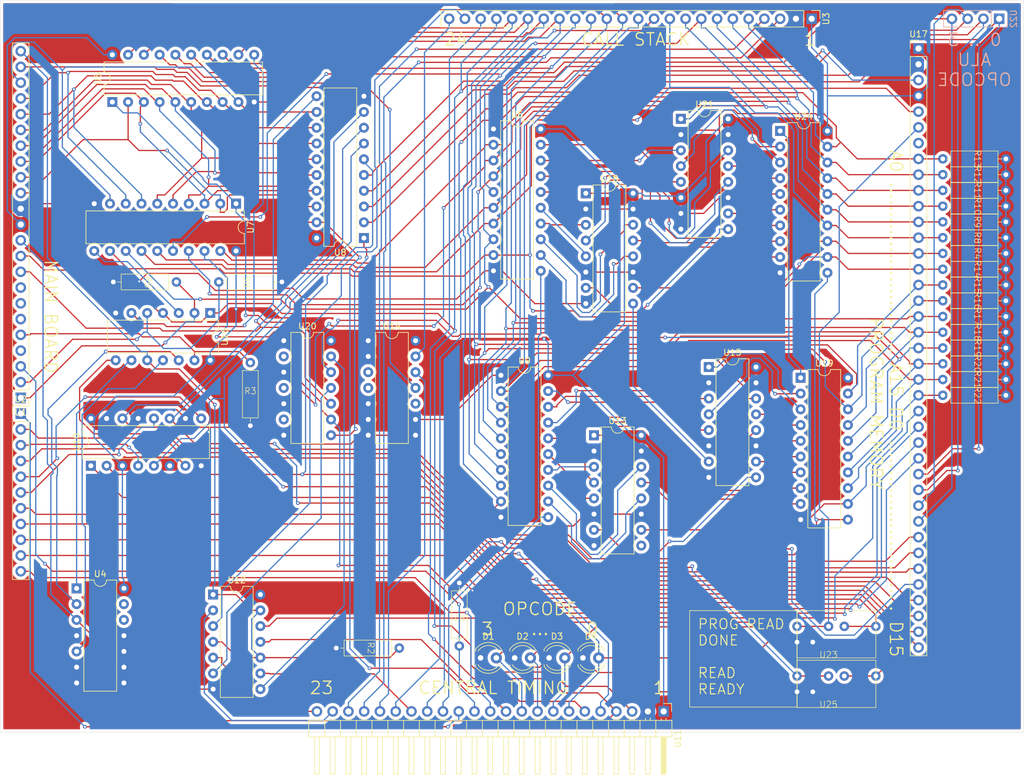
<source format=kicad_pcb>
(kicad_pcb (version 20240108) (generator "pcbnew") (generator_version "8.0")
  (layers (0 "F.Cu" signal) (31 "B.Cu" signal) (34 "B.Paste" user) (35 "F.Paste" user) (36 "B.SilkS" user "B.Silkscreen") (37 "F.SilkS" user "F.Silkscreen") (38 "B.Mask" user) (39 "F.Mask" user) (44 "Edge.Cuts" user))
  (net 0 "")
  (net 1 "Net-(U1-READ_0)")
  (net 2 "Net-(U1-ENABLE)")
  (net 3 "Net-(U1-CLK_A)")
  (net 5 "Net-(U1-READ_1)")
  (net 6 "Net-(U1-D1)")
  (net 8 "Net-(U1-READ_READY)")
  (net 9 "Net-(U1-D4)")
  (net 10 "Net-(U1-WRITE_0)")
  (net 11 "Net-(U1-D2)")
  (net 12 "Net-(U1-CLK_B)")
  (net 13 "Net-(U1-D5)")
  (net 14 "Net-(U1-V+)")
  (net 15 "Net-(D1-K)")
  (net 16 "Net-(U1-D6)")
  (net 18 "Net-(U1-D7)")
  (net 19 "Net-(U1-D0)")
  (net 20 "Net-(U1-D3)")
  (net 22 "Net-(U1-FAULT)")
  (net 23 "Net-(U1-READ_2)")
  (net 24 "Net-(U17-D13)")
  (net 25 "Net-(U10-Q1)")
  (net 26 "Net-(U10-Q3)")
  (net 27 "Net-(U17-D14)")
  (net 28 "Net-(U11-BUS_MOVE_DONE)")
  (net 29 "Net-(U10-Q2)")
  (net 30 "Net-(U17-D15)")
  (net 31 "Net-(U11-START)")
  (net 32 "Net-(U10-Q0)")
  (net 33 "Net-(U17-D12)")
  (net 34 "Net-(U11-BUS_MOVE)")
  (net 35 "Net-(U12-1Q)")
  (net 36 "Net-(U17-A14)")
  (net 37 "Net-(U17-A5)")
  (net 38 "Net-(U17-A2)")
  (net 39 "Net-(U11-CALL_STACK-POP)")
  (net 40 "Net-(U17-A1)")
  (net 41 "Net-(U17-A13)")
  (net 42 "Net-(U17-A12)")
  (net 43 "Net-(U17-A7)")
  (net 44 "Net-(U17-A9)")
  (net 45 "Net-(U17-A3)")
  (net 46 "Net-(U17-A0)")
  (net 47 "Net-(U17-A10)")
  (net 48 "Net-(U14-3B)")
  (net 49 "Net-(U17-A11)")
  (net 50 "Net-(U17-A8)")
  (net 51 "Net-(U11-CALL_STACK-PUSH)")
  (net 52 "Net-(U17-A6)")
  (net 53 "Net-(U17-A4)")
  (net 54 "Net-(U17-A15)")
  (net 55 "Net-(U16-4B)")
  (net 56 "Net-(U16-3B)")
  (net 57 "Net-(U16-3Q)")
  (net 60 "Net-(U20-O4)")
  (net 61 "Net-(U16-2Q)")
  (net 62 "Net-(U21-A1)")
  (net 63 "Net-(U18-A0)")
  (net 64 "Net-(U18-A2)")
  (net 65 "Net-(U21-A0)")
  (net 66 "Net-(U18-A1)")
  (net 67 "Net-(U21-A2)")
  (net 68 "Net-(U21-A3)")
  (net 69 "Net-(U11-PRE_ADDER_LATCH_CLOCK)")
  (net 70 "Net-(U18-A3)")
  (net 71 "Net-(U16-1Q)")
  (net 72 "Net-(U17-D7)")
  (net 73 "Net-(U10-A3)")
  (net 74 "Net-(U20-03)")
  (net 75 "Net-(U17-D6)")
  (net 76 "Net-(U10-A2)")
  (net 77 "Net-(U10-A1)")
  (net 78 "Net-(U17-D4)")
  (net 79 "Net-(U17-D5)")
  (net 80 "Net-(U10-A0)")
  (net 81 "Net-(U15-A1)")
  (net 82 "Net-(U15-A3)")
  (net 83 "Net-(U13-A3)")
  (net 84 "Net-(U15-A0)")
  (net 85 "Net-(U13-A2)")
  (net 86 "Net-(U15-A2)")
  (net 87 "Net-(U13-A1)")
  (net 88 "Net-(U13-A0)")
  (net 89 "Net-(D1-A)")
  (net 90 "Net-(U11-PROG_READ)")
  (net 91 "Net-(U11-CALL_STACK-OE)")
  (net 92 "Net-(U11-FAULT)")
  (net 93 "Net-(U11-GOTO_LATCHES_OE)")
  (net 94 "Net-(U11-POST_ADDER_LATCH_CLOCK)")
  (net 95 "Net-(U11-PROG_READ_DONE)")
  (net 96 "Net-(D2-A)")
  (net 97 "Net-(D3-A)")
  (net 98 "Net-(D4-A)")
  (net 99 "Net-(U11-POST_ADDER_LATCH_OE)")
  (net 100 "Net-(U12-3B)")
  (net 101 "Net-(U12-4Q)")
  (net 102 "Net-(U12-2Q)")
  (net 104 "Net-(U13-Σ0)")
  (net 105 "Net-(U13-Σ2)")
  (net 106 "Net-(U13-Σ3)")
  (net 107 "Net-(U13-Σ1)")
  (net 108 "Net-(U13-C_IN)")
  (net 112 "Net-(U15-Σ3)")
  (net 113 "Net-(U15-Σ0)")
  (net 114 "Net-(U15-Σ1)")
  (net 115 "Net-(U15-C_IN)")
  (net 116 "Net-(U15-Σ2)")
  (net 117 "Net-(U18-Σ2)")
  (net 118 "Net-(U18-C_IN)")
  (net 119 "Net-(U18-Σ0)")
  (net 120 "Net-(U18-Σ1)")
  (net 121 "Net-(U18-Σ3)")
  (net 122 "Net-(U19-OE#)")
  (net 126 "Net-(U16-4Q)")
  (net 127 "Net-(U21-Σ3)")
  (net 128 "Net-(U21-Σ0)")
  (net 129 "Net-(U21-Σ2)")
  (net 130 "Net-(U21-Σ1)")
  (net 131 "Net-(U17-Done)")
  (footprint "LED_THT:LED_D4.0mm" (layer "F.Cu") (at 165.92 132.42)
    (property "Reference" "D2")
    (property "Value" "LED")
  )
  (footprint "Package_DIP:DIP-20_W7.62mm" (layer "F.Cu") (at 212 87.28)
    (property "Reference" "U19")
    (property "Value" "~")
  )
  (footprint "custom_footprint_library:jumper" (layer "F.Cu") (at 216.5 140.42)
    (property "Reference" "U25")
    (property "Value" "~")
  )
  (footprint "Connector_PinHeader_2.54mm:PinHeader_1x24_P2.54mm_Vertical" (layer "F.Cu") (at 213.78 29.42 -90)
    (property "Reference" "U3")
    (property "Value" "~")
  )
  (footprint "Package_DIP:DIP-20_W7.62mm" (layer "F.Cu") (at 121.02 59.215 -90)
    (property "Reference" "U7")
    (property "Value" "~")
  )
  (footprint "Connector_PinHeader_2.54mm:PinHeader_1x39_P2.54mm_Vertical" (layer "F.Cu") (at 231 34.22)
    (property "Reference" "U17")
    (property "Value" "~")
  )
  (footprint "Package_DIP:DIP-14_W7.62mm" (layer "F.Cu") (at 95.32 121.215)
    (property "Reference" "U4")
    (property "Value" "~")
  )
  (footprint "Package_DIP:DIP-14_W7.62mm" (layer "F.Cu") (at 116.86 76.835 -90)
    (property "Reference" "U16")
    (property "Value" "~")
  )
  (footprint "Package_DIP:DIP-16_W7.62mm" (layer "F.Cu") (at 178.7 96.545)
    (property "Reference" "U13")
    (property "Value" "~")
  )
  (footprint "Package_DIP:DIP-16_W7.62mm" (layer "F.Cu") (at 97.62 101.455 90)
    (property "Reference" "U10")
    (property "Value" "~")
  )
  (footprint "custom_footprint_library:0.4_pitch_resistor" (layer "F.Cu") (at 240 72.32 -90)
    (property "Reference" "R15")
    (property "Value" "10k")
  )
  (footprint "custom_footprint_library:0.4_pitch_resistor" (layer "F.Cu") (at 240 82.48 -90)
    (property "Reference" "R19")
    (property "Value" "10k")
  )
  (footprint "Package_DIP:DIP-14_W7.62mm" (layer "F.Cu") (at 142.32 81.295)
    (property "Reference" "U14")
    (property "Value" "~")
  )
  (footprint "LED_THT:LED_D4.0mm" (layer "F.Cu") (at 171.46 132.42)
    (property "Reference" "D3")
    (property "Value" "LED")
  )
  (footprint "Package_DIP:DIP-20_W7.62mm" (layer "F.Cu") (at 163.7 86.88)
    (property "Reference" "U9")
    (property "Value" "~")
  )
  (footprint "custom_footprint_library:0.4_pitch_resistor" (layer "F.Cu") (at 240 62.16 -90)
    (property "Reference" "R9")
    (property "Value" "10k")
  )
  (footprint "custom_footprint_library:0.4_pitch_resistor" (layer "F.Cu") (at 240 90.1 -90)
    (property "Reference" "R22")
    (property "Value" "10k")
  )
  (footprint "custom_footprint_library:0.4_pitch_resistor" (layer "F.Cu") (at 157 125.42 180)
    (property "Reference" "R7")
    (property "Value" "10k")
  )
  (footprint "Connector_PinHeader_2.54mm:PinHeader_1x23_P2.54mm_Vertical" (layer "F.Cu") (at 86.32 90.515 180)
    (property "Reference" "U1")
    (property "Value" "~")
  )
  (footprint "custom_footprint_library:0.4_pitch_resistor" (layer "F.Cu") (at 123.32 89.915)
    (property "Reference" "R3")
    (property "Value" "10k")
  )
  (footprint "custom_footprint_library:0.4_pitch_resistor" (layer "F.Cu") (at 240 67.24 -90)
    (property "Reference" "R4")
    (property "Value" "10k")
  )
  (footprint "Connector_PinHeader_2.54mm:PinHeader_1x11_P2.54mm_Vertical" (layer "F.Cu") (at 86.32 93.055)
    (property "Reference" "U2")
    (property "Value" "~")
  )
  (footprint "Package_DIP:DIP-16_W7.62mm" (layer "F.Cu") (at 177.38 57.545)
    (property "Reference" "U18")
    (property "Value" "~")
  )
  (footprint "custom_footprint_library:0.4_pitch_resistor" (layer "F.Cu") (at 240 52 -90)
    (property "Reference" "R13")
    (property "Value" "10k")
  )
  (footprint "Package_DIP:DIP-20_W7.62mm" (layer "F.Cu") (at 101.08 42.835 90)
    (property "Reference" "U5")
    (property "Value" "~")
  )
  (footprint "Package_DIP:DIP-14_W7.62mm" (layer "F.Cu") (at 128.7 81.295)
    (property "Reference" "U20")
    (property "Value" "~")
  )
  (footprint "custom_footprint_library:0.4_pitch_resistor" (layer "F.Cu") (at 240 64.7 -90)
    (property "Reference" "R8")
    (property "Value" "10k")
  )
  (footprint "Package_DIP:DIP-20_W7.62mm" (layer "F.Cu") (at 208.7 47.495)
    (property "Reference" "U24")
    (property "Value" "~")
  )
  (footprint "custom_footprint_library:0.4_pitch_resistor" (layer "F.Cu") (at 240 69.78 -90)
    (property "Reference" "R14")
    (property "Value" "10k")
  )
  (footprint "Package_DIP:DIP-14_W7.62mm" (layer "F.Cu") (at 117.32 122.215)
    (property "Reference" "U12")
    (property "Value" "~")
  )
  (footprint "custom_footprint_library:0.4_pitch_resistor" (layer "F.Cu") (at 240 87.56 -90)
    (property "Reference" "R21")
    (property "Value" "10k")
  )
  (footprint "Package_DIP:DIP-20_W7.62mm" (layer "F.Cu") (at 162.5 47.18)
    (property "Reference" "U6")
    (property "Value" "~")
  )
  (footprint "LED_THT:LED_D4.0mm" (layer "F.Cu") (at 160.42 132.42)
    (property "Reference" "D1")
    (property "Value" "LED")
  )
  (footprint "Package_DIP:DIP-16_W7.62mm" (layer "F.Cu") (at 197.2 85.545)
    (property "Reference" "U15")
    (property "Value" "~")
  )
  (footprint "custom_footprint_library:0.4_pitch_resistor" (layer "F.Cu") (at 240 57.08 -90)
    (property "Reference" "R11")
    (property "Value" "10k")
  )
  (footprint "custom_footprint_library:0.4_pitch_resistor" (layer "F.Cu") (at 240 54.54 -90)
    (property "Reference" "R12")
    (property "Value" "10k")
  )
  (footprint "custom_footprint_library:0.4_pitch_resistor" (layer "F.Cu") (at 240 59.62 -90)
    (property "Reference" "R10")
    (property "Value" "10k")
  )
  (footprint "custom_footprint_library:jumper" (layer "F.Cu") (at 216.5 132.42)
    (property "Reference" "U23")
    (property "Value" "~")
  )
  (footprint "custom_footprint_library:0.4_pitch_resistor" (layer "F.Cu") (at 240 85.02 -90)
    (property "Reference" "R20")
    (property "Value" "10k")
  )
  (footprint "LED_THT:LED_D4.0mm" (layer "F.Cu") (at 176.92 132.42)
    (property "Reference" "D4")
    (property "Value" "LED")
  )
  (footprint "Package_DIP:DIP-16_W7.62mm" (layer "F.Cu") (at 192.7 45.545)
    (property "Reference" "U21")
    (property "Value" "~")
  )
  (footprint "custom_footprint_library:0.4_pitch_resistor" (layer "F.Cu") (at 240 74.86 -90)
    (property "Reference" "R16")
    (property "Value" "10k")
  )
  (footprint "Connector_PinHeader_2.54mm:PinHeader_1x23_P2.54mm_Horizontal" (layer "F.Cu") (at 189.925 141.045 -90)
    (property "Reference" "U11")
    (property "Value" "~")
  )
  (footprint "custom_footprint_library:0.4_pitch_resistor" (layer "F.Cu") (at 142.24 130.835 -90)
    (property "Reference" "R2")
    (property "Value" "10k")
  )
  (footprint "custom_footprint_library:0.4_pitch_resistor" (layer "F.Cu") (at 240 79.94 -90)
    (property "Reference" "R18")
    (property "Value" "10k")
  )
  (footprint "Package_DIP:DIP-20_W7.62mm" (layer "F.Cu") (at 141.62 64.76 180)
    (property "Reference" "U8")
    (property "Value" "~")
  )
  (footprint "custom_footprint_library:0.4_pitch_resistor" (layer "F.Cu") (at 240 77.4 -90)
    (property "Reference" "R17")
    (property "Value" "10k")
  )
  (footprint "custom_footprint_library:0.4_pitch_resistor" (layer "F.Cu") (at 106.32 71.835 -90)
    (property "Reference" "R5")
    (property "Value" "10k")
  )
  (footprint "custom_footprint_library:0.4_pitch_resistor" (layer "F.Cu") (at 123.32 71.835 90)
    (property "Reference" "R6")
    (property "Value" "10k")
  )
  (footprint "Connector_PinHeader_2.54mm:PinHeader_1x04_P2.54mm_Vertical" (layer "B.Cu") (at 244 29.42 90)
    (property "Reference" "U22")
    (property "Value" "~")
  )
  (gr_rect (start 83 26.42) (end 247.97 144.42) (stroke (width 0.05)) (fill none) (layer "Edge.Cuts"))
  (gr_text "0 .. 3\nALU\nOPCODE" (at 240 40.42 0) (layer "B.SilkS") (effects (font (size 2 2) (thickness 0.2)) (justify bottom mirror)))
  (gr_text "A0 ............................. A15 D0 ............................. D15\nPROGRAM MEMORY" (at 223 91.42 270) (layer "F.SilkS") (effects (font (size 2 2) (thickness 0.2)) (justify bottom)))
  (gr_text "24            CALL STACK            1" (at 184.5 33.92 0) (layer "F.SilkS") (effects (font (size 2 2) (thickness 0.2)) (justify bottom)))
  (gr_text "OPCODE\n3    ...    0" (at 170 128.92 0) (layer "F.SilkS") (effects (font (size 2 2) (thickness 0.2)) (justify bottom)))
  (gr_text "MAIN BOARD" (at 90 77.42 -90) (layer "F.SilkS") (effects (font (size 2 2) (thickness 0.2)) (justify bottom)))
  (gr_text "23         CENTRAL TIMING         1" (at 161.5 138.42 0) (layer "F.SilkS") (effects (font (size 2 2) (thickness 0.2)) (justify bottom)))
  (gr_text_box "PROG READ\nDONE\n\nREAD\nREADY" (start 194.12 124.8) (end 211.42 140.34) (layer "F.SilkS") (effects (font (size 1.63 1.63) (thickness 0.163)) (justify left top)) (border yes) (stroke (width 0.1)))
  (segment (start 111.4 71.835) (end 114.32 74.755) (width 0.2) (layer "F.Cu") (net 1))
  (segment (start 96.1564 82.1303) (end 87.7717 90.515) (width 0.2) (layer "F.Cu") (net 1))
  (segment (start 114.32 74.755) (end 114.32 76.835) (width 0.2) (layer "F.Cu") (net 1))
  (segment (start 86.32 90.515) (end 87.7717 90.515) (width 0.2) (layer "F.Cu") (net 1))
  (segment (start 109.6323 81.5874) (end 109.0894 82.1303) (width 0.2) (layer "F.Cu") (net 1))
  (segment (start 109.0894 82.1303) (end 96.1564 82.1303) (width 0.2) (layer "F.Cu") (net 1))
  (via (at 109.6323 81.5874) (size 0.6) (drill 0.3) (layers "F.Cu" "B.Cu") (net 1))
  (segment (start 114.32 78.2367) (end 112.983 78.2367) (width 0.2) (layer "B.Cu") (net 1))
  (segment (start 114.32 76.835) (end 114.32 78.2367) (width 0.2) (layer "B.Cu") (net 1))
  (segment (start 112.983 78.2367) (end 109.6323 81.5874) (width 0.2) (layer "B.Cu") (net 1))
  (segment (start 120.9983 122.215) (end 117.32 122.215) (width 0.2) (layer "F.Cu") (net 2))
  (segment (start 145.78 132.375) (end 124.94 132.375) (width 0.2) (layer "F.Cu") (net 2))
  (segment (start 124.94 132.375) (end 123.5383 132.375) (width 0.2) (layer "F.Cu") (net 2))
  (segment (start 121.2616 132.3749) (end 123.5383 132.3749) (width 0.2) (layer "F.Cu") (net 2))
  (segment (start 123.5383 132.3749) (end 123.5383 132.375) (width 0.2) (layer "F.Cu") (net 2))
  (segment (start 117.32 129.835) (end 118.7217 129.835) (width 0.2) (layer "F.Cu") (net 2))
  (segment (start 108.1017 85.8567) (end 111.8459 85.8567) (width 0.2) (layer "F.Cu") (net 2))
  (segment (start 124.94 124.755) (end 123.5383 124.755) (width 0.2) (layer "F.Cu") (net 2))
  (segment (start 118.7217 129.835) (end 121.2616 132.3749) (width 0.2) (layer "F.Cu") (net 2))
  (segment (start 147.32 130.835) (end 145.78 132.375) (width 0.2) (layer "F.Cu") (net 2))
  (segment (start 111.8459 85.8567) (end 117.595 91.6058) (width 0.2) (layer "F.Cu") (net 2))
  (segment (start 123.5383 124.755) (end 120.9983 122.215) (width 0.2) (layer "F.Cu") (net 2))
  (segment (start 106.7 84.455) (end 108.1017 85.8567) (width 0.2) (layer "F.Cu") (net 2))
  (via (at 117.595 91.6058) (size 0.6) (drill 0.3) (layers "F.Cu" "B.Cu") (net 2))
  (segment (start 123.5383 130.9733) (end 124.94 132.375) (width 0.2) (layer "B.Cu") (net 2))
  (segment (start 117.595 91.6058) (end 117.595 120.5383) (width 0.2) (layer "B.Cu") (net 2))
  (segment (start 123.5383 126.1567) (end 123.5383 130.9733) (width 0.2) (layer "B.Cu") (net 2))
  (segment (start 117.32 122.215) (end 117.32 120.8133) (width 0.2) (layer "B.Cu") (net 2))
  (segment (start 105.7087 83.0533) (end 106.7 83.0533) (width 0.2) (layer "B.Cu") (net 2))
  (segment (start 90.6111 67.9557) (end 105.7087 83.0533) (width 0.2) (layer "B.Cu") (net 2))
  (segment (start 117.595 120.5383) (end 117.32 120.8133) (width 0.2) (layer "B.Cu") (net 2))
  (segment (start 106.7 84.455) (end 106.7 83.0533) (width 0.2) (layer "B.Cu") (net 2))
  (segment (start 90.6111 38.9261) (end 90.6111 67.9557) (width 0.2) (layer "B.Cu") (net 2))
  (segment (start 124.94 124.755) (end 123.5383 126.1567) (width 0.2) (layer "B.Cu") (net 2))
  (segment (start 86.32 34.635) (end 90.6111 38.9261) (width 0.2) (layer "B.Cu") (net 2))
  (segment (start 165.6306 38.8027) (end 164.2587 40.1746) (width 0.2) (layer "F.Cu") (net 3))
  (segment (start 159.9978 134.6968) (end 158.8715 133.5705) (width 0.2) (layer "F.Cu") (net 3))
  (segment (start 86.32 67.655) (end 87.7717 67.655) (width 0.2) (layer "F.Cu") (net 3))
  (segment (start 110.6913 78.2863) (end 115.4087 78.2863) (width 0.2) (layer "F.Cu") (net 3))
  (segment (start 90.0442 69.9275) (end 101.8435 69.9275) (width 0.2) (layer "F.Cu") (net 3))
  (segment (start 126.7921 75.3115) (end 128.3964 76.9158) (width 0.2) (layer "F.Cu") (net 3))
  (segment (start 158.8715 130.4035) (end 155.7454 127.2774) (width 0.2) (layer "F.Cu") (net 3))
  (segment (start 153.5374 76.9158) (end 156.3131 79.6915) (width 0.2) (layer "F.Cu") (net 3))
  (segment (start 118.2617 76.835) (end 119.7852 75.3115) (width 0.2) (layer "F.Cu") (net 3))
  (segment (start 180.8074 137.0074) (end 174.2694 137.0074) (width 0.2) (layer "F.Cu") (net 3))
  (segment (start 171.9588 134.6968) (end 159.9978 134.6968) (width 0.2) (layer "F.Cu") (net 3))
  (segment (start 215.5422 34.5087) (end 212.9355 37.1154) (width 0.2) (layer "F.Cu") (net 3))
  (segment (start 174.2285 37.1154) (end 172.5412 38.8027) (width 0.2) (layer "F.Cu") (net 3))
  (segment (start 109.24 76.835) (end 110.6913 78.2863) (width 0.2) (layer "F.Cu") (net 3))
  (segment (start 212.9355 37.1154) (end 174.2285 37.1154) (width 0.2) (layer "F.Cu") (net 3))
  (segment (start 108.751 76.835) (end 109.24 76.835) (width 0.2) (layer "F.Cu") (net 3))
  (segment (start 119.7852 75.3115) (end 126.7921 75.3115) (width 0.2) (layer "F.Cu") (net 3))
  (segment (start 172.5412 38.8027) (end 165.6306 38.8027) (width 0.2) (layer "F.Cu") (net 3))
  (segment (start 116.86 76.835) (end 118.2617 76.835) (width 0.2) (layer "F.Cu") (net 3))
  (segment (start 164.2587 40.1746) (end 158.2479 40.1746) (width 0.2) (layer "F.Cu") (net 3))
  (segment (start 174.2694 137.0074) (end 171.9588 134.6968) (width 0.2) (layer "F.Cu") (net 3))
  (segment (start 115.4087 78.2863) (end 116.86 76.835) (width 0.2) (layer "F.Cu") (net 3))
  (segment (start 158.8715 133.5705) (end 158.8715 130.4035) (width 0.2) (layer "F.Cu") (net 3))
  (segment (start 158.2479 40.1746) (end 157.3084 41.1141) (width 0.2) (layer "F.Cu") (net 3))
  (segment (start 128.3964 76.9158) (end 153.5374 76.9158) (width 0.2) (layer "F.Cu") (net 3))
  (segment (start 155.7454 127.2774) (end 152.9666 127.2774) (width 0.2) (layer "F.Cu") (net 3))
  (segment (start 87.7717 67.655) (end 90.0442 69.9275) (width 0.2) (layer "F.Cu") (net 3))
  (segment (start 101.8435 69.9275) (end 108.751 76.835) (width 0.2) (layer "F.Cu") (net 3))
  (segment (start 184.845 141.045) (end 180.8074 137.0074) (width 0.2) (layer "F.Cu") (net 3))
  (via (at 215.5422 34.5087) (size 0.6) (drill 0.3) (layers "F.Cu" "B.Cu") (net 3))
  (via (at 152.9666 127.2774) (size 0.6) (drill 0.3) (layers "F.Cu" "B.Cu") (net 3))
  (via (at 157.3084 41.1141) (size 0.6) (drill 0.3) (layers "F.Cu" "B.Cu") (net 3))
  (via (at 156.3131 79.6915) (size 0.6) (drill 0.3) (layers "F.Cu" "B.Cu") (net 3))
  (segment (start 156.2417 42.1808) (end 156.2417 79.6201) (width 0.2) (layer "B.Cu") (net 3))
  (segment (start 157.3084 41.1141) (end 156.2417 42.1808) (width 0.2) (layer "B.Cu") (net 3))
  (segment (start 152.9666 127.2774) (end 153.0374 127.2066) (width 0.2) (layer "B.Cu") (net 3))
  (segment (start 153.0374 127.2066) (end 153.0374 82.9672) (width 0.2) (layer "B.Cu") (net 3))
  (segment (start 220.3335 39.3) (end 215.5422 34.5087) (width 0.2) (layer "B.Cu") (net 3))
  (segment (start 156.2417 79.6201) (end 156.3131 79.6915) (width 0.2) (layer "B.Cu") (net 3))
  (segment (start 157.3084 36.5433) (end 157.3084 41.1141) (width 0.2) (layer "B.Cu") (net 3))
  (segment (start 153.0374 82.9672) (end 156.3131 79.6915) (width 0.2) (layer "B.Cu") (net 3))
  (segment (start 162.98 29.42) (end 162.98 30.8717) (width 0.2) (layer "B.Cu") (net 3))
  (segment (start 162.98 30.8717) (end 157.3084 36.5433) (width 0.2) (layer "B.Cu") (net 3))
  (segment (start 231 39.3) (end 220.3335 39.3) (width 0.2) (layer "B.Cu") (net 3))
  (segment (start 87.7717 87.975) (end 94.6708 81.0759) (width 0.2) (layer "F.Cu") (net 5))
  (segment (start 86.32 87.975) (end 87.7717 87.975) (width 0.2) (layer "F.Cu") (net 5))
  (segment (start 94.6708 81.0759) (end 105.0352 81.0759) (width 0.2) (layer "F.Cu") (net 5))
  (via (at 105.0352 81.0759) (size 0.6) (drill 0.3) (layers "F.Cu" "B.Cu") (net 5))
  (segment (start 106.1809 79.9302) (end 105.0352 81.0759) (width 0.2) (layer "B.Cu") (net 5))
  (segment (start 106.7 76.835) (end 106.7 79.9302) (width 0.2) (layer "B.Cu") (net 5))
  (segment (start 106.7 79.9302) (end 109.3229 82.5531) (width 0.2) (layer "B.Cu") (net 5))
  (segment (start 118.2618 71.8568) (end 118.24 71.835) (width 0.2) (layer "B.Cu") (net 5))
  (segment (start 109.3229 82.5531) (end 113.6476 82.5531) (width 0.2) (layer "B.Cu") (net 5))
  (segment (start 118.2618 77.9389) (end 118.2618 71.8568) (width 0.2) (layer "B.Cu") (net 5))
  (segment (start 113.6476 82.5531) (end 118.2618 77.9389) (width 0.2) (layer "B.Cu") (net 5))
  (segment (start 106.7 79.9302) (end 106.1809 79.9302) (width 0.2) (layer "B.Cu") (net 5))
  (segment (start 99.9555 41.4258) (end 87.7717 53.6096) (width 0.2) (layer "F.Cu") (net 6))
  (segment (start 106.16 42.835) (end 104.7508 41.4258) (width 0.2) (layer "F.Cu") (net 6))
  (segment (start 104.7508 41.4258) (end 99.9555 41.4258) (width 0.2) (layer "F.Cu") (net 6))
  (segment (start 106.16 43.0987) (end 105.5963 43.6624) (width 0.2) (layer "F.Cu") (net 6))
  (segment (start 134 59.68) (end 132.5983 59.68) (width 0.2) (layer "F.Cu") (net 6))
  (segment (start 132.5983 59.68) (end 130.0299 57.1116) (width 0.2) (layer "F.Cu") (net 6))
  (segment (start 130.0299 57.1116) (end 118.0434 57.1116) (width 0.2) (layer "F.Cu") (net 6))
  (segment (start 105.5963 43.6624) (end 105.5963 46.3304) (width 0.2) (layer "F.Cu") (net 6))
  (segment (start 106.16 42.9668) (end 106.16 42.835) (width 0.2) (layer "F.Cu") (net 6))
  (segment (start 118.0434 57.1116) (end 115.94 59.215) (width 0.2) (layer "F.Cu") (net 6))
  (segment (start 86.32 54.955) (end 87.7717 54.955) (width 0.2) (layer "F.Cu") (net 6))
  (segment (start 87.7717 53.6096) (end 87.7717 54.955) (width 0.2) (layer "F.Cu") (net 6))
  (segment (start 106.16 42.9668) (end 106.16 43.0987) (width 0.2) (layer "F.Cu") (net 6))
  (via (at 105.5963 46.3304) (size 0.6) (drill 0.3) (layers "F.Cu" "B.Cu") (net 6))
  (segment (start 105.5963 47.6308) (end 105.5963 46.3304) (width 0.2) (layer "B.Cu") (net 6))
  (segment (start 115.94 59.215) (end 115.94 57.8133) (width 0.2) (layer "B.Cu") (net 6))
  (segment (start 115.7788 57.8133) (end 105.5963 47.6308) (width 0.2) (layer "B.Cu") (net 6))
  (segment (start 115.94 57.8133) (end 115.7788 57.8133) (width 0.2) (layer "B.Cu") (net 6))
  (segment (start 158.7398 124.2442) (end 203.1882 124.2442) (width 0.2) (layer "F.Cu") (net 8))
  (segment (start 131.4397 87.9504) (end 131.4397 80.5355) (width 0.2) (layer "F.Cu") (net 8))
  (segment (start 86.32 70.195) (end 87.7717 70.195) (width 0.2) (layer "F.Cu") (net 8))
  (segment (start 224.12 135.34) (end 219.04 135.34) (width 0.2) (layer "F.Cu") (net 8))
  (segment (start 221.8335 122.2416) (end 225.5327 125.9408) (width 0.2) (layer "F.Cu") (net 8))
  (segment (start 134.727 92.402) (end 134.727 91.2377) (width 0.2) (layer "F.Cu") (net 8))
  (segment (start 225.5327 133.9273) (end 224.12 135.34) (width 0.2) (layer "F.Cu") (net 8))
  (segment (start 225.5327 125.9408) (end 225.5327 133.9273) (width 0.2) (layer "F.Cu") (net 8))
  (segment (start 87.7717 70.195) (end 96.8593 79.2826) (width 0.2) (layer "F.Cu") (net 8))
  (segment (start 124.8979 78.8137) (end 124.2183 78.1341) (width 0.2) (layer "F.Cu") (net 8))
  (segment (start 134.727 91.2377) (end 131.4397 87.9504) (width 0.2) (layer "F.Cu") (net 8))
  (segment (start 131.4397 80.5355) (end 130.058 79.1538) (width 0.2) (layer "F.Cu") (net 8))
  (segment (start 137.5243 117.5185) (end 152.0141 117.5185) (width 0.2) (layer "F.Cu") (net 8))
  (segment (start 124.326 79.7257) (end 124.8979 79.1538) (width 0.2) (layer "F.Cu") (net 8))
  (segment (start 124.8979 79.1538) (end 124.8979 78.8137) (width 0.2) (layer "F.Cu") (net 8))
  (segment (start 130.058 79.1538) (end 124.8979 79.1538) (width 0.2) (layer "F.Cu") (net 8))
  (segment (start 136.32 93.995) (end 134.727 92.402) (width 0.2) (layer "F.Cu") (net 8))
  (segment (start 205.1908 122.2416) (end 221.8335 122.2416) (width 0.2) (layer "F.Cu") (net 8))
  (segment (start 109.1705 79.7257) (end 124.326 79.7257) (width 0.2) (layer "F.Cu") (net 8))
  (segment (start 108.7274 79.2826) (end 109.1705 79.7257) (width 0.2) (layer "F.Cu") (net 8))
  (segment (start 203.1882 124.2442) (end 205.1908 122.2416) (width 0.2) (layer "F.Cu") (net 8))
  (segment (start 96.8593 79.2826) (end 108.7274 79.2826) (width 0.2) (layer "F.Cu") (net 8))
  (segment (start 152.0141 117.5185) (end 158.7398 124.2442) (width 0.2) (layer "F.Cu") (net 8))
  (via (at 137.5243 117.5185) (size 0.6) (drill 0.3) (layers "F.Cu" "B.Cu") (net 8))
  (via (at 124.2183 78.1341) (size 0.6) (drill 0.3) (layers "F.Cu" "B.Cu") (net 8))
  (segment (start 127.0209 75.3315) (end 127.0209 48.8791) (width 0.2) (layer "B.Cu") (net 8))
  (segment (start 137.7235 117.3193) (end 137.5243 117.5185) (width 0.2) (layer "B.Cu") (net 8))
  (segment (start 137.7235 95.3985) (end 137.7235 117.3193) (width 0.2) (layer "B.Cu") (net 8))
  (segment (start 127.0209 48.8791) (end 134 41.9) (width 0.2) (layer "B.Cu") (net 8))
  (segment (start 136.32 93.995) (end 137.7235 95.3985) (width 0.2) (layer "B.Cu") (net 8))
  (segment (start 124.2183 78.1341) (end 127.0209 75.3315) (width 0.2) (layer "B.Cu") (net 8))
  (segment (start 108.32 59.215) (end 108.32 57.8133) (width 0.2) (layer "F.Cu") (net 9))
  (segment (start 113.78 42.835) (end 113.78 44.2367) (width 0.2) (layer "F.Cu") (net 9))
  (segment (start 98.1658 39.3118) (end 106.7176 39.3118) (width 0.2) (layer "F.Cu") (net 9))
  (segment (start 132.5983 52.06) (end 132.4038 51.8655) (width 0.2) (layer "F.Cu") (net 9))
  (segment (start 134 52.06) (end 132.5983 52.06) (width 0.2) (layer "F.Cu") (net 9))
  (segment (start 110.4649 40.015) (end 113.2849 42.835) (width 0.2) (layer "F.Cu") (net 9))
  (segment (start 87.7717 47.335) (end 90.1426 47.335) (width 0.2) (layer "F.Cu") (net 9))
  (segment (start 132.4038 51.8655) (end 115.475 51.8655) (width 0.2) (layer "F.Cu") (net 9))
  (segment (start 106.7176 39.3118) (end 107.4208 40.015) (width 0.2) (layer "F.Cu") (net 9))
  (segment (start 107.4208 40.015) (end 110.4649 40.015) (width 0.2) (layer "F.Cu") (net 9))
  (segment (start 90.1426 47.335) (end 98.1658 39.3118) (width 0.2) (layer "F.Cu") (net 9))
  (segment (start 86.32 47.335) (end 87.7717 47.335) (width 0.2) (layer "F.Cu") (net 9))
  (segment (start 115.475 51.8655) (end 115.475 45.9317) (width 0.2) (layer "F.Cu") (net 9))
  (segment (start 108.32 57.8133) (end 109.5272 57.8133) (width 0.2) (layer "F.Cu") (net 9))
  (segment (start 109.5272 57.8133) (end 115.475 51.8655) (width 0.2) (layer "F.Cu") (net 9))
  (segment (start 115.475 45.9317) (end 113.78 44.2367) (width 0.2) (layer "F.Cu") (net 9))
  (segment (start 113.2849 42.835) (end 113.78 42.835) (width 0.2) (layer "F.Cu") (net 9))
  (segment (start 87.7717 80.355) (end 87.9525 80.1742) (width 0.2) (layer "F.Cu") (net 10))
  (segment (start 87.9525 80.1742) (end 105.4087 80.1742) (width 0.2) (layer "F.Cu") (net 10))
  (segment (start 121.5383 83.0533) (end 114.32 83.0533) (width 0.2) (layer "F.Cu") (net 10))
  (segment (start 105.919 80.6845) (end 111.9512 80.6845) (width 0.2) (layer "F.Cu") (net 10))
  (segment (start 123.32 84.835) (end 121.5383 83.0533) (width 0.2) (layer "F.Cu") (net 10))
  (segment (start 111.9512 80.6845) (end 114.32 83.0533) (width 0.2) (layer "F.Cu") (net 10))
  (segment (start 105.4087 80.1742) (end 105.919 80.6845) (width 0.2) (layer "F.Cu") (net 10))
  (segment (start 86.32 80.355) (end 87.7717 80.355) (width 0.2) (layer "F.Cu") (net 10))
  (segment (start 114.32 84.455) (end 114.32 83.0533) (width 0.2) (layer "F.Cu") (net 10))
  (segment (start 116.5938 54.9438) (end 116.5938 56.4099) (width 0.2) (layer "F.Cu") (net 11))
  (segment (start 131.8682 56.4099) (end 116.5938 56.4099) (width 0.2) (layer "F.Cu") (net 11))
  (segment (start 99.4708 40.7159) (end 87.7717 52.415) (width 0.2) (layer "F.Cu") (net 11))
  (segment (start 132.5983 57.14) (end 131.8682 56.4099) (width 0.2) (layer "F.Cu") (net 11))
  (segment (start 106.1371 40.7159) (end 99.4708 40.7159) (width 0.2) (layer "F.Cu") (net 11))
  (segment (start 86.32 52.415) (end 87.7717 52.415) (width 0.2) (layer "F.Cu") (net 11))
  (segment (start 108.2562 42.835) (end 106.1371 40.7159) (width 0.2) (layer "F.Cu") (net 11))
  (segment (start 113.4 59.215) (end 113.4 57.8133) (width 0.2) (layer "F.Cu") (net 11))
  (segment (start 115.1904 57.8133) (end 113.4 57.8133) (width 0.2) (layer "F.Cu") (net 11))
  (segment (start 108.7 42.835) (end 108.2562 42.835) (width 0.2) (layer "F.Cu") (net 11))
  (segment (start 116.5938 56.4099) (end 115.1904 57.8133) (width 0.2) (layer "F.Cu") (net 11))
  (segment (start 134 57.14) (end 132.5983 57.14) (width 0.2) (layer "F.Cu") (net 11))
  (via (at 116.5938 54.9438) (size 0.6) (drill 0.3) (layers "F.Cu" "B.Cu") (net 11))
  (segment (start 116.5938 52.1305) (end 116.5938 54.9438) (width 0.2) (layer "B.Cu") (net 11))
  (segment (start 108.7 42.835) (end 108.7 44.2367) (width 0.2) (layer "B.Cu") (net 11))
  (segment (start 108.7 44.2367) (end 116.5938 52.1305) (width 0.2) (layer "B.Cu") (net 11))
  (segment (start 182.305 141.045) (end 180.8252 142.5248) (width 0.2) (layer "F.Cu") (net 12))
  (segment (start 159.2734 135.7636) (end 152.9221 129.4123) (width 0.2) (layer "F.Cu") (net 12))
  (segment (start 179.3192 138.0592) (end 173.834 138.0592) (width 0.2) (layer "F.Cu") (net 12))
  (segment (start 99.13 130.105) (end 95.32 126.295) (width 0.2) (layer "F.Cu") (net 12))
  (segment (start 173.834 138.0592) (end 171.5384 135.7636) (width 0.2) (layer "F.Cu") (net 12))
  (segment (start 171.5384 135.7636) (end 159.2734 135.7636) (width 0.2) (layer "F.Cu") (net 12))
  (segment (start 99.13 134.6291) (end 99.13 130.105) (width 0.2) (layer "F.Cu") (net 12))
  (segment (start 107.0257 142.5248) (end 99.13 134.6291) (width 0.2) (layer "F.Cu") (net 12))
  (segment (start 180.8252 142.5248) (end 107.0257 142.5248) (width 0.2) (layer "F.Cu") (net 12))
  (segment (start 182.305 141.045) (end 179.3192 138.0592) (width 0.2) (layer "F.Cu") (net 12))
  (via (at 152.9221 129.4123) (size 0.6) (drill 0.3) (layers "F.Cu" "B.Cu") (net 12))
  (segment (start 152.3342 82.5442) (end 152.3342 124.996) (width 0.2) (layer "B.Cu") (net 12))
  (segment (start 160.44 29.42) (end 160.44 30.8717) (width 0.2) (layer "B.Cu") (net 12))
  (segment (start 91.1726 103) (end 91.5242 102.6484) (width 0.2) (layer "B.Cu") (net 12))
  (segment (start 152.3342 124.996) (end 152.03 125.3002) (width 0.2) (layer "B.Cu") (net 12))
  (segment (start 160.44 30.8717) (end 155.4033 35.9084) (width 0.2) (layer "B.Cu") (net 12))
  (segment (start 90.6126 94.15) (end 89.9109 93.4483) (width 0.2) (layer "B.Cu") (net 12))
  (segment (start 95.32 126.295) (end 91.1726 122.1476) (width 0.2) (layer "B.Cu") (net 12))
  (segment (start 152.03 125.3002) (end 152.03 128.5202) (width 0.2) (layer "B.Cu") (net 12))
  (segment (start 91.5242 102.0672) (end 90.6126 101.1556) (width 0.2) (layer "B.Cu") (net 12))
  (segment (start 91.5242 102.6484) (end 91.5242 102.0672) (width 0.2) (layer "B.Cu") (net 12))
  (segment (start 89.9109 68.7059) (end 86.32 65.115) (width 0.2) (layer "B.Cu") (net 12))
  (segment (start 155.4033 79.4751) (end 152.3342 82.5442) (width 0.2) (layer "B.Cu") (net 12))
  (segment (start 91.1726 122.1476) (end 91.1726 103) (width 0.2) (layer "B.Cu") (net 12))
  (segment (start 155.4033 35.9084) (end 155.4033 79.4751) (width 0.2) (layer "B.Cu") (net 12))
  (segment (start 90.6126 101.1556) (end 90.6126 94.15) (width 0.2) (layer "B.Cu") (net 12))
  (segment (start 152.03 128.5202) (end 152.9221 129.4123) (width 0.2) (layer "B.Cu") (net 12))
  (segment (start 89.9109 93.4483) (end 89.9109 68.7059) (width 0.2) (layer "B.Cu") (net 12))
  (segment (start 112.5436 39.465) (end 115.9136 42.835) (width 0.2) (layer "F.Cu") (net 13))
  (segment (start 107.3209 38.6101) (end 108.0241 39.3133) (width 0.2) (layer "F.Cu") (net 13))
  (segment (start 115.9136 42.835) (end 116.32 42.835) (width 0.2) (layer "F.Cu") (net 13))
  (segment (start 108.0241 39.3133) (end 110.7555 39.3133) (width 0.2) (layer "F.Cu") (net 13))
  (segment (start 86.32 44.795) (end 90.8918 44.795) (width 0.2) (layer "F.Cu") (net 13))
  (segment (start 110.7555 39.3133) (end 110.9072 39.465) (width 0.2) (layer "F.Cu") (net 13))
  (segment (start 123.005 49.52) (end 116.32 42.835) (width 0.2) (layer "F.Cu") (net 13))
  (segment (start 110.9072 39.465) (end 112.5436 39.465) (width 0.2) (layer "F.Cu") (net 13))
  (segment (start 134 49.52) (end 123.005 49.52) (width 0.2) (layer "F.Cu") (net 13))
  (segment (start 97.0767 38.6101) (end 107.3209 38.6101) (width 0.2) (layer "F.Cu") (net 13))
  (segment (start 90.8918 44.795) (end 94.887 40.7998) (width 0.2) (layer "F.Cu") (net 13))
  (segment (start 94.887 40.7998) (end 97.0767 38.6101) (width 0.2) (layer "F.Cu") (net 13))
  (via (at 94.887 40.7998) (size 0.6) (drill 0.3) (layers "F.Cu" "B.Cu") (net 13))
  (segment (start 105.78 59.215) (end 105.78 57.8133) (width 0.2) (layer "B.Cu") (net 13))
  (segment (start 94.887 46.9203) (end 94.887 40.7998) (width 0.2) (layer "B.Cu") (net 13))
  (segment (start 105.78 57.8133) (end 94.887 46.9203) (width 0.2) (layer "B.Cu") (net 13))
  (segment (start 136.32 81.295) (end 134.9183 81.295) (width 0.2) (layer "F.Cu") (net 14))
  (segment (start 121.02 66.835) (end 122.4217 66.835) (width 0.2) (layer "F.Cu") (net 14))
  (segment (start 103.1173 101.455) (end 104.519 100.0533) (width 0.2) (layer "F.Cu") (net 14))
  (segment (start 201.2598 83.3865) (end 203.4183 85.545) (width 0.2) (layer "F.Cu") (net 14))
  (segment (start 123.5383 122.215) (end 122.1366 120.8133) (width 0.2) (layer "F.Cu") (net 14))
  (segment (start 118.8083 62.575) (end 122.4217 66.1884) (width 0.2) (layer "F.Cu") (net 14))
  (segment (start 124.94 122.215) (end 123.5383 122.215) (width 0.2) (layer "F.Cu") (net 14))
  (segment (start 127.6695 77.6206) (end 126.2622 76.2133) (width 0.2) (layer "F.Cu") (net 14))
  (segment (start 104.7434 120.8133) (end 104.3417 121.215) (width 0.2) (layer "F.Cu") (net 14))
  (segment (start 131.2439 77.6206) (end 127.6695 77.6206) (width 0.2) (layer "F.Cu") (net 14))
  (segment (start 122.4217 66.1884) (end 122.4217 66.835) (width 0.2) (layer "F.Cu") (net 14))
  (segment (start 216.573 85.6347) (end 218.2183 87.28) (width 0.2) (layer "F.Cu") (net 14))
  (segment (start 126.2622 76.2133) (end 121.02 76.2133) (width 0.2) (layer "F.Cu") (net 14))
  (segment (start 108.3606 100.0533) (end 109.7622 101.4549) (width 0.2) (layer "F.Cu") (net 14))
  (segment (start 136.32 81.295) (end 137.7217 81.295) (width 0.2) (layer "F.Cu") (net 14))
  (segment (start 124.4967 64.76) (end 122.4217 66.835) (width 0.2) (layer "F.Cu") (net 14))
  (segment (start 149.2392 81.295) (end 149.94 81.295) (width 0.2) (layer "F.Cu") (net 14))
  (segment (start 234.92 41.84) (end 245.08 52) (width 0.2) (layer "F.Cu") (net 14))
  (segment (start 102.94 121.215) (end 104.3417 121.215) (width 0.2) (layer "F.Cu") (net 14))
  (segment (start 147.1366 79.8933) (end 139.1234 79.8933) (width 0.2) (layer "F.Cu") (net 14))
  (segment (start 204.82 85.545) (end 206.2217 85.545) (width 0.2) (layer "F.Cu") (net 14))
  (segment (start 216.32 47.495) (end 214.9183 47.495) (width 0.2) (layer "F.Cu") (net 14))
  (segment (start 87.7717 62.575) (end 118.8083 62.575) (width 0.2) (layer "F.Cu") (net 14))
  (segment (start 206.3114 85.6347) (end 216.573 85.6347) (width 0.2) (layer "F.Cu") (net 14))
  (segment (start 212.9683 45.545) (end 214.9183 47.495) (width 0.2) (layer "F.Cu") (net 14))
  (segment (start 139.1234 79.8933) (end 137.7217 81.295) (width 0.2) (layer "F.Cu") (net 14))
  (segment (start 204.82 85.545) (end 203.4183 85.545) (width 0.2) (layer "F.Cu") (net 14))
  (segment (start 231 41.84) (end 234.92 41.84) (width 0.2) (layer "F.Cu") (net 14))
  (segment (start 158.0142 80.9845) (end 170.6545 80.9845) (width 0.2) (layer "F.Cu") (net 14))
  (segment (start 109.7622 101.4549) (end 109.7622 101.455) (width 0.2) (layer "F.Cu") (net 14))
  (segment (start 122.1366 120.8133) (end 104.7434 120.8133) (width 0.2) (layer "F.Cu") (net 14))
  (segment (start 149.2392 81.295) (end 148.5383 81.295) (width 0.2) (layer "F.Cu") (net 14))
  (segment (start 102.7 101.455) (end 103.1173 101.455) (width 0.2) (layer "F.Cu") (net 14))
  (segment (start 206.2217 85.545) (end 206.3114 85.6347) (width 0.2) (layer "F.Cu") (net 14))
  (segment (start 201.7217 45.545) (end 212.9683 45.545) (width 0.2) (layer "F.Cu") (net 14))
  (segment (start 195.8547 83.3865) (end 201.2598 83.3865) (width 0.2) (layer "F.Cu") (net 14))
  (segment (start 200.32 45.545) (end 201.7217 45.545) (width 0.2) (layer "F.Cu") (net 14))
  (segment (start 104.519 100.0533) (end 108.3606 100.0533) (width 0.2) (layer "F.Cu") (net 14))
  (segment (start 148.5383 81.295) (end 147.1366 79.8933) (width 0.2) (layer "F.Cu") (net 14))
  (segment (start 192.3612 86.88) (end 195.8547 83.3865) (width 0.2) (layer "F.Cu") (net 14))
  (segment (start 86.32 62.575) (end 87.7717 62.575) (width 0.2) (layer "F.Cu") (net 14))
  (segment (start 219.62 87.28) (end 218.2183 87.28) (width 0.2) (layer "F.Cu") (net 14))
  (segment (start 109.7622 101.455) (end 110.32 101.455) (width 0.2) (layer "F.Cu") (net 14))
  (segment (start 157.7037 81.295) (end 158.0142 80.9845) (width 0.2) (layer "F.Cu") (net 14))
  (segment (start 171.32 86.88) (end 192.3612 86.88) (width 0.2) (layer "F.Cu") (net 14))
  (segment (start 134 64.76) (end 124.4967 64.76) (width 0.2) (layer "F.Cu") (net 14))
  (segment (start 134.9183 81.295) (end 131.2439 77.6206) (width 0.2) (layer "F.Cu") (net 14))
  (segment (start 149.94 81.295) (end 157.7037 81.295) (width 0.2) (layer "F.Cu") (net 14))
  (via (at 170.6545 80.9845) (size 0.6) (drill 0.3) (layers "F.Cu" "B.Cu") (net 14))
  (via (at 121.02 76.2133) (size 0.6) (drill 0.3) (layers "F.Cu" "B.Cu") (net 14))
  (segment (start 245.08 69.78) (end 245.08 72.32) (width 0.2) (layer "B.Cu") (net 14))
  (segment (start 192.7 57.9812) (end 196.761 53.9202) (width 0.2) (layer "B.Cu") (net 14))
  (segment (start 185 57.545) (end 183.7733 57.545) (width 0.2) (layer "B.Cu") (net 14))
  (segment (start 121.02 76.2133) (end 121.02 78.8933) (width 0.2) (layer "B.Cu") (net 14))
  (segment (start 110.9847 90.2405) (end 116.86 84.3652) (width 0.2) (layer "B.Cu") (net 14))
  (segment (start 186.32 96.545) (end 184.9183 96.545) (width 0.2) (layer "B.Cu") (net 14))
  (segment (start 171.32 81.65) (end 171.32 86.88) (width 0.2) (layer "B.Cu") (net 14))
  (segment (start 245.08 54.54) (end 245.08 52) (width 0.2) (layer "B.Cu") (net 14))
  (segment (start 183.5983 57.545) (end 183.5983 78.535) (width 0.2) (layer "B.Cu") (net 14))
  (segment (start 102.94 121.215) (end 102.94 119.8133) (width 0.2) (layer "B.Cu") (net 14))
  (segment (start 245.08 77.4) (end 245.08 74.86) (width 0.2) (layer "B.Cu") (net 14))
  (segment (start 84.1416 33.7145) (end 84.1416 60.3966) (width 0.2) (layer "B.Cu") (net 14))
  (segment (start 245.08 74.86) (end 245.08 72.32) (width 0.2) (layer "B.Cu") (net 14))
  (segment (start 231 41.84) (end 216.32 41.84) (width 0.2) (layer "B.Cu") (net 14))
  (segment (start 245.08 87.56) (end 245.08 90.1) (width 0.2) (layer "B.Cu") (net 14))
  (segment (start 192.7 57.9812) (end 186.8379 57.9812) (width 0.2) (layer "B.Cu") (net 14))
  (segment (start 183.7733 57.545) (end 183.5983 57.545) (width 0.2) (layer "B.Cu") (net 14))
  (segment (start 185 57.545) (end 186.4017 57.545) (width 0.2) (layer "B.Cu") (net 14))
  (segment (start 213.78 34.0709) (end 213.78 30.8717) (width 0.2) (layer "B.Cu") (net 14))
  (segment (start 186.8379 57.9812) (end 186.4017 57.545) (width 0.2) (layer "B.Cu") (net 14))
  (segment (start 102.6877 101.455) (end 98.1475 96.9148) (width 0.2) (layer "B.Cu") (net 14))
  (segment (start 170.6545 80.9845) (end 171.32 81.65) (width 0.2) (layer "B.Cu") (net 14))
  (segment (start 186.32 96.545) (end 189.925 100.15) (width 0.2) (layer "B.Cu") (net 14))
  (segment (start 98.1475 93.835) (end 101.7419 90.2406) (width 0.2) (layer "B.Cu") (net 14))
  (segment (start 245.08 64.7) (end 245.08 62.16) (width 0.2) (layer "B.Cu") (net 14))
  (segment (start 99.6783 35.215) (end 96.9371 32.4738) (width 0.2) (layer "B.Cu") (net 14))
  (segment (start 245.08 57.08) (end 245.08 54.54) (width 0.2) (layer "B.Cu") (net 14))
  (segment (start 245.08 85.02) (end 245.08 82.48) (width 0.2) (layer "B.Cu") (net 14))
  (segment (start 175.2533 86.88) (end 184.9183 96.545) (width 0.2) (layer "B.Cu") (net 14))
  (segment (start 175.2533 86.88) (end 171.32 86.88) (width 0.2) (layer "B.Cu") (net 14))
  (segment (start 183.5983 78.535) (end 175.2533 86.88) (width 0.2) (layer "B.Cu") (net 14))
  (segment (start 245.08 67.24) (end 245.08 69.78) (width 0.2) (layer "B.Cu") (net 14))
  (segment (start 231 34.22) (end 232.4803 35.7003) (width 0.2) (layer "B.Cu") (net 14))
  (segment (start 216.32 47.495) (end 216.32 41.84) (width 0.2) (layer "B.Cu") (net 14))
  (segment (start 85.3823 32.4738) (end 84.1416 33.7145) (width 0.2) (layer "B.Cu") (net 14))
  (segment (start 183.5983 57.545) (end 183.5983 56.9211) (width 0.2) (layer "B.Cu") (net 14))
  (segment (start 232.4803 35.7003) (end 232.4803 40.3597) (width 0.2) (layer "B.Cu") (net 14))
  (segment (start 245.08 67.24) (end 245.08 64.7) (width 0.2) (layer "B.Cu") (net 14))
  (segment (start 121.02 66.835) (end 121.02 76.2133) (width 0.2) (layer "B.Cu") (net 14))
  (segment (start 116.86 83.7541) (end 116.86 84.3652) (width 0.2) (layer "B.Cu") (net 14))
  (segment (start 110.9847 90.2406) (end 110.9847 90.2405) (width 0.2) (layer "B.Cu") (net 14))
  (segment (start 196.761 53.9202) (end 196.761 49.104) (width 0.2) (layer "B.Cu") (net 14))
  (segment (start 116.86 83.7541) (end 116.86 83.0533) (width 0.2) (layer "B.Cu") (net 14))
  (segment (start 102.94 119.8133) (end 102.7 119.5733) (width 0.2) (layer "B.Cu") (net 14))
  (segment (start 245.08 57.08) (end 245.08 59.62) (width 0.2) (layer "B.Cu") (net 14))
  (segment (start 232.4803 40.3597) (end 231 41.84) (width 0.2) (layer "B.Cu") (net 14))
  (segment (start 245.08 77.4) (end 245.08 79.94) (width 0.2) (layer "B.Cu") (net 14))
  (segment (start 98.1475 93.835) (end 97.62 93.835) (width 0.2) (layer "B.Cu") (net 14))
  (segment (start 245.08 59.62) (end 245.08 62.16) (width 0.2) (layer "B.Cu") (net 14))
  (segment (start 245.08 79.94) (end 245.08 82.48) (width 0.2) (layer "B.Cu") (net 14))
  (segment (start 192.7 58.245) (end 192.7 57.9812) (width 0.2) (layer "B.Cu") (net 14))
  (segment (start 84.1416 60.3966) (end 86.32 62.575) (width 0.2) (layer "B.Cu") (net 14))
  (segment (start 98.1475 96.9148) (end 98.1475 93.835) (width 0.2) (layer "B.Cu") (net 14))
  (segment (start 101.08 35.215) (end 99.6783 35.215) (width 0.2) (layer "B.Cu") (net 14))
  (segment (start 213.78 29.42) (end 213.78 30.8717) (width 0.2) (layer "B.Cu") (net 14))
  (segment (start 102.7 101.455) (end 102.6877 101.455) (width 0.2) (layer "B.Cu") (net 14))
  (segment (start 116.86 84.455) (end 116.86 84.3652) (width 0.2) (layer "B.Cu") (net 14))
  (segment (start 196.761 49.104) (end 200.32 45.545) (width 0.2) (layer "B.Cu") (net 14))
  (segment (start 183.5983 56.9211) (end 173.8572 47.18) (width 0.2) (layer "B.Cu") (net 14))
  (segment (start 101.7419 90.2406) (end 110.9847 90.2406) (width 0.2) (layer "B.Cu") (net 14))
  (segment (start 189.925 100.15) (end 189.925 141.045) (width 0.2) (layer "B.Cu") (net 14))
  (segment (start 216.32 36.6109) (end 213.78 34.0709) (width 0.2) (layer "B.Cu") (net 14))
  (segment (start 96.9371 32.4738) (end 85.3823 32.4738) (width 0.2) (layer "B.Cu") (net 14))
  (segment (start 173.8572 47.18) (end 170.12 47.18) (width 0.2) (layer "B.Cu") (net 14))
  (segment (start 245.08 87.56) (end 245.08 85.02) (width 0.2) (layer "B.Cu") (net 14))
  (segment (start 121.02 78.8933) (end 116.86 83.0533) (width 0.2) (layer "B.Cu") (net 14))
  (segment (start 216.32 41.84) (end 216.32 36.6109) (width 0.2) (layer "B.Cu") (net 14))
  (segment (start 102.7 119.5733) (end 102.7 101.455) (width 0.2) (layer "B.Cu") (net 14))
  (segment (start 169.9583 133.9217) (end 167.4217 133.9217) (width 0.2) (layer "F.Cu") (net 15))
  (segment (start 186.32 99.085) (end 178.7 99.085) (width 0.2) (layer "F.Cu") (net 15))
  (segment (start 165.1017 109.74) (end 166.5101 111.1484) (width 0.2) (layer "F.Cu") (net 15))
  (segment (start 149.94 96.535) (end 142.32 96.535) (width 0.2) (layer "F.Cu") (net 15))
  (segment (start 105.3417 137.455) (end 104.3417 136.455) (width 0.2) (layer "F.Cu") (net 15))
  (segment (start 213.96 137.88) (end 211.42 137.88) (width 0.2) (layer "F.Cu") (net 15))
  (segment (start 88.5917 59.215) (end 87.7717 60.035) (width 0.2) (layer "F.Cu") (net 15))
  (segment (start 123.0551 95.2599) (end 116.6113 95.2599) (width 0.2) (layer "F.Cu") (net 15))
  (segment (start 189.0983 137.88) (end 187.385 139.5933) (width 0.2) (layer "F.Cu") (net 15))
  (segment (start 198.8963 47.3731) (end 194.8136 47.3731) (width 0.2) (layer "F.Cu") (net 15))
  (segment (start 169.1867 75.325) (end 163.9017 70.04) (width 0.2) (layer "F.Cu") (net 15))
  (segment (start 162.5 70.04) (end 161.0983 70.04) (width 0.2) (layer "F.Cu") (net 15))
  (segment (start 167.4217 133.9217) (end 165.92 132.42) (width 0.2) (layer "F.Cu") (net 15))
  (segment (start 198.8963 47.3731) (end 198.8963 44.9273) (width 0.2) (layer "F.Cu") (net 15))
  (segment (start 138.8101 40.4918) (end 140.2183 41.9) (width 0.2) (layer "F.Cu") (net 15))
  (segment (start 198.9183 47.3951) (end 198.8963 47.3731) (width 0.2) (layer "F.Cu") (net 15))
  (segment (start 123.32 94.995) (end 123.0551 95.2599) (width 0.2) (layer "F.Cu") (net 15))
  (segment (start 86.32 60.035) (end 87.7717 60.035) (width 0.2) (layer "F.Cu") (net 15))
  (segment (start 117.6745 73.1987) (end 114.9387 70.4629) (width 0.2) (layer "F.Cu") (net 15))
  (segment (start 213.96 129.88) (end 211.42 129.88) (width 0.2) (layer "F.Cu") (net 15))
  (segment (start 171.46 132.42) (end 169.9583 133.9217) (width 0.2) (layer "F.Cu") (net 15))
  (segment (start 185 60.085) (end 177.38 60.085) (width 0.2) (layer "F.Cu") (net 15))
  (segment (start 162.5 70.04) (end 163.9017 70.04) (width 0.2) (layer "F.Cu") (net 15))
  (segment (start 178.7 109.245) (end 177.2983 109.245) (width 0.2) (layer "F.Cu") (net 15))
  (segment (start 198.9183 48.085) (end 198.9183 47.3951) (width 0.2) (layer "F.Cu") (net 15))
  (segment (start 166.5101 111.1484) (end 175.3949 111.1484) (width 0.2) (layer "F.Cu") (net 15))
  (segment (start 116.6113 95.2599) (end 114.2849 95.2599) (width 0.2) (layer "F.Cu") (net 15))
  (segment (start 157.9072 120.34) (end 159.128 121.5608) (width 0.2) (layer "F.Cu") (net 15))
  (segment (start 187.385 141.045) (end 187.385 139.5933) (width 0.2) (layer "F.Cu") (net 15))
  (segment (start 102.94 136.455) (end 104.3417 136.455) (width 0.2) (layer "F.Cu") (net 15))
  (segment (start 125.7583 94.995) (end 123.32 94.995) (width 0.2) (layer "F.Cu") (net 15))
  (segment (start 177.38 75.325) (end 175.9783 75.325) (width 0.2) (layer "F.Cu") (net 15))
  (segment (start 198.9183 58.245) (end 196.3783 60.785) (width 0.2) (layer "F.Cu") (net 15))
  (segment (start 155.1833 93.995) (end 149.94 93.995) (width 0.2) (layer "F.Cu") (net 15))
  (segment (start 194.8136 47.3731) (end 194.1017 48.085) (width 0.2) (layer "F.Cu") (net 15))
  (segment (start 163.7 86.88) (end 162.2983 86.88) (width 0.2) (layer "F.Cu") (net 15))
  (segment (start 106.645 92.43) (end 111.455 92.43) (width 0.2) (layer "F.Cu") (net 15))
  (segment (start 199.685 44.1386) (end 201.3056 44.1386) (width 0.2) (layer "F.Cu") (net 15))
  (segment (start 177.38 70.245) (end 185 70.245) (width 0.2) (layer "F.Cu") (net 15))
  (segment (start 106.6808 70.4629) (end 105.3985 71.7452) (width 0.2) (layer "F.Cu") (net 15))
  (segment (start 130.1017 96.535) (end 131.5298 97.9631) (width 0.2) (layer "F.Cu") (net 15))
  (segment (start 192.7 48.085) (end 194.1017 48.085) (width 0.2) (layer "F.Cu") (net 15))
  (segment (start 139.4902 97.9631) (end 140.9183 96.535) (width 0.2) (layer "F.Cu") (net 15))
  (segment (start 211.42 137.88) (end 189.0983 137.88) (width 0.2) (layer "F.Cu") (net 15))
  (segment (start 125.3417 42.835) (end 128.3838 42.835) (width 0.2) (layer "F.Cu") (net 15))
  (segment (start 196.3783 60.785) (end 192.7 60.785) (width 0.2) (layer "F.Cu") (net 15))
  (segment (start 130.1707 72.8478) (end 128.4 72.8478) (width 0.2) (layer "F.Cu") (net 15))
  (segment (start 156.5628 74.5755) (end 131.8984 74.5755) (width 0.2) (layer "F.Cu") (net 15))
  (segment (start 175.3949 111.1484) (end 177.2983 109.245) (width 0.2) (layer "F.Cu") (net 15))
  (segment (start 162.2983 86.88) (end 155.1833 93.995) (width 0.2) (layer "F.Cu") (net 15))
  (segment (start 127.2983 96.535) (end 125.7583 94.995) (width 0.2) (layer "F.Cu") (net 15))
  (segment (start 161.0983 70.04) (end 156.5628 74.5755) (width 0.2) (layer "F.Cu") (net 15))
  (segment (start 200.32 58.245) (end 198.9183 58.245) (width 0.2) (layer "F.Cu") (net 15))
  (segment (start 175.9783 75.325) (end 169.1867 75.325) (width 0.2) (layer "F.Cu") (net 15))
  (segment (start 131.5298 97.9631) (end 139.4902 97.9631) (width 0.2) (layer "F.Cu") (net 15))
  (segment (start 117.32 137.455) (end 105.3417 137.455) (width 0.2) (layer "F.Cu") (net 15))
  (segment (start 123.94 42.835) (end 125.3417 42.835) (width 0.2) (layer "F.Cu") (net 15))
  (segment (start 116.6113 96.0207) (end 116.6113 95.2599) (width 0.2) (layer "F.Cu") (net 15))
  (segment (start 201.3056 44.1386) (end 201.8704 44.7034) (width 0.2) (layer "F.Cu") (net 15))
  (segment (start 163.7 109.74) (end 165.1017 109.74) (width 0.2) (layer "F.Cu") (net 15))
  (segment (start 128.0491 73.1987) (end 117.6745 73.1987) (width 0.2) (layer "F.Cu") (net 15))
  (segment (start 128.4 72.8478) (end 128.4 71.835) (width 0.2) (layer "F.Cu") (net 15))
  (segment (start 111.455 92.43) (end 112.86 93.835) (width 0.2) (layer "F.Cu") (net 15))
  (segment (start 114.9387 70.4629) (end 106.6808 70.4629) (width 0.2) (layer "F.Cu") (net 15))
  (segment (start 128.3838 42.835) (end 130.727 40.4918) (width 0.2) (layer "F.Cu") (net 15))
  (segment (start 114.2849 95.2599) (end 112.86 93.835) (width 0.2) (layer "F.Cu") (net 15))
  (segment (start 127.9992 96.535) (end 127.2983 96.535) (width 0.2) (layer "F.Cu") (net 15))
  (segment (start 201.8704 44.7034) (end 214.4343 44.7034) (width 0.2) (layer "F.Cu") (net 15))
  (segment (start 187.385 139.5933) (end 182.5685 134.7768) (width 0.2) (layer "F.Cu") (net 15))
  (segment (start 98.16 59.215) (end 88.5917 59.215) (width 0.2) (layer "F.Cu") (net 15))
  (segment (start 127.9992 96.535) (end 128.7 96.535) (width 0.2) (layer "F.Cu") (net 15))
  (segment (start 130.727 40.4918) (end 138.8101 40.4918) (width 0.2) (layer "F.Cu") (net 15))
  (segment (start 179.2768 134.7768) (end 176.92 132.42) (width 0.2) (layer "F.Cu") (net 15))
  (segment (start 105.24 93.835) (end 106.645 92.43) (width 0.2) (layer "F.Cu") (net 15))
  (segment (start 128.7 96.535) (end 130.1017 96.535) (width 0.2) (layer "F.Cu") (net 15))
  (segment (start 131.8984 74.5755) (end 130.1707 72.8478) (width 0.2) (layer "F.Cu") (net 15))
  (segment (start 178.7 109.245) (end 186.32 109.245) (width 0.2) (layer "F.Cu") (net 15))
  (segment (start 157 120.34) (end 157.9072 120.34) (width 0.2) (layer "F.Cu") (net 15))
  (segment (start 198.8963 44.9273) (end 199.685 44.1386) (width 0.2) (layer "F.Cu") (net 15))
  (segment (start 214.4343 44.7034) (end 214.9672 45.2363) (width 0.2) (layer "F.Cu") (net 15))
  (segment (start 200.32 48.085) (end 198.9183 48.085) (width 0.2) (layer "F.Cu") (net 15))
  (segment (start 141.62 41.9) (end 140.2183 41.9) (width 0.2) (layer "F.Cu") (net 15))
  (segment (start 142.32 96.535) (end 140.9183 96.535) (width 0.2) (layer "F.Cu") (net 15))
  (segment (start 128.4 72.8478) (end 128.0491 73.1987) (width 0.2) (layer "F.Cu") (net 15))
  (segment (start 182.5685 134.7768) (end 179.2768 134.7768) (width 0.2) (layer "F.Cu") (net 15))
  (via (at 105.3985 71.7452) (size 0.6) (drill 0.3) (layers "F.Cu" "B.Cu") (net 15))
  (via (at 131.8984 74.5755) (size 0.6) (drill 0.3) (layers "F.Cu" "B.Cu") (net 15))
  (via (at 116.6113 96.0207) (size 0.6) (drill 0.3) (layers "F.Cu" "B.Cu") (net 15))
  (via (at 214.9672 45.2363) (size 0.6) (drill 0.3) (layers "F.Cu" "B.Cu") (net 15))
  (via (at 159.128 121.5608) (size 0.6) (drill 0.3) (layers "F.Cu" "B.Cu") (net 15))
  (segment (start 211.24 36.8054) (end 214.9672 40.5326) (width 0.2) (layer "B.Cu") (net 15))
  (segment (start 163.7 109.74) (end 163.7 111.1417) (width 0.2) (layer "B.Cu") (net 15))
  (segment (start 208.1539 106.2939) (end 212 110.14) (width 0.2) (layer "B.Cu") (net 15))
  (segment (start 198.6026 101.9224) (end 197.2 103.325) (width 0.2) (layer "B.Cu") (net 15))
  (segment (start 93.9174 130.2376) (end 95.32 128.835) (width 0.2) (layer "B.Cu") (net 15))
  (segment (start 227.2451 36.76) (end 218.4534 27.9683) (width 0.2) (layer "B.Cu") (net 15))
  (segment (start 96.7375 67.4138) (end 101.1587 71.835) (width 0.2) (layer "B.Cu") (net 15))
  (segment (start 172.9689 130.9111) (end 171.46 132.42) (width 0.2) (layer "B.Cu") (net 15))
  (segment (start 197.2 98.245) (end 198.6017 98.245) (width 0.2) (layer "B.Cu") (net 15))
  (segment (start 131.378 77.2153) (end 131.378 75.0959) (width 0.2) (layer "B.Cu") (net 15))
  (segment (start 209.6934 128.1534) (end 211.42 129.88) (width 0.2) (layer "B.Cu") (net 15))
  (segment (start 212 110.14) (end 212 111.5417) (width 0.2) (layer "B.Cu") (net 15))
  (segment (start 186.5112 61.429) (end 186.4017 61.3195) (width 0.2) (layer "B.Cu") (net 15))
  (segment (start 98.16 59.215) (end 98.16 60.6167) (width 0.2) (layer "B.Cu") (net 15))
  (segment (start 127.2983 82.6967) (end 127.2983 86.375) (width 0.2) (layer "B.Cu") (net 15))
  (segment (start 115.4 116.375) (end 115.4 101.455) (width 0.2) (layer "B.Cu") (net 15))
  (segment (start 209.6934 113.8483) (end 209.6934 128.1534) (width 0.2) (layer "B.Cu") (net 15))
  (segment (start 198.6017 98.245) (end 198.6017 99.4704) (width 0.2) (layer "B.Cu") (net 15))
  (segment (start 186.4017 78.6884) (end 195.7983 88.085) (width 0.2) (layer "B.Cu") (net 15))
  (segment (start 186.4017 61.5385) (end 186.4017 70.245) (width 0.2) (layer "B.Cu") (net 15))
  (segment (start 198.6026 99.4713) (end 198.6026 101.9224) (width 0.2) (layer "B.Cu") (net 15))
  (segment (start 176.92 132.42) (end 175.4111 130.9111) (width 0.2) (layer "B.Cu") (net 15))
  (segment (start 164.6525 112.0942) (end 163.7 111.1417) (width 0.2) (layer "B.Cu") (net 15))
  (segment (start 98.16 60.6167) (end 96.7375 62.0392) (width 0.2) (layer "B.Cu") (net 15))
  (segment (start 95.32 133.915) (end 93.9174 132.5124) (width 0.2) (layer "B.Cu") (net 15))
  (segment (start 102.94 128.835) (end 102.94 131.375) (width 0.2) (layer "B.Cu") (net 15))
  (segment (start 128.7 81.295) (end 128.7 79.8933) (width 0.2) (layer "B.Cu") (net 15))
  (segment (start 211.24 29.42) (end 211.24 36.8054) (width 0.2) (layer "B.Cu") (net 15))
  (segment (start 231 36.76) (end 227.2451 36.76) (width 0.2) (layer "B.Cu") (net 15))
  (segment (start 164.6525 114.1073) (end 164.6525 112.0942) (width 0.2) (layer "B.Cu") (net 15))
  (segment (start 186.4017 61.3195) (end 186.4017 60.085) (width 0.2) (layer "B.Cu") (net 15))
  (segment (start 208.7 70.355) (end 207.2983 70.355) (width 0.2) (layer "B.Cu") (net 15))
  (segment (start 186.32 99.085) (end 187.7397 100.5047) (width 0.2) (layer "B.Cu") (net 15))
  (segment (start 149.94 93.995) (end 149.94 96.535) (width 0.2) (layer "B.Cu") (net 15))
  (segment (start 192.7 61.429) (end 186.5112 61.429) (width 0.2) (layer "B.Cu") (net 15))
  (segment (start 178.7909 71.6559) (end 177.38 70.245) (width 0.2) (layer "B.Cu") (net 15))
  (segment (start 135.426 48.094) (end 135.426 65.3262) (width 0.2) (layer "B.Cu") (net 15))
  (segment (start 128.9172 71.835) (end 128.4 71.835) (width 0.2) (layer "B.Cu") (net 15))
  (segment (start 105.3087 71.835) (end 105.3985 71.7452) (width 0.2) (layer "B.Cu") (net 15))
  (segment (start 128.7 79.8933) (end 131.378 77.2153) (width 0.2) (layer "B.Cu") (net 15))
  (segment (start 201.7217 58.245) (end 201.7217 64.7784) (width 0.2) (layer "B.Cu") (net 15))
  (segment (start 198.6026 99.4713) (end 202.192 99.4713) (width 0.2) (layer "B.Cu") (net 15))
  (segment (start 101.24 71.835) (end 101.24 75.0533) (width 0.2) (layer "B.Cu") (net 15))
  (segment (start 212 111.5417) (end 209.6934 113.8483) (width 0.2) (layer "B.Cu") (net 15))
  (segment (start 201.7217 49.4867) (end 201.7217 58.245) (width 0.2) (layer "B.Cu") (net 15))
  (segment (start 177.38 75.325) (end 178.7909 73.9141) (width 0.2) (layer "B.Cu") (net 15))
  (segment (start 102.94 136.455) (end 95.32 136.455) (width 0.2) (layer "B.Cu") (net 15))
  (segment (start 142.32 93.995) (end 142.32 91.455) (width 0.2) (layer "B.Cu") (net 15))
  (segment (start 157 120.34) (end 162.131 115.209) (width 0.2) (layer "B.Cu") (net 15))
  (segment (start 161.9399 124.3727) (end 159.128 121.5608) (width 0.2) (layer "B.Cu") (net 15))
  (segment (start 127.2983 86.375) (end 127.2983 90.0533) (width 0.2) (layer "B.Cu") (net 15))
  (segment (start 200.32 58.245) (end 201.7217 58.245) (width 0.2) (layer "B.Cu") (net 15))
  (segment (start 95.32 136.455) (end 95.32 135.3167) (width 0.2) (layer "B.Cu") (net 15))
  (segment (start 163.5508 115.209) (end 164.6525 114.1073) (width 0.2) (layer "B.Cu") (net 15))
  (segment (start 120.1259 138.8592) (end 129.1358 138.8592) (width 0.2) (layer "B.Cu") (net 15))
  (segment (start 161.9399 130.9001) (end 161.9399 124.3727) (width 0.2) (layer "B.Cu") (net 15))
  (segment (start 218.4534 27.9683) (end 211.24 27.9683) (width 0.2) (layer "B.Cu") (net 15))
  (segment (start 93.9174 132.5124) (end 93.9174 130.2376) (width 0.2) (layer "B.Cu") (net 15))
  (segment (start 162.131 115.209) (end 163.5508 115.209) (width 0.2) (layer "B.Cu") (net 15))
  (segment (start 178.7909 73.9141) (end 178.7909 71.6559) (width 0.2) (layer "B.Cu") (net 15))
  (segment (start 118.7217 137.455) (end 120.1259 138.8592) (width 0.2) (layer "B.Cu") (net 15))
  (segment (start 102.94 131.375) (end 102.94 133.915) (width 0.2) (layer "B.Cu") (net 15))
  (segment (start 117.32 137.455) (end 118.7217 137.455) (width 0.2) (layer "B.Cu") (net 15))
  (segment (start 142.32 83.835) (end 142.32 81.295) (width 0.2) (layer "B.Cu") (net 15))
  (segment (start 101.24 75.0533) (end 101.62 75.4333) (width 0.2) (layer "B.Cu") (net 15))
  (segment (start 140.8817 85.2733) (end 142.32 83.835) (width 0.2) (layer "B.Cu") (net 15))
  (segment (start 213.96 129.88) (end 213.96 137.88) (width 0.2) (layer "B.Cu") (net 15))
  (segment (start 211.24 29.42) (end 211.24 27.9683) (width 0.2) (layer "B.Cu") (net 15))
  (segment (start 204.82 98.245) (end 203.4183 98.245) (width 0.2) (layer "B.Cu") (net 15))
  (segment (start 101.5669 95.2419) (end 103.8331 95.2419) (width 0.2) (layer "B.Cu") (net 15))
  (segment (start 163.9321 68.6079) (end 163.9321 48.6121) (width 0.2) (layer "B.Cu") (net 15))
  (segment (start 127.2983 90.0533) (end 128.7 91.455) (width 0.2) (layer "B.Cu") (net 15))
  (segment (start 131.378 75.0959) (end 131.8984 74.5755) (width 0.2) (layer "B.Cu") (net 15))
  (segment (start 203.4183 98.245) (end 203.4183 89.4867) (width 0.2) (layer "B.Cu") (net 15))
  (segment (start 101.1587 71.835) (end 101.24 71.835) (width 0.2) (layer "B.Cu") (net 15))
  (segment (start 204.82 98.245) (end 208.1539 101.5789) (width 0.2) (layer "B.Cu") (net 15))
  (segment (start 128.7 86.375) (end 127.2983 86.375) (width 0.2) (layer "B.Cu") (net 15))
  (segment (start 175.4111 130.9111) (end 172.9689 130.9111) (width 0.2) (layer "B.Cu") (net 15))
  (segment (start 186.4017 70.245) (end 186.4017 78.6884) (width 0.2) (layer "B.Cu") (net 15))
  (segment (start 192.7 63.325) (end 192.7 61.429) (width 0.2) (layer "B.Cu") (net 15))
  (segment (start 162.5 70.04) (end 163.9321 68.6079) (width 0.2) (layer "B.Cu") (net 15))
  (segment (start 177.2945 112.9195) (end 177.2945 110.6505) (width 0.2) (layer "B.Cu") (net 15))
  (segment (start 202.192 99.4713) (end 203.4183 98.245) (width 0.2) (layer "B.Cu") (net 15))
  (segment (start 101.24 71.835) (end 105.3087 71.835) (width 0.2) (layer "B.Cu") (net 15))
  (segment (start 140.8817 90.0167) (end 140.8817 85.2733) (width 0.2) (layer "B.Cu") (net 15))
  (segment (start 161.9399 130.9001) (end 160.42 132.42) (width 0.2) (layer "B.Cu") (net 15))
  (segment (start 186.5112 61.429) (end 186.4017 61.5385) (width 0.2) (layer "B.Cu") (net 15))
  (segment (start 178.7 114.325) (end 177.2945 112.9195) (width 0.2) (layer "B.Cu") (net 15))
  (segment (start 163.9321 48.6121) (end 162.5 47.18) (width 0.2) (layer "B.Cu") (net 15))
  (segment (start 102.94 133.915) (end 102.94 136.455) (width 0.2) (layer "B.Cu") (net 15))
  (segment (start 127.2983 92.8567) (end 128.7 91.455) (width 0.2) (layer "B.Cu") (net 15))
  (segment (start 185 60.085) (end 186.4017 60.085) (width 0.2) (layer "B.Cu") (net 15))
  (segment (start 164.4001 130.9001) (end 161.9399 130.9001) (width 0.2) (layer "B.Cu") (net 15))
  (segment (start 129.1358 138.8592) (end 137.16 130.835) (width 0.2) (layer "B.Cu") (net 15))
  (segment (start 135.426 65.3262) (end 128.9172 71.835) (width 0.2) (layer "B.Cu") (net 15))
  (segment (start 142.32 96.535) (end 142.32 93.995) (width 0.2) (layer "B.Cu") (net 15))
  (segment (start 142.32 91.455) (end 140.8817 90.0167) (width 0.2) (layer "B.Cu") (net 15))
  (segment (start 101.62 76.3075) (end 101.62 76.835) (width 0.2) (layer "B.Cu") (net 15))
  (segment (start 96.7375 62.0392) (end 96.7375 67.4138) (width 0.2) (layer "B.Cu") (net 15))
  (segment (start 201.7217 64.7784) (end 207.2983 70.355) (width 0.2) (layer "B.Cu") (net 15))
  (segment (start 103.8331 95.2419) (end 105.24 93.835) (width 0.2) (layer "B.Cu") (net 15))
  (segment (start 214.9672 40.5326) (end 214.9672 45.2363) (width 0.2) (layer "B.Cu") (net 15))
  (segment (start 115.4 101.455) (end 115.4 97.232) (width 0.2) (layer "B.Cu") (net 15))
  (segment (start 100.16 93.835) (end 101.5669 95.2419) (width 0.2) (layer "B.Cu") (net 15))
  (segment (start 185 70.245) (end 186.4017 70.245) (width 0.2) (layer "B.Cu") (net 15))
  (segment (start 115.4 97.232) (end 116.6113 96.0207) (width 0.2) (layer "B.Cu") (net 15))
  (segment (start 198.6017 99.4704) (end 198.6026 99.4713) (width 0.2) (layer "B.Cu") (net 15))
  (segment (start 128.7 96.535) (end 127.2983 95.1333) (width 0.2) (layer "B.Cu") (net 15))
  (segment (start 208.1539 101.5789) (end 208.1539 106.2939) (width 0.2) (layer "B.Cu") (net 15))
  (segment (start 200.32 48.085) (end 201.7217 49.4867) (width 0.2) (layer "B.Cu") (net 15))
  (segment (start 187.7397 107.8253) (end 186.32 109.245) (width 0.2) (layer "B.Cu") (net 15))
  (segment (start 95.32 133.915) (end 95.32 135.3167) (width 0.2) (layer "B.Cu") (net 15))
  (segment (start 177.2945 110.6505) (end 178.7 109.245) (width 0.2) (layer "B.Cu") (net 15))
  (segment (start 127.2983 95.1333) (end 127.2983 92.8567) (width 0.2) (layer "B.Cu") (net 15))
  (segment (start 141.62 41.9) (end 135.426 48.094) (width 0.2) (layer "B.Cu") (net 15))
  (segment (start 187.7397 100.5047) (end 187.7397 107.8253) (width 0.2) (layer "B.Cu") (net 15))
  (segment (start 192.7 61.429) (end 192.7 60.785) (width 0.2) (layer "B.Cu") (net 15))
  (segment (start 195.7983 96.8433) (end 197.2 98.245) (width 0.2) (layer "B.Cu") (net 15))
  (segment (start 102.94 128.835) (end 115.4 116.375) (width 0.2) (layer "B.Cu") (net 15))
  (segment (start 195.7983 88.085) (end 195.7983 96.8433) (width 0.2) (layer "B.Cu") (net 15))
  (segment (start 128.7 81.295) (end 127.2983 82.6967) (width 0.2) (layer "B.Cu") (net 15))
  (segment (start 197.2 88.085) (end 195.7983 88.085) (width 0.2) (layer "B.Cu") (net 15))
  (segment (start 165.92 132.42) (end 164.4001 130.9001) (width 0.2) (layer "B.Cu") (net 15))
  (segment (start 203.4183 89.4867) (end 204.82 88.085) (width 0.2) (layer "B.Cu") (net 15))
  (segment (start 101.62 76.3075) (end 101.62 75.4333) (width 0.2) (layer "B.Cu") (net 15))
  (segment (start 94.1428 37.9084) (end 107.6115 37.9084) (width 0.2) (layer "F.Cu") (net 16))
  (segment (start 86.32 42.255) (end 87.7717 42.255) (width 0.2) (layer "F.Cu") (net 16))
  (segment (start 108.1132 38.4101) (end 110.8446 38.4101) (width 0.2) (layer "F.Cu") (net 16))
  (segment (start 111.1978 38.7633) (end 112.8342 38.7633) (width 0.2) (layer "F.Cu") (net 16))
  (segment (start 112.8342 38.7633) (end 115.0182 40.9473) (width 0.2) (layer "F.Cu") (net 16))
  (segment (start 134 46.98) (end 123.005 46.98) (width 0.2) (layer "F.Cu") (net 16))
  (segment (start 91.9115 38.1152) (end 93.936 38.1152) (width 0.2) (layer "F.Cu") (net 16))
  (segment (start 110.8446 38.4101) (end 111.1978 38.7633) (width 0.2) (layer "F.Cu") (net 16))
  (segment (start 123.005 46.98) (end 118.86 42.835) (width 0.2) (layer "F.Cu") (net 16))
  (segment (start 115.0182 40.9473) (end 116.9723 40.9473) (width 0.2) (layer "F.Cu") (net 16))
  (segment (start 107.6115 37.9084) (end 108.1132 38.4101) (width 0.2) (layer "F.Cu") (net 16))
  (segment (start 116.9723 40.9473) (end 118.86 42.835) (width 0.2) (layer "F.Cu") (net 16))
  (segment (start 93.936 38.1152) (end 94.1428 37.9084) (width 0.2) (layer "F.Cu") (net 16))
  (segment (start 87.7717 42.255) (end 91.9115 38.1152) (width 0.2) (layer "F.Cu") (net 16))
  (via (at 93.936 38.1152) (size 0.6) (drill 0.3) (layers "F.Cu" "B.Cu") (net 16))
  (segment (start 103.24 59.215) (end 103.24 57.8133) (width 0.2) (layer "B.Cu") (net 16))
  (segment (start 93.936 48.5093) (end 93.936 38.1152) (width 0.2) (layer "B.Cu") (net 16))
  (segment (start 103.24 57.8133) (end 93.936 48.5093) (width 0.2) (layer "B.Cu") (net 16))
  (segment (start 134 44.44) (end 123.005 44.44) (width 0.2) (layer "F.Cu") (net 18))
  (segment (start 123.005 44.44) (end 121.4 42.835) (width 0.2) (layer "F.Cu") (net 18))
  (segment (start 86.32 39.715) (end 84.8433 38.2383) (width 0.2) (layer "B.Cu") (net 18))
  (segment (start 88.4803 33.1755) (end 93.028 37.7232) (width 0.2) (layer "B.Cu") (net 18))
  (segment (start 84.8433 38.2383) (end 84.8433 34.0051) (width 0.2) (layer "B.Cu") (net 18))
  (segment (start 100.7 59.215) (end 100.7 57.8133) (width 0.2) (layer "B.Cu") (net 18))
  (segment (start 85.6729 33.1755) (end 88.4803 33.1755) (width 0.2) (layer "B.Cu") (net 18))
  (segment (start 93.028 37.7232) (end 93.028 50.1413) (width 0.2) (layer "B.Cu") (net 18))
  (segment (start 93.5422 37.209) (end 93.028 37.7232) (width 0.2) (layer "B.Cu") (net 18))
  (segment (start 121.4 42.835) (end 115.774 37.209) (width 0.2) (layer "B.Cu") (net 18))
  (segment (start 93.028 50.1413) (end 100.7 57.8133) (width 0.2) (layer "B.Cu") (net 18))
  (segment (start 115.774 37.209) (end 93.5422 37.209) (width 0.2) (layer "B.Cu") (net 18))
  (segment (start 84.8433 34.0051) (end 85.6729 33.1755) (width 0.2) (layer "B.Cu") (net 18))
  (segment (start 135.4017 62.22) (end 135.4017 62.3257) (width 0.2) (layer "F.Cu") (net 19))
  (segment (start 134 62.22) (end 135.4017 62.22) (width 0.2) (layer "F.Cu") (net 19))
  (segment (start 119.0696 60.6167) (end 118.48 60.6167) (width 0.2) (layer "F.Cu") (net 19))
  (segment (start 109.9115 50.6465) (end 105.3666 50.6465) (width 0.2) (layer "F.Cu") (net 19))
  (segment (start 105.3666 50.6465) (end 103.62 48.8999) (width 0.2) (layer "F.Cu") (net 19))
  (segment (start 103.62 42.835) (end 103.62 48.8999) (width 0.2) (layer "F.Cu") (net 19))
  (segment (start 119.6183 58.1658) (end 119.6183 60.068) (width 0.2) (layer "F.Cu") (net 19))
  (segment (start 135.4017 62.3257) (end 140.9596 67.8836) (width 0.2) (layer "F.Cu") (net 19))
  (segment (start 103.62 48.8999) (end 96.3668 48.8999) (width 0.2) (layer "F.Cu") (net 19))
  (segment (start 132.5983 62.22) (end 128.1916 57.8133) (width 0.2) (layer "F.Cu") (net 19))
  (segment (start 158.521 138.1334) (end 161.6134 138.1334) (width 0.2) (layer "F.Cu") (net 19))
  (segment (start 119.6183 60.068) (end 119.0696 60.6167) (width 0.2) (layer "F.Cu") (net 19))
  (segment (start 154.4757 134.0881) (end 158.521 138.1334) (width 0.2) (layer "F.Cu") (net 19))
  (segment (start 161.6134 138.1334) (end 164.525 141.045) (width 0.2) (layer "F.Cu") (net 19))
  (segment (start 133.4725 62.22) (end 134 62.22) (width 0.2) (layer "F.Cu") (net 19))
  (segment (start 133.4725 62.22) (end 132.5983 62.22) (width 0.2) (layer "F.Cu") (net 19))
  (segment (start 96.3668 48.8999) (end 87.7717 57.495) (width 0.2) (layer "F.Cu") (net 19))
  (segment (start 118.48 59.215) (end 118.48 60.6167) (width 0.2) (layer "F.Cu") (net 19))
  (segment (start 119.9708 57.8133) (end 119.6183 58.1658) (width 0.2) (layer "F.Cu") (net 19))
  (segment (start 128.1916 57.8133) (end 119.9708 57.8133) (width 0.2) (layer "F.Cu") (net 19))
  (segment (start 86.32 57.495) (end 87.7717 57.495) (width 0.2) (layer "F.Cu") (net 19))
  (segment (start 142.5323 134.0881) (end 154.4757 134.0881) (width 0.2) (layer "F.Cu") (net 19))
  (via (at 140.9596 67.8836) (size 0.6) (drill 0.3) (layers "F.Cu" "B.Cu") (net 19))
  (via (at 142.5323 134.0881) (size 0.6) (drill 0.3) (layers "F.Cu" "B.Cu") (net 19))
  (via (at 109.9115 50.6465) (size 0.6) (drill 0.3) (layers "F.Cu" "B.Cu") (net 19))
  (segment (start 118.48 59.215) (end 118.48 57.8133) (width 0.2) (layer "B.Cu") (net 19))
  (segment (start 118.48 57.8133) (end 117.0783 57.8133) (width 0.2) (layer "B.Cu") (net 19))
  (segment (start 142.5323 134.0881) (end 139.3614 130.9172) (width 0.2) (layer "B.Cu") (net 19))
  (segment (start 139.3614 130.9172) (end 139.3614 69.4818) (width 0.2) (layer "B.Cu") (net 19))
  (segment (start 139.3614 69.4818) (end 140.9596 67.8836) (width 0.2) (layer "B.Cu") (net 19))
  (segment (start 117.0783 57.8133) (end 109.9115 50.6465) (width 0.2) (layer "B.Cu") (net 19))
  (segment (start 86.32 49.875) (end 87.7717 49.875) (width 0.2) (layer "F.Cu") (net 20))
  (segment (start 132.2352 54.2369) (end 117.6237 54.2369) (width 0.2) (layer "F.Cu") (net 20))
  (segment (start 134 54.6) (end 132.5983 54.6) (width 0.2) (layer "F.Cu") (net 20))
  (segment (start 88.7186 49.875) (end 87.7717 49.875) (width 0.2) (layer "F.Cu") (net 20))
  (segment (start 117.6237 54.2369) (end 117.4289 54.0421) (width 0.2) (layer "F.Cu") (net 20))
  (segment (start 110.86 59.215) (end 110.86 57.8133) (width 0.2) (layer "F.Cu") (net 20))
  (segment (start 109.1217 40.7167) (end 107.1302 40.7167) (width 0.2) (layer "F.Cu") (net 20))
  (segment (start 132.5983 54.6) (end 132.2352 54.2369) (width 0.2) (layer "F.Cu") (net 20))
  (segment (start 114.6312 54.0421) (end 110.86 57.8133) (width 0.2) (layer "F.Cu") (net 20))
  (segment (start 98.5795 40.0141) (end 88.7186 49.875) (width 0.2) (layer "F.Cu") (net 20))
  (segment (start 106.4276 40.0141) (end 98.5795 40.0141) (width 0.2) (layer "F.Cu") (net 20))
  (segment (start 107.1302 40.7167) (end 106.4276 40.0141) (width 0.2) (layer "F.Cu") (net 20))
  (segment (start 117.4289 54.0421) (end 114.6312 54.0421) (width 0.2) (layer "F.Cu") (net 20))
  (segment (start 111.24 42.835) (end 109.1217 40.7167) (width 0.2) (layer "F.Cu") (net 20))
  (via (at 117.6237 54.2369) (size 0.6) (drill 0.3) (layers "F.Cu" "B.Cu") (net 20))
  (segment (start 111.24 42.835) (end 111.24 44.2367) (width 0.2) (layer "B.Cu") (net 20))
  (segment (start 117.6237 50.6204) (end 117.6237 54.2369) (width 0.2) (layer "B.Cu") (net 20))
  (segment (start 111.24 44.2367) (end 117.6237 50.6204) (width 0.2) (layer "B.Cu") (net 20))
  (segment (start 108.2702 37.5748) (end 111.0016 37.5748) (width 0.2) (layer "F.Cu") (net 22))
  (segment (start 107.8704 37.175) (end 108.2702 37.5748) (width 0.2) (layer "F.Cu") (net 22))
  (segment (start 141.5252 39.7901) (end 145.7838 44.0487) (width 0.2) (layer "F.Cu") (net 22))
  (segment (start 86.32 37.175) (end 107.8704 37.175) (width 0.2) (layer "F.Cu") (net 22))
  (segment (start 111.4884 38.0616) (end 113.1248 38.0616) (width 0.2) (layer "F.Cu") (net 22))
  (segment (start 129.9809 40.2456) (end 130.4364 39.7901) (width 0.2) (layer "F.Cu") (net 22))
  (segment (start 111.0016 37.5748) (end 111.4884 38.0616) (width 0.2) (layer "F.Cu") (net 22))
  (segment (start 113.1248 38.0616) (end 115.3088 40.2456) (width 0.2) (layer "F.Cu") (net 22))
  (segment (start 115.3088 40.2456) (end 129.9809 40.2456) (width 0.2) (layer "F.Cu") (net 22))
  (segment (start 130.4364 39.7901) (end 141.5252 39.7901) (width 0.2) (layer "F.Cu") (net 22))
  (via (at 145.7838 44.0487) (size 0.6) (drill 0.3) (layers "F.Cu" "B.Cu") (net 22))
  (segment (start 145.8331 84.8081) (end 145.8331 44.098) (width 0.2) (layer "B.Cu") (net 22))
  (segment (start 145.8331 44.098) (end 145.7838 44.0487) (width 0.2) (layer "B.Cu") (net 22))
  (segment (start 149.94 88.915) (end 145.8331 84.8081) (width 0.2) (layer "B.Cu") (net 22))
  (segment (start 90.2217 117.2454) (end 91.4313 118.455) (width 0.2) (layer "F.Cu") (net 23))
  (segment (start 151.6076 118.455) (end 156.9356 123.783) (width 0.2) (layer "F.Cu") (net 23))
  (segment (start 91.4313 118.455) (end 151.6076 118.455) (width 0.2) (layer "F.Cu") (net 23))
  (via (at 90.2217 117.2454) (size 0.6) (drill 0.3) (layers "F.Cu" "B.Cu") (net 23))
  (via (at 156.9356 123.783) (size 0.6) (drill 0.3) (layers "F.Cu" "B.Cu") (net 23))
  (segment (start 86.32 85.435) (end 88.7381 87.8531) (width 0.2) (layer "B.Cu") (net 23))
  (segment (start 157 137.1483) (end 157 130.5) (width 0.2) (layer "B.Cu") (net 23))
  (segment (start 157 123.8474) (end 156.9356 123.783) (width 0.2) (layer "B.Cu") (net 23))
  (segment (start 159.445 141.045) (end 159.445 139.5933) (width 0.2) (layer "B.Cu") (net 23))
  (segment (start 88.7381 87.8531) (end 88.7381 115.7618) (width 0.2) (layer "B.Cu") (net 23))
  (segment (start 159.445 139.5933) (end 157 137.1483) (width 0.2) (layer "B.Cu") (net 23))
  (segment (start 88.7381 115.7618) (end 90.2217 117.2454) (width 0.2) (layer "B.Cu") (net 23))
  (segment (start 157 130.5) (end 157 123.8474) (width 0.2) (layer "B.Cu") (net 23))
  (segment (start 201.3575 122.1057) (end 164.9155 122.1057) (width 0.2) (layer "F.Cu") (net 24))
  (segment (start 153.6448 110.835) (end 87.7717 110.835) (width 0.2) (layer "F.Cu") (net 24))
  (segment (start 231 125.66) (end 229.5483 125.66) (width 0.2) (layer "F.Cu") (net 24))
  (segment (start 86.32 110.835) (end 87.7717 110.835) (width 0.2) (layer "F.Cu") (net 24))
  (segment (start 229.5483 125.66) (end 224.0213 120.133) (width 0.2) (layer "F.Cu") (net 24))
  (segment (start 203.3302 120.133) (end 201.3575 122.1057) (width 0.2) (layer "F.Cu") (net 24))
  (segment (start 224.0213 120.133) (end 203.3302 120.133) (width 0.2) (layer "F.Cu") (net 24))
  (segment (start 164.9155 122.1057) (end 153.6448 110.835) (width 0.2) (layer "F.Cu") (net 24))
  (segment (start 104.2284 99.3516) (end 110.7566 99.3516) (width 0.2) (layer "F.Cu") (net 25))
  (segment (start 103.4294 99.4037) (end 104.1763 99.4037) (width 0.2) (layer "F.Cu") (net 25))
  (segment (start 86.32 100.675) (end 87.7717 100.675) (width 0.2) (layer "F.Cu") (net 25))
  (segment (start 89.7152 98.7315) (end 102.7572 98.7315) (width 0.2) (layer "F.Cu") (net 25))
  (segment (start 104.1763 99.4037) (end 104.2284 99.3516) (width 0.2) (layer "F.Cu") (net 25))
  (segment (start 110.7566 99.3516) (end 112.86 101.455) (width 0.2) (layer "F.Cu") (net 25))
  (segment (start 102.7572 98.7315) (end 103.4294 99.4037) (width 0.2) (layer "F.Cu") (net 25))
  (segment (start 87.7717 100.675) (end 89.7152 98.7315) (width 0.2) (layer "F.Cu") (net 25))
  (segment (start 94.1061 99.6382) (end 102.146 99.6382) (width 0.2) (layer "F.Cu") (net 26))
  (segment (start 87.7717 105.755) (end 87.9893 105.755) (width 0.2) (layer "F.Cu") (net 26))
  (segment (start 86.32 105.755) (end 87.7717 105.755) (width 0.2) (layer "F.Cu") (net 26))
  (segment (start 87.9893 105.755) (end 94.1061 99.6382) (width 0.2) (layer "F.Cu") (net 26))
  (via (at 102.146 99.6382) (size 0.6) (drill 0.3) (layers "F.Cu" "B.Cu") (net 26))
  (segment (start 107.78 95.2367) (end 105.793 95.2367) (width 0.2) (layer "B.Cu") (net 26))
  (segment (start 102.146 98.8837) (end 102.146 99.6382) (width 0.2) (layer "B.Cu") (net 26))
  (segment (start 105.793 95.2367) (end 102.146 98.8837) (width 0.2) (layer "B.Cu") (net 26))
  (segment (start 107.78 93.835) (end 107.78 95.2367) (width 0.2) (layer "B.Cu") (net 26))
  (segment (start 222.4168 120.8362) (end 229.5483 127.9677) (width 0.2) (layer "F.Cu") (net 27))
  (segment (start 154.6975 113.375) (end 164.1314 122.8089) (width 0.2) (layer "F.Cu") (net 27))
  (segment (start 86.32 113.375) (end 154.6975 113.375) (width 0.2) (layer "F.Cu") (net 27))
  (segment (start 204.1166 120.8362) (end 222.4168 120.8362) (width 0.2) (layer "F.Cu") (net 27))
  (segment (start 202.1439 122.8089) (end 204.1166 120.8362) (width 0.2) (layer "F.Cu") (net 27))
  (segment (start 231 128.2) (end 229.5483 128.2) (width 0.2) (layer "F.Cu") (net 27))
  (segment (start 229.5483 127.9677) (end 229.5483 128.2) (width 0.2) (layer "F.Cu") (net 27))
  (segment (start 164.1314 122.8089) (end 202.1439 122.8089) (width 0.2) (layer "F.Cu") (net 27))
  (segment (start 126.1176 100.0533) (end 112.5244 100.0533) (width 0.2) (layer "F.Cu") (net 28))
  (segment (start 166.5446 115.6155) (end 164.3791 115.6155) (width 0.2) (layer "F.Cu") (net 28))
  (segment (start 109.4681 96.997) (end 89.1737 96.997) (width 0.2) (layer "F.Cu") (net 28))
  (segment (start 126.2727 100.2084) (end 126.1176 100.0533) (width 0.2) (layer "F.Cu") (net 28))
  (segment (start 112.5244 100.0533) (end 109.4681 96.997) (width 0.2) (layer "F.Cu") (net 28))
  (segment (start 89.1737 96.997) (end 87.7717 95.595) (width 0.2) (layer "F.Cu") (net 28))
  (segment (start 164.3791 115.6155) (end 148.972 100.2084) (width 0.2) (layer "F.Cu") (net 28))
  (segment (start 86.32 95.595) (end 87.7717 95.595) (width 0.2) (layer "F.Cu") (net 28))
  (segment (start 148.972 100.2084) (end 126.2727 100.2084) (width 0.2) (layer "F.Cu") (net 28))
  (via (at 166.5446 115.6155) (size 0.6) (drill 0.3) (layers "F.Cu" "B.Cu") (net 28))
  (segment (start 179.765 141.045) (end 179.765 139.5933) (width 0.2) (layer "B.Cu") (net 28))
  (segment (start 179.765 139.5933) (end 181.0229 138.3354) (width 0.2) (layer "B.Cu") (net 28))
  (segment (start 181.0229 138.3354) (end 181.0229 130.0938) (width 0.2) (layer "B.Cu") (net 28))
  (segment (start 181.0229 130.0938) (end 166.5446 115.6155) (width 0.2) (layer "B.Cu") (net 28))
  (segment (start 96.7317 90.3748) (end 111.9398 90.3748) (width 0.2) (layer "F.Cu") (net 29))
  (segment (start 111.9398 90.3748) (end 115.4 93.835) (width 0.2) (layer "F.Cu") (net 29))
  (segment (start 86.32 103.215) (end 89.2541 103.215) (width 0.2) (layer "F.Cu") (net 29))
  (segment (start 89.2541 103.215) (end 92.2161 100.253) (width 0.2) (layer "F.Cu") (net 29))
  (via (at 92.2161 100.253) (size 0.6) (drill 0.3) (layers "F.Cu" "B.Cu") (net 29))
  (via (at 96.7317 90.3748) (size 0.6) (drill 0.3) (layers "F.Cu" "B.Cu") (net 29))
  (segment (start 92.2161 100.253) (end 92.016 100.253) (width 0.2) (layer "B.Cu") (net 29))
  (segment (start 92.016 100.253) (end 92.016 95.0905) (width 0.2) (layer "B.Cu") (net 29))
  (segment (start 92.016 95.0905) (end 96.7317 90.3748) (width 0.2) (layer "B.Cu") (net 29))
  (segment (start 87.7717 115.915) (end 154.7576 115.915) (width 0.2) (layer "F.Cu") (net 30))
  (segment (start 154.7576 115.915) (end 162.3548 123.5122) (width 0.2) (layer "F.Cu") (net 30))
  (segment (start 162.3548 123.5122) (end 202.9278 123.5122) (width 0.2) (layer "F.Cu") (net 30))
  (segment (start 86.32 115.915) (end 87.7717 115.915) (width 0.2) (layer "F.Cu") (net 30))
  (segment (start 222.1243 121.538) (end 227.9243 127.338) (width 0.2) (layer "F.Cu") (net 30))
  (segment (start 202.9278 123.5122) (end 204.902 121.538) (width 0.2) (layer "F.Cu") (net 30))
  (segment (start 227.9243 127.338) (end 227.9243 127.6643) (width 0.2) (layer "F.Cu") (net 30))
  (segment (start 204.902 121.538) (end 222.1243 121.538) (width 0.2) (layer "F.Cu") (net 30))
  (segment (start 227.9243 127.6643) (end 231 130.74) (width 0.2) (layer "F.Cu") (net 30))
  (segment (start 149.888 119.4815) (end 88.7982 119.4815) (width 0.2) (layer "F.Cu") (net 31))
  (segment (start 158.1902 125.1069) (end 155.5134 125.1069) (width 0.2) (layer "F.Cu") (net 31))
  (segment (start 86.32 118.455) (end 87.7717 118.455) (width 0.2) (layer "F.Cu") (net 31))
  (segment (start 88.7982 119.4815) (end 87.7717 118.455) (width 0.2) (layer "F.Cu") (net 31))
  (segment (start 155.5134 125.1069) (end 149.888 119.4815) (width 0.2) (layer "F.Cu") (net 31))
  (via (at 158.1902 125.1069) (size 0.6) (drill 0.3) (layers "F.Cu" "B.Cu") (net 31))
  (segment (start 158.8716 136.4799) (end 158.8716 125.7883) (width 0.2) (layer "B.Cu") (net 31))
  (segment (start 158.8716 125.7883) (end 158.1902 125.1069) (width 0.2) (layer "B.Cu") (net 31))
  (segment (start 161.985 139.5933) (end 158.8716 136.4799) (width 0.2) (layer "B.Cu") (net 31))
  (segment (start 161.985 141.045) (end 161.985 139.5933) (width 0.2) (layer "B.Cu") (net 31))
  (segment (start 87.7717 98.135) (end 87.9068 97.9999) (width 0.2) (layer "F.Cu") (net 32))
  (segment (start 86.32 98.135) (end 87.7717 98.135) (width 0.2) (layer "F.Cu") (net 32))
  (segment (start 103.3007 97.9999) (end 103.8028 98.502) (width 0.2) (layer "F.Cu") (net 32))
  (segment (start 87.9068 97.9999) (end 103.3007 97.9999) (width 0.2) (layer "F.Cu") (net 32))
  (via (at 103.8028 98.502) (size 0.6) (drill 0.3) (layers "F.Cu" "B.Cu") (net 32))
  (segment (start 103.8028 98.502) (end 105.24 99.9392) (width 0.2) (layer "B.Cu") (net 32))
  (segment (start 105.24 99.9392) (end 105.24 101.455) (width 0.2) (layer "B.Cu") (net 32))
  (segment (start 165.2061 121.404) (end 153.0894 109.2873) (width 0.2) (layer "F.Cu") (net 33))
  (segment (start 86.32 108.295) (end 87.7717 108.295) (width 0.2) (layer "F.Cu") (net 33))
  (segment (start 203.0396 119.4313) (end 201.0669 121.404) (width 0.2) (layer "F.Cu") (net 33))
  (segment (start 225.8596 119.4313) (end 203.0396 119.4313) (width 0.2) (layer "F.Cu") (net 33))
  (segment (start 231 123.12) (end 229.5483 123.12) (width 0.2) (layer "F.Cu") (net 33))
  (segment (start 153.0894 109.2873) (end 88.764 109.2873) (width 0.2) (layer "F.Cu") (net 33))
  (segment (start 88.764 109.2873) (end 87.7717 108.295) (width 0.2) (layer "F.Cu") (net 33))
  (segment (start 229.5483 123.12) (end 225.8596 119.4313) (width 0.2) (layer "F.Cu") (net 33))
  (segment (start 201.0669 121.404) (end 165.2061 121.404) (width 0.2) (layer "F.Cu") (net 33))
  (segment (start 155.1628 143.5174) (end 96.6532 143.5174) (width 0.2) (layer "F.Cu") (net 34))
  (via (at 155.1628 143.5174) (size 0.6) (drill 0.3) (layers "F.Cu" "B.Cu") (net 34))
  (via (at 96.6532 143.5174) (size 0.6) (drill 0.3) (layers "F.Cu" "B.Cu") (net 34))
  (segment (start 156.905 141.045) (end 156.905 142.4967) (width 0.2) (layer "B.Cu") (net 34))
  (segment (start 86.32 93.055) (end 87.8422 94.5772) (width 0.2) (layer "B.Cu") (net 34))
  (segment (start 87.8422 134.7064) (end 96.6532 143.5174) (width 0.2) (layer "B.Cu") (net 34))
  (segment (start 87.8422 94.5772) (end 87.8422 134.7064) (width 0.2) (layer "B.Cu") (net 34))
  (segment (start 156.1835 142.4967) (end 155.1628 143.5174) (width 0.2) (layer "B.Cu") (net 34))
  (segment (start 156.905 142.4967) (end 156.1835 142.4967) (width 0.2) (layer "B.Cu") (net 34))
  (segment (start 143.7265 66.151) (end 142.8956 66.9819) (width 0.2) (layer "B.Cu") (net 35))
  (segment (start 137.9817 69.578) (end 137.9817 74.0479) (width 0.2) (layer "B.Cu") (net 35))
  (segment (start 154.7504 27.9334) (end 143.3811 39.3027) (width 0.2) (layer "B.Cu") (net 35))
  (segment (start 132.9224 79.1072) (end 132.9224 107.4836) (width 0.2) (layer "B.Cu") (net 35))
  (segment (start 143.3811 39.3027) (end 143.3811 53.2645) (width 0.2) (layer "B.Cu") (net 35))
  (segment (start 143.7265 53.6099) (end 143.7265 66.151) (width 0.2) (layer "B.Cu") (net 35))
  (segment (start 143.3811 53.2645) (end 143.7265 53.6099) (width 0.2) (layer "B.Cu") (net 35))
  (segment (start 132.9224 107.4836) (end 118.7217 121.6843) (width 0.2) (layer "B.Cu") (net 35))
  (segment (start 156.4134 27.9334) (end 154.7504 27.9334) (width 0.2) (layer "B.Cu") (net 35))
  (segment (start 118.7217 125.8933) (end 117.32 127.295) (width 0.2) (layer "B.Cu") (net 35))
  (segment (start 137.9817 74.0479) (end 132.9224 79.1072) (width 0.2) (layer "B.Cu") (net 35))
  (segment (start 157.9 29.42) (end 156.4134 27.9334) (width 0.2) (layer "B.Cu") (net 35))
  (segment (start 140.5778 66.9819) (end 137.9817 69.578) (width 0.2) (layer "B.Cu") (net 35))
  (segment (start 142.8956 66.9819) (end 140.5778 66.9819) (width 0.2) (layer "B.Cu") (net 35))
  (segment (start 118.7217 121.6843) (end 118.7217 125.8933) (width 0.2) (layer "B.Cu") (net 35))
  (segment (start 234.92 87.56) (end 231 87.56) (width 0.2) (layer "F.Cu") (net 36))
  (segment (start 133.4148 31.5996) (end 128.366 36.6484) (width 0.2) (layer "F.Cu") (net 36))
  (segment (start 223.2652 81.2769) (end 193.9931 81.2769) (width 0.2) (layer "F.Cu") (net 36))
  (segment (start 169.498 83.2896) (end 168.4441 84.3435) (width 0.2) (layer "F.Cu") (net 36))
  (segment (start 229.5483 87.56) (end 223.2652 81.2769) (width 0.2) (layer "F.Cu") (net 36))
  (segment (start 120.2934 36.6484) (end 118.86 35.215) (width 0.2) (layer "F.Cu") (net 36))
  (segment (start 231 87.56) (end 229.5483 87.56) (width 0.2) (layer "F.Cu") (net 36))
  (segment (start 165.8804 31.5996) (end 133.4148 31.5996) (width 0.2) (layer "F.Cu") (net 36))
  (segment (start 168.4441 84.3435) (end 158.5603 84.3435) (width 0.2) (layer "F.Cu") (net 36))
  (segment (start 193.9931 81.2769) (end 191.9804 83.2896) (width 0.2) (layer "F.Cu") (net 36))
  (segment (start 128.366 36.6484) (end 120.2934 36.6484) (width 0.2) (layer "F.Cu") (net 36))
  (segment (start 191.9804 83.2896) (end 169.498 83.2896) (width 0.2) (layer "F.Cu") (net 36))
  (segment (start 168.06 29.42) (end 165.8804 31.5996) (width 0.2) (layer "F.Cu") (net 36))
  (via (at 158.5603 84.3435) (size 0.6) (drill 0.3) (layers "F.Cu" "B.Cu") (net 36))
  (segment (start 158.7048 64.3677) (end 158.7048 84.221) (width 0.2) (layer "B.Cu") (net 36))
  (segment (start 168.0276 30.8717) (end 158.9772 39.9221) (width 0.2) (layer "B.Cu") (net 36))
  (segment (start 168.06 30.8717) (end 168.0276 30.8717) (width 0.2) (layer "B.Cu") (net 36))
  (segment (start 158.9772 39.9221) (end 158.9772 56.1347) (width 0.2) (layer "B.Cu") (net 36))
  (segment (start 158.3828 64.0457) (end 158.7048 64.3677) (width 0.2) (layer "B.Cu") (net 36))
  (segment (start 221.337 103.343) (end 219.62 105.06) (width 0.2) (layer "B.Cu") (net 36))
  (segment (start 163.7 104.66) (end 158.5823 99.5423) (width 0.2) (layer "B.Cu") (net 36))
  (segment (start 227.4167 95.7717) (end 221.337 101.8514) (width 0.2) (layer "B.Cu") (net 36))
  (segment (start 227.4167 91.1433) (end 227.4167 95.7717) (width 0.2) (layer "B.Cu") (net 36))
  (segment (start 158.7048 84.221) (end 158.5823 84.3435) (width 0.2) (layer "B.Cu") (net 36))
  (segment (start 158.9772 56.1347) (end 158.3828 56.7291) (width 0.2) (layer "B.Cu") (net 36))
  (segment (start 221.337 101.8514) (end 221.337 103.343) (width 0.2) (layer "B.Cu") (net 36))
  (segment (start 158.3828 56.7291) (end 158.3828 64.0457) (width 0.2) (layer "B.Cu") (net 36))
  (segment (start 158.5823 84.3435) (end 158.5603 84.3435) (width 0.2) (layer "B.Cu") (net 36))
  (segment (start 158.5823 99.5423) (end 158.5823 84.3435) (width 0.2) (layer "B.Cu") (net 36))
  (segment (start 231 87.56) (end 227.4167 91.1433) (width 0.2) (layer "B.Cu") (net 36))
  (segment (start 168.06 29.42) (end 168.06 30.8717) (width 0.2) (layer "B.Cu") (net 36))
  (segment (start 168.6129 56.3071) (end 168.6129 46.6622) (width 0.2) (layer "F.Cu") (net 37))
  (segment (start 153.328 70.1903) (end 161.0983 62.42) (width 0.2) (layer "F.Cu") (net 37))
  (segment (start 216.32 62.735) (end 217.7217 62.735) (width 0.2) (layer "F.Cu") (net 37))
  (segment (start 140.0066 70.1903) (end 153.328 70.1903) (width 0.2) (layer "F.Cu") (net 37))
  (segment (start 162.5 62.42) (end 168.6129 56.3071) (width 0.2) (layer "F.Cu") (net 37))
  (segment (start 119.4187 69.7203) (end 139.5366 69.7203) (width 0.2) (layer "F.Cu") (net 37))
  (segment (start 107.945 69) (end 118.6984 69) (width 0.2) (layer "F.Cu") (net 37))
  (segment (start 162.5 62.42) (end 161.0983 62.42) (width 0.2) (layer "F.Cu") (net 37))
  (segment (start 234.92 64.7) (end 231 64.7) (width 0.2) (layer "F.Cu") (net 37))
  (segment (start 105.78 66.835) (end 107.945 69) (width 0.2) (layer "F.Cu") (net 37))
  (segment (start 231 64.7) (end 219.6867 64.7) (width 0.2) (layer "F.Cu") (net 37))
  (segment (start 139.5366 69.7203) (end 140.0066 70.1903) (width 0.2) (layer "F.Cu") (net 37))
  (segment (start 168.6129 46.6622) (end 169.547 45.7281) (width 0.2) (layer "F.Cu") (net 37))
  (segment (start 118.6984 69) (end 119.4187 69.7203) (width 0.2) (layer "F.Cu") (net 37))
  (segment (start 169.547 45.7281) (end 185.668 45.7281) (width 0.2) (layer "F.Cu") (net 37))
  (segment (start 219.6867 64.7) (end 217.7217 62.735) (width 0.2) (layer "F.Cu") (net 37))
  (via (at 185.668 45.7281) (size 0.6) (drill 0.3) (layers "F.Cu" "B.Cu") (net 37))
  (segment (start 190.92 30.8717) (end 190.92 40.4761) (width 0.2) (layer "B.Cu") (net 37))
  (segment (start 200.5407 40.4761) (end 204.6533 44.5887) (width 0.2) (layer "B.Cu") (net 37))
  (segment (start 210.8863 57.3013) (end 216.32 62.735) (width 0.2) (layer "B.Cu") (net 37))
  (segment (start 210.5569 47.1066) (end 210.8863 47.436) (width 0.2) (layer "B.Cu") (net 37))
  (segment (start 190.92 40.4761) (end 185.668 45.7281) (width 0.2) (layer "B.Cu") (net 37))
  (segment (start 190.92 29.42) (end 190.92 30.8717) (width 0.2) (layer "B.Cu") (net 37))
  (segment (start 190.92 40.4761) (end 200.5407 40.4761) (width 0.2) (layer "B.Cu") (net 37))
  (segment (start 210.8863 47.436) (end 210.8863 57.3013) (width 0.2) (layer "B.Cu") (net 37))
  (segment (start 204.6533 44.5887) (end 208.3151 44.5887) (width 0.2) (layer "B.Cu") (net 37))
  (segment (start 208.3151 44.5887) (end 210.5569 46.8305) (width 0.2) (layer "B.Cu") (net 37))
  (segment (start 210.5569 46.8305) (end 210.5569 47.1066) (width 0.2) (layer "B.Cu") (net 37))
  (segment (start 160.0318 57.2682) (end 162.5 54.8) (width 0.2) (layer "F.Cu") (net 38))
  (segment (start 168.9638 44.3247) (end 176.9422 44.3247) (width 0.2) (layer "F.Cu") (net 38))
  (segment (start 166.8774 46.4111) (end 168.9638 44.3247) (width 0.2) (layer "F.Cu") (net 38))
  (segment (start 216.32 55.115) (end 217.7217 55.115) (width 0.2) (layer "F.Cu") (net 38))
  (segment (start 116.9436 73.9041) (end 129.1561 73.9041) (width 0.2) (layer "F.Cu") (net 38))
  (segment (start 209.8604 42.729) (end 210.0655 42.9341) (width 0.2) (layer "F.Cu") (net 38))
  (segment (start 130.7451 75.4931) (end 157.5693 75.4931) (width 0.2) (layer "F.Cu") (net 38))
  (segment (start 219.6867 57.08) (end 217.7217 55.115) (width 0.2) (layer "F.Cu") (net 38))
  (segment (start 231 57.08) (end 219.6867 57.08) (width 0.2) (layer "F.Cu") (net 38))
  (segment (start 116.7465 73.707) (end 116.9436 73.9041) (width 0.2) (layer "F.Cu") (net 38))
  (segment (start 160.0318 57.3475) (end 160.0318 57.2682) (width 0.2) (layer "F.Cu") (net 38))
  (segment (start 162.5 54.8) (end 166.8774 50.4226) (width 0.2) (layer "F.Cu") (net 38))
  (segment (start 178.5349 42.732) (end 203.666 42.732) (width 0.2) (layer "F.Cu") (net 38))
  (segment (start 203.669 42.729) (end 209.8604 42.729) (width 0.2) (layer "F.Cu") (net 38))
  (segment (start 157.5693 75.4931) (end 160.3294 72.733) (width 0.2) (layer "F.Cu") (net 38))
  (segment (start 203.666 42.732) (end 203.669 42.729) (width 0.2) (layer "F.Cu") (net 38))
  (segment (start 176.9422 44.3247) (end 178.5349 42.732) (width 0.2) (layer "F.Cu") (net 38))
  (segment (start 234.92 57.08) (end 231 57.08) (width 0.2) (layer "F.Cu") (net 38))
  (segment (start 129.1561 73.9041) (end 130.7451 75.4931) (width 0.2) (layer "F.Cu") (net 38))
  (segment (start 166.8774 50.4226) (end 166.8774 46.4111) (width 0.2) (layer "F.Cu") (net 38))
  (via (at 160.3294 72.733) (size 0.6) (drill 0.3) (layers "F.Cu" "B.Cu") (net 38))
  (via (at 210.0655 42.9341) (size 0.6) (drill 0.3) (layers "F.Cu" "B.Cu") (net 38))
  (via (at 116.7465 73.707) (size 0.6) (drill 0.3) (layers "F.Cu" "B.Cu") (net 38))
  (via (at 160.0318 57.3475) (size 0.6) (drill 0.3) (layers "F.Cu" "B.Cu") (net 38))
  (segment (start 198.54 29.42) (end 198.54 30.8717) (width 0.2) (layer "B.Cu") (net 38))
  (segment (start 210.0655 42.9341) (end 210.0655 42.3972) (width 0.2) (layer "B.Cu") (net 38))
  (segment (start 210.0655 42.3972) (end 198.54 30.8717) (width 0.2) (layer "B.Cu") (net 38))
  (segment (start 216.32 55.115) (end 212.9915 51.7865) (width 0.2) (layer "B.Cu") (net 38))
  (segment (start 212.662 46.1944) (end 212.662 45.5306) (width 0.2) (layer "B.Cu") (net 38))
  (segment (start 160.3294 63.8936) (end 160.3294 72.733) (width 0.2) (layer "B.Cu") (net 38))
  (segment (start 160.0318 57.3475) (end 160.0318 63.596) (width 0.2) (layer "B.Cu") (net 38))
  (segment (start 212.662 45.5306) (end 210.0655 42.9341) (width 0.2) (layer "B.Cu") (net 38))
  (segment (start 113.4 68.2367) (end 116.7465 71.5832) (width 0.2) (layer "B.Cu") (net 38))
  (segment (start 113.4 66.835) (end 113.4 68.2367) (width 0.2) (layer "B.Cu") (net 38))
  (segment (start 160.0318 63.596) (end 160.3294 63.8936) (width 0.2) (layer "B.Cu") (net 38))
  (segment (start 212.9915 51.7865) (end 212.9915 46.5239) (width 0.2) (layer "B.Cu") (net 38))
  (segment (start 212.9915 46.5239) (end 212.662 46.1944) (width 0.2) (layer "B.Cu") (net 38))
  (segment (start 116.7465 71.5832) (end 116.7465 73.707) (width 0.2) (layer "B.Cu") (net 38))
  (segment (start 201.2512 34.3288) (end 150.121 34.3288) (width 0.2) (layer "F.Cu") (net 39))
  (segment (start 206.16 29.42) (end 201.2512 34.3288) (width 0.2) (layer "F.Cu") (net 39))
  (via (at 150.121 34.3288) (size 0.6) (drill 0.3) (layers "F.Cu" "B.Cu") (net 39))
  (segment (start 144.1328 66.737) (end 144.4282 66.4416) (width 0.2) (layer "B.Cu") (net 39))
  (segment (start 139.125 139.5933) (end 144.1328 134.5855) (width 0.2) (layer "B.Cu") (net 39))
  (segment (start 144.4282 52.9671) (end 144.1328 52.6717) (width 0.2) (layer "B.Cu") (net 39))
  (segment (start 144.1328 40.317) (end 150.121 34.3288) (width 0.2) (layer "B.Cu") (net 39))
  (segment (start 139.125 141.045) (end 139.125 139.5933) (width 0.2) (layer "B.Cu") (net 39))
  (segment (start 144.1328 134.5855) (end 144.1328 66.737) (width 0.2) (layer "B.Cu") (net 39))
  (segment (start 144.1328 52.6717) (end 144.1328 40.317) (width 0.2) (layer "B.Cu") (net 39))
  (segment (start 144.4282 66.4416) (end 144.4282 52.9671) (width 0.2) (layer "B.Cu") (net 39))
  (segment (start 203.3754 42.0303) (end 203.3784 42.0273) (width 0.2) (layer "F.Cu") (net 40))
  (segment (start 127.1602 79.8632) (end 129.7751 79.8632) (width 0.2) (layer "F.Cu") (net 40))
  (segment (start 211.2362 42.0273) (end 211.4495 42.2406) (width 0.2) (layer "F.Cu") (net 40))
  (segment (start 161.0983 53.262) (end 154.4524 59.9079) (width 0.2) (layer "F.Cu") (net 40))
  (segment (start 176.6521 43.6225) (end 178.2443 42.0303) (width 0.2) (layer "F.Cu") (net 40))
  (segment (start 231 54.54) (end 219.6867 54.54) (width 0.2) (layer "F.Cu") (net 40))
  (segment (start 136.4115 78.937) (end 152.8632 78.937) (width 0.2) (layer "F.Cu") (net 40))
  (segment (start 130.738 80.8261) (end 130.738 88.5239) (width 0.2) (layer "F.Cu") (net 40))
  (segment (start 126.3468 80.6766) (end 127.1602 79.8632) (width 0.2) (layer "F.Cu") (net 40))
  (segment (start 162.5 52.26) (end 161.0983 52.26) (width 0.2) (layer "F.Cu") (net 40))
  (segment (start 219.6867 54.54) (end 217.7217 52.575) (width 0.2) (layer "F.Cu") (net 40))
  (segment (start 130.738 88.5239) (end 133.8242 91.6101) (width 0.2) (layer "F.Cu") (net 40))
  (segment (start 117.892 80.6766) (end 126.3468 80.6766) (width 0.2) (layer "F.Cu") (net 40))
  (segment (start 161.0983 52.26) (end 161.0983 53.262) (width 0.2) (layer "F.Cu") (net 40))
  (segment (start 216.32 52.575) (end 217.7217 52.575) (width 0.2) (layer "F.Cu") (net 40))
  (segment (start 178.2443 42.0303) (end 203.3754 42.0303) (width 0.2) (layer "F.Cu") (net 40))
  (segment (start 129.7751 79.8632) (end 130.738 80.8261) (width 0.2) (layer "F.Cu") (net 40))
  (segment (start 162.5 52.26) (end 165.4755 49.2845) (width 0.2) (layer "F.Cu") (net 40))
  (segment (start 165.4755 49.2845) (end 165.4755 46.8187) (width 0.2) (layer "F.Cu") (net 40))
  (segment (start 168.6717 43.6225) (end 176.6521 43.6225) (width 0.2) (layer "F.Cu") (net 40))
  (segment (start 136.0407 78.5662) (end 136.4115 78.937) (width 0.2) (layer "F.Cu") (net 40))
  (segment (start 165.4755 46.8187) (end 168.6717 43.6225) (width 0.2) (layer "F.Cu") (net 40))
  (segment (start 234.92 54.54) (end 231 54.54) (width 0.2) (layer "F.Cu") (net 40))
  (segment (start 203.3784 42.0273) (end 211.2362 42.0273) (width 0.2) (layer "F.Cu") (net 40))
  (via (at 152.8632 78.937) (size 0.6) (drill 0.3) (layers "F.Cu" "B.Cu") (net 40))
  (via (at 211.4495 42.2406) (size 0.6) (drill 0.3) (layers "F.Cu" "B.Cu") (net 40))
  (via (at 133.8242 91.6101) (size 0.6) (drill 0.3) (layers "F.Cu" "B.Cu") (net 40))
  (via (at 117.892 80.6766) (size 0.6) (drill 0.3) (layers "F.Cu" "B.Cu") (net 40))
  (via (at 136.0407 78.5662) (size 0.6) (drill 0.3) (layers "F.Cu" "B.Cu") (net 40))
  (via (at 154.4524 59.9079) (size 0.6) (drill 0.3) (layers "F.Cu" "B.Cu") (net 40))
  (segment (start 152.8632 78.937) (end 154.4524 77.3478) (width 0.2) (layer "B.Cu") (net 40))
  (segment (start 133.8242 91.6101) (end 133.8242 80.7827) (width 0.2) (layer "B.Cu") (net 40))
  (segment (start 213.3637 44.1548) (end 211.4495 42.2406) (width 0.2) (layer "B.Cu") (net 40))
  (segment (start 213.6946 49.9496) (end 213.6946 46.2327) (width 0.2) (layer "B.Cu") (net 40))
  (segment (start 154.4524 77.3478) (end 154.4524 59.9079) (width 0.2) (layer "B.Cu") (net 40))
  (segment (start 119.6097 78.9589) (end 119.6097 71.2056) (width 0.2) (layer "B.Cu") (net 40))
  (segment (start 216.32 52.575) (end 213.6946 49.9496) (width 0.2) (layer "B.Cu") (net 40))
  (segment (start 115.94 66.835) (end 115.94 68.2367) (width 0.2) (layer "B.Cu") (net 40))
  (segment (start 211.4495 41.2412) (end 211.4495 42.2406) (width 0.2) (layer "B.Cu") (net 40))
  (segment (start 213.6946 46.2327) (end 213.3637 45.9018) (width 0.2) (layer "B.Cu") (net 40))
  (segment (start 133.8242 80.7827) (end 136.0407 78.5662) (width 0.2) (layer "B.Cu") (net 40))
  (segment (start 201.08 30.8717) (end 211.4495 41.2412) (width 0.2) (layer "B.Cu") (net 40))
  (segment (start 213.3637 45.9018) (end 213.3637 44.1548) (width 0.2) (layer "B.Cu") (net 40))
  (segment (start 119.6097 71.2056) (end 116.6408 68.2367) (width 0.2) (layer "B.Cu") (net 40))
  (segment (start 116.6408 68.2367) (end 115.94 68.2367) (width 0.2) (layer "B.Cu") (net 40))
  (segment (start 201.08 29.42) (end 201.08 30.8717) (width 0.2) (layer "B.Cu") (net 40))
  (segment (start 117.892 80.6766) (end 119.6097 78.9589) (width 0.2) (layer "B.Cu") (net 40))
  (segment (start 229.5483 85.02) (end 229.5483 84.6488) (width 0.2) (layer "F.Cu") (net 41))
  (segment (start 190.409 81.8862) (end 159.7426 81.8862) (width 0.2) (layer "F.Cu") (net 41))
  (segment (start 229.5483 84.6488) (end 224.7715 79.872) (width 0.2) (layer "F.Cu") (net 41))
  (segment (start 167.838 31.693) (end 167.2225 32.3085) (width 0.2) (layer "F.Cu") (net 41))
  (segment (start 118.4772 37.3722) (end 116.32 35.215) (width 0.2) (layer "F.Cu") (net 41))
  (segment (start 170.6 29.42) (end 168.327 31.693) (width 0.2) (layer "F.Cu") (net 41))
  (segment (start 224.7715 79.872) (end 192.4232 79.872) (width 0.2) (layer "F.Cu") (net 41))
  (segment (start 231 85.02) (end 229.5483 85.02) (width 0.2) (layer "F.Cu") (net 41))
  (segment (start 128.6345 37.3722) (end 118.4772 37.3722) (width 0.2) (layer "F.Cu") (net 41))
  (segment (start 167.2225 32.3085) (end 133.6982 32.3085) (width 0.2) (layer "F.Cu") (net 41))
  (segment (start 133.6982 32.3085) (end 128.6345 37.3722) (width 0.2) (layer "F.Cu") (net 41))
  (segment (start 234.92 85.02) (end 231 85.02) (width 0.2) (layer "F.Cu") (net 41))
  (segment (start 168.327 31.693) (end 167.838 31.693) (width 0.2) (layer "F.Cu") (net 41))
  (segment (start 192.4232 79.872) (end 190.409 81.8862) (width 0.2) (layer "F.Cu") (net 41))
  (via (at 159.7426 81.8862) (size 0.6) (drill 0.3) (layers "F.Cu" "B.Cu") (net 41))
  (segment (start 226.7136 95.4264) (end 219.62 102.52) (width 0.2) (layer "B.Cu") (net 41))
  (segment (start 159.4277 64.0983) (end 159.4277 81.5697) (width 0.2) (layer "B.Cu") (net 41))
  (segment (start 159.705 81.8486) (end 159.7426 81.8862) (width 0.2) (layer "B.Cu") (net 41))
  (segment (start 159.6789 56.4253) (end 159.0898 57.0144) (width 0.2) (layer "B.Cu") (net 41))
  (segment (start 170.6 30.8717) (end 169.5294 30.8717) (width 0.2) (layer "B.Cu") (net 41))
  (segment (start 159.4621 97.8821) (end 159.4621 82.0899) (width 0.2) (layer "B.Cu") (net 41))
  (segment (start 159.6789 40.2127) (end 159.6789 56.4253) (width 0.2) (layer "B.Cu") (net 41))
  (segment (start 231 85.02) (end 226.7136 89.3064) (width 0.2) (layer "B.Cu") (net 41))
  (segment (start 170.6 29.42) (end 170.6 30.8717) (width 0.2) (layer "B.Cu") (net 41))
  (segment (start 168.5372 31.8639) (end 168.0277 31.8639) (width 0.2) (layer "B.Cu") (net 41))
  (segment (start 159.705 81.847) (end 159.705 81.8486) (width 0.2) (layer "B.Cu") (net 41))
  (segment (start 226.7136 89.3064) (end 226.7136 95.4264) (width 0.2) (layer "B.Cu") (net 41))
  (segment (start 159.0898 57.0144) (end 159.0898 63.7604) (width 0.2) (layer "B.Cu") (net 41))
  (segment (start 163.7 102.12) (end 159.4621 97.8821) (width 0.2) (layer "B.Cu") (net 41))
  (segment (start 159.4277 81.5697) (end 159.705 81.847) (width 0.2) (layer "B.Cu") (net 41))
  (segment (start 159.0898 63.7604) (end 159.4277 64.0983) (width 0.2) (layer "B.Cu") (net 41))
  (segment (start 159.4621 82.0899) (end 159.705 81.847) (width 0.2) (layer "B.Cu") (net 41))
  (segment (start 168.0277 31.8639) (end 159.6789 40.2127) (width 0.2) (layer "B.Cu") (net 41))
  (segment (start 169.5294 30.8717) (end 168.5372 31.8639) (width 0.2) (layer "B.Cu") (net 41))
  (segment (start 192.7138 80.5737) (end 190.6996 82.5879) (width 0.2) (layer "F.Cu") (net 42))
  (segment (start 169.9848 32.3947) (end 168.1286 32.3947) (width 0.2) (layer "F.Cu") (net 42))
  (segment (start 128.906 38.0931) (end 116.6581 38.0931) (width 0.2) (layer "F.Cu") (net 42))
  (segment (start 167.4694 33.0539) (end 133.9452 33.0539) (width 0.2) (layer "F.Cu") (net 42))
  (segment (start 224.198 80.5737) (end 192.7138 80.5737) (width 0.2) (layer "F.Cu") (net 42))
  (segment (start 161.7831 82.5879) (end 161.0822 83.2888) (width 0.2) (layer "F.Cu") (net 42))
  (segment (start 116.6581 38.0931) (end 113.78 35.215) (width 0.2) (layer "F.Cu") (net 42))
  (segment (start 172.9595 29.42) (end 169.9848 32.3947) (width 0.2) (layer "F.Cu") (net 42))
  (segment (start 133.9452 33.0539) (end 128.906 38.0931) (width 0.2) (layer "F.Cu") (net 42))
  (segment (start 190.6996 82.5879) (end 161.7831 82.5879) (width 0.2) (layer "F.Cu") (net 42))
  (segment (start 168.1286 32.3947) (end 167.4694 33.0539) (width 0.2) (layer "F.Cu") (net 42))
  (segment (start 173.14 29.42) (end 172.9595 29.42) (width 0.2) (layer "F.Cu") (net 42))
  (segment (start 227.9361 84.3118) (end 224.198 80.5737) (width 0.2) (layer "F.Cu") (net 42))
  (segment (start 234.92 82.48) (end 231 82.48) (width 0.2) (layer "F.Cu") (net 42))
  (via (at 161.0822 83.2888) (size 0.6) (drill 0.3) (layers "F.Cu" "B.Cu") (net 42))
  (via (at 227.9361 84.3118) (size 0.6) (drill 0.3) (layers "F.Cu" "B.Cu") (net 42))
  (segment (start 226.0118 93.5882) (end 219.62 99.98) (width 0.2) (layer "B.Cu") (net 42))
  (segment (start 229.5483 82.6996) (end 229.5483 82.48) (width 0.2) (layer "B.Cu") (net 42))
  (segment (start 227.9361 84.3118) (end 226.0118 86.2361) (width 0.2) (layer "B.Cu") (net 42))
  (segment (start 160.1638 84.2072) (end 161.0822 83.2888) (width 0.2) (layer "B.Cu") (net 42))
  (segment (start 173.2459 31.7061) (end 170.3096 34.6424) (width 0.2) (layer "B.Cu") (net 42))
  (segment (start 173.2459 29.5259) (end 173.2459 31.7061) (width 0.2) (layer "B.Cu") (net 42))
  (segment (start 160.1638 96.0438) (end 160.1638 84.2072) (width 0.2) (layer "B.Cu") (net 42))
  (segment (start 231 82.48) (end 229.5483 82.48) (width 0.2) (layer "B.Cu") (net 42))
  (segment (start 226.0118 86.2361) (end 226.0118 93.5882) (width 0.2) (layer "B.Cu") (net 42))
  (segment (start 164.6655 72.3084) (end 161.0822 75.8917) (width 0.2) (layer "B.Cu") (net 42))
  (segment (start 170.2733 34.6424) (end 164.6655 40.2502) (width 0.2) (layer "B.Cu") (net 42))
  (segment (start 164.6655 40.2502) (end 164.6655 72.3084) (width 0.2) (layer "B.Cu") (net 42))
  (segment (start 170.3096 34.6424) (end 170.2733 34.6424) (width 0.2) (layer "B.Cu") (net 42))
  (segment (start 227.9361 84.3118) (end 229.5483 82.6996) (width 0.2) (layer "B.Cu") (net 42))
  (segment (start 163.7 99.58) (end 160.1638 96.0438) (width 0.2) (layer "B.Cu") (net 42))
  (segment (start 173.14 29.42) (end 173.2459 29.5259) (width 0.2) (layer "B.Cu") (net 42))
  (segment (start 161.0822 75.8917) (end 161.0822 83.2888) (width 0.2) (layer "B.Cu") (net 42))
  (segment (start 211.7973 69.2702) (end 207.3107 73.7568) (width 0.2) (layer "F.Cu") (net 43))
  (segment (start 103.5669 69.7019) (end 100.7 66.835) (width 0.2) (layer "F.Cu") (net 43))
  (segment (start 216.32 67.815) (end 217.7217 67.815) (width 0.2) (layer "F.Cu") (net 43))
  (segment (start 162.5 67.5) (end 161.0983 67.5) (width 0.2) (layer "F.Cu") (net 43))
  (segment (start 119.1281 70.422) (end 118.408 69.7019) (width 0.2) (layer "F.Cu") (net 43))
  (segment (start 176.4183 77.469) (end 175.4466 76.4973) (width 0.2) (layer "F.Cu") (net 43))
  (segment (start 161.0983 67.5) (end 157.7063 70.892) (width 0.2) (layer "F.Cu") (net 43))
  (segment (start 207.3107 73.7568) (end 192.6777 73.7568) (width 0.2) (layer "F.Cu") (net 43))
  (segment (start 219.6867 69.78) (end 217.7217 67.815) (width 0.2) (layer "F.Cu") (net 43))
  (segment (start 139.246 70.422) (end 119.1281 70.422) (width 0.2) (layer "F.Cu") (net 43))
  (segment (start 192.6777 73.7568) (end 188.9655 77.469) (width 0.2) (layer "F.Cu") (net 43))
  (segment (start 231 69.78) (end 219.6867 69.78) (width 0.2) (layer "F.Cu") (net 43))
  (segment (start 234.92 69.78) (end 231 69.78) (width 0.2) (layer "F.Cu") (net 43))
  (segment (start 157.7063 70.892) (end 139.716 70.892) (width 0.2) (layer "F.Cu") (net 43))
  (segment (start 188.9655 77.469) (end 176.4183 77.469) (width 0.2) (layer "F.Cu") (net 43))
  (segment (start 168.388 67.5) (end 162.5 67.5) (width 0.2) (layer "F.Cu") (net 43))
  (segment (start 175.4466 76.4973) (end 168.8731 76.4973) (width 0.2) (layer "F.Cu") (net 43))
  (segment (start 211.7973 68.9826) (end 211.7973 69.2702) (width 0.2) (layer "F.Cu") (net 43))
  (segment (start 139.716 70.892) (end 139.246 70.422) (width 0.2) (layer "F.Cu") (net 43))
  (segment (start 118.408 69.7019) (end 103.5669 69.7019) (width 0.2) (layer "F.Cu") (net 43))
  (via (at 168.388 67.5) (size 0.6) (drill 0.3) (layers "F.Cu" "B.Cu") (net 43))
  (via (at 211.7973 68.9826) (size 0.6) (drill 0.3) (layers "F.Cu" "B.Cu") (net 43))
  (via (at 168.8731 76.4973) (size 0.6) (drill 0.3) (layers "F.Cu" "B.Cu") (net 43))
  (segment (start 185.84 29.42) (end 185.84 30.8717) (width 0.2) (layer "B.Cu") (net 43))
  (segment (start 216.32 67.815) (end 212.9649 67.815) (width 0.2) (layer "B.Cu") (net 43))
  (segment (start 184.3883 30.8717) (end 185.84 30.8717) (width 0.2) (layer "B.Cu") (net 43))
  (segment (start 168.388 46.872) (end 184.3883 30.8717) (width 0.2) (layer "B.Cu") (net 43))
  (segment (start 168.388 76.0122) (end 168.8731 76.4973) (width 0.2) (layer "B.Cu") (net 43))
  (segment (start 212.9649 67.815) (end 211.7973 68.9826) (width 0.2) (layer "B.Cu") (net 43))
  (segment (start 168.388 67.5) (end 168.388 46.872) (width 0.2) (layer "B.Cu") (net 43))
  (segment (start 168.388 67.5) (end 168.388 76.0122) (width 0.2) (layer "B.Cu") (net 43))
  (segment (start 179.3071 27.9671) (end 180.76 29.42) (width 0.2) (layer "F.Cu") (net 44))
  (segment (start 165.1017 91.96) (end 165.1017 91.0839) (width 0.2) (layer "F.Cu") (net 44))
  (segment (start 194.6656 82.6848) (end 213.9178 82.6848) (width 0.2) (layer "F.Cu") (net 44))
  (segment (start 163.7 91.96) (end 165.1017 91.96) (width 0.2) (layer "F.Cu") (net 44))
  (segment (start 191.8721 85.4783) (end 194.6656 82.6848) (width 0.2) (layer "F.Cu") (net 44))
  (segment (start 113.4079 27.9671) (end 179.3071 27.9671) (width 0.2) (layer "F.Cu") (net 44))
  (segment (start 213.9178 82.6848) (end 215.966 84.733) (width 0.2) (layer "F.Cu") (net 44))
  (segment (start 165.1017 91.0839) (end 170.7073 85.4783) (width 0.2) (layer "F.Cu") (net 44))
  (segment (start 106.16 35.215) (end 113.4079 27.9671) (width 0.2) (layer "F.Cu") (net 44))
  (segment (start 234.92 74.86) (end 231 74.86) (width 0.2) (layer "F.Cu") (net 44))
  (segment (start 170.7073 85.4783) (end 191.8721 85.4783) (width 0.2) (layer "F.Cu") (net 44))
  (via (at 215.966 84.733) (size 0.6) (drill 0.3) (layers "F.Cu" "B.Cu") (net 44))
  (segment (start 221.8791 90.1009) (end 221.8791 83.9809) (width 0.2) (layer "B.Cu") (net 44))
  (segment (start 166.7844 44.8473) (end 180.76 30.8717) (width 0.2) (layer "B.Cu") (net 44))
  (segment (start 215.966 88.706) (end 215.966 84.733) (width 0.2) (layer "B.Cu") (net 44))
  (segment (start 219.62 92.36) (end 221.8791 90.1009) (width 0.2) (layer "B.Cu") (net 44))
  (segment (start 180.76 29.42) (end 180.76 30.8717) (width 0.2) (layer "B.Cu") (net 44))
  (segment (start 162.2704 90.5304) (end 162.2704 85.8587) (width 0.2) (layer "B.Cu") (net 44))
  (segment (start 162.2704 85.8587) (end 166.7844 81.3447) (width 0.2) (layer "B.Cu") (net 44))
  (segment (start 166.7844 81.3447) (end 166.7844 44.8473) (width 0.2) (layer "B.Cu") (net 44))
  (segment (start 163.7 91.96) (end 162.2704 90.5304) (width 0.2) (layer "B.Cu") (net 44))
  (segment (start 219.62 92.36) (end 215.966 88.706) (width 0.2) (layer "B.Cu") (net 44))
  (segment (start 221.8791 83.9809) (end 231 74.86) (width 0.2) (layer "B.Cu") (net 44))
  (segment (start 231 59.62) (end 219.6867 59.62) (width 0.2) (layer "F.Cu") (net 45))
  (segment (start 163.3384 38.315) (end 135.5727 38.315) (width 0.2) (layer "F.Cu") (net 45))
  (segment (start 219.6867 59.62) (end 217.7217 57.655) (width 0.2) (layer "F.Cu") (net 45))
  (segment (start 124.9147 61.3595) (end 116.3355 61.3595) (width 0.2) (layer "F.Cu") (net 45))
  (segment (start 196 29.42) (end 192.0182 33.4018) (width 0.2) (layer "F.Cu") (net 45))
  (segment (start 163.5946 38.5712) (end 163.3384 38.315) (width 0.2) (layer "F.Cu") (net 45))
  (segment (start 234.92 59.62) (end 231 59.62) (width 0.2) (layer "F.Cu") (net 45))
  (segment (start 192.0182 33.4018) (end 169.2667 33.4018) (width 0.2) (layer "F.Cu") (net 45))
  (segment (start 216.32 57.655) (end 217.7217 57.655) (width 0.2) (layer "F.Cu") (net 45))
  (via (at 135.5727 38.315) (size 0.6) (drill 0.3) (layers "F.Cu" "B.Cu") (net 45))
  (via (at 163.5946 38.5712) (size 0.6) (drill 0.3) (layers "F.Cu" "B.Cu") (net 45))
  (via (at 169.2667 33.4018) (size 0.6) (drill 0.3) (layers "F.Cu" "B.Cu") (net 45))
  (via (at 116.3355 61.3595) (size 0.6) (drill 0.3) (layers "F.Cu" "B.Cu") (net 45))
  (via (at 124.9147 61.3595) (size 0.6) (drill 0.3) (layers "F.Cu" "B.Cu") (net 45))
  (segment (start 110.86 66.835) (end 110.86 65.4333) (width 0.2) (layer "B.Cu") (net 45))
  (segment (start 126.0459 47.8418) (end 126.0459 60.2283) (width 0.2) (layer "B.Cu") (net 45))
  (segment (start 161.0924 55.9324) (end 162.5 57.34) (width 0.2) (layer "B.Cu") (net 45))
  (segment (start 135.5727 38.315) (end 126.0459 47.8418) (width 0.2) (layer "B.Cu") (net 45))
  (segment (start 163.5946 38.5712) (end 161.0924 41.0734) (width 0.2) (layer "B.Cu") (net 45))
  (segment (start 212.2897 46.8548) (end 211.9603 46.5254) (width 0.2) (layer "B.Cu") (net 45))
  (segment (start 161.0924 41.0734) (end 161.0924 55.9324) (width 0.2) (layer "B.Cu") (net 45))
  (segment (start 169.2667 33.4018) (end 168.764 33.4018) (width 0.2) (layer "B.Cu") (net 45))
  (segment (start 126.0459 60.2283) (end 124.9147 61.3595) (width 0.2) (layer "B.Cu") (net 45))
  (segment (start 110.86 65.4333) (end 112.2617 65.4333) (width 0.2) (layer "B.Cu") (net 45))
  (segment (start 196.6139 30.8717) (end 196 30.8717) (width 0.2) (layer "B.Cu") (net 45))
  (segment (start 168.764 33.4018) (end 163.5946 38.5712) (width 0.2) (layer "B.Cu") (net 45))
  (segment (start 196 29.42) (end 196 30.8717) (width 0.2) (layer "B.Cu") (net 45))
  (segment (start 211.9603 46.2181) (end 196.6139 30.8717) (width 0.2) (layer "B.Cu") (net 45))
  (segment (start 211.9603 46.5254) (end 211.9603 46.2181) (width 0.2) (layer "B.Cu") (net 45))
  (segment (start 212.2897 53.6247) (end 212.2897 46.8548) (width 0.2) (layer "B.Cu") (net 45))
  (segment (start 112.2617 65.4333) (end 116.3355 61.3595) (width 0.2) (layer "B.Cu") (net 45))
  (segment (start 216.32 57.655) (end 212.2897 53.6247) (width 0.2) (layer "B.Cu") (net 45))
  (segment (start 203.0878 41.3256) (end 212.3317 41.3256) (width 0.2) (layer "F.Cu") (net 46))
  (segment (start 163.9017 49.72) (end 163.9017 47.4002) (width 0.2) (layer "F.Cu") (net 46))
  (segment (start 234.92 52) (end 231 52) (width 0.2) (layer "F.Cu") (net 46))
  (segment (start 168.3813 42.9206) (end 176.3617 42.9206) (width 0.2) (layer "F.Cu") (net 46))
  (segment (start 231 52) (end 221.148 52) (width 0.2) (layer "F.Cu") (net 46))
  (segment (start 161.0983 50.1246) (end 161.0983 49.72) (width 0.2) (layer "F.Cu") (net 46))
  (segment (start 216.32 50.035) (end 217.7217 50.035) (width 0.2) (layer "F.Cu") (net 46))
  (segment (start 120.3501 68.3169) (end 140.1178 68.3169) (width 0.2) (layer "F.Cu") (net 46))
  (segment (start 163.9017 47.4002) (end 168.3813 42.9206) (width 0.2) (layer "F.Cu") (net 46))
  (segment (start 176.3617 42.9206) (end 177.9537 41.3286) (width 0.2) (layer "F.Cu") (net 46))
  (segment (start 217.7217 50.035) (end 218.4524 49.3043) (width 0.2) (layer "F.Cu") (net 46))
  (segment (start 192.5195 41.3271) (end 203.0863 41.3271) (width 0.2) (layer "F.Cu") (net 46))
  (segment (start 217.7515 46.7454) (end 217.7515 48.6035) (width 0.2) (layer "F.Cu") (net 46))
  (segment (start 142.436 68.7869) (end 161.0983 50.1246) (width 0.2) (layer "F.Cu") (net 46))
  (segment (start 177.9537 41.3286) (end 192.518 41.3286) (width 0.2) (layer "F.Cu") (net 46))
  (segment (start 140.1178 68.3169) (end 140.5878 68.7869) (width 0.2) (layer "F.Cu") (net 46))
  (segment (start 192.518 41.3286) (end 192.5195 41.3271) (width 0.2) (layer "F.Cu") (net 46))
  (segment (start 162.5 49.72) (end 161.0983 49.72) (width 0.2) (layer "F.Cu") (net 46))
  (segment (start 203.0863 41.3271) (end 203.0878 41.3256) (width 0.2) (layer "F.Cu") (net 46))
  (segment (start 212.3317 41.3256) (end 217.7515 46.7454) (width 0.2) (layer "F.Cu") (net 46))
  (segment (start 140.5878 68.7869) (end 142.436 68.7869) (width 0.2) (layer "F.Cu") (net 46))
  (segment (start 118.48 66.835) (end 118.8682 66.835) (width 0.2) (layer "F.Cu") (net 46))
  (segment (start 118.8682 66.835) (end 120.3501 68.3169) (width 0.2) (layer "F.Cu") (net 46))
  (segment (start 217.7515 48.6035) (end 218.4524 49.3043) (width 0.2) (layer "F.Cu") (net 46))
  (segment (start 162.8217 49.72) (end 162.5 49.72) (width 0.2) (layer "F.Cu") (net 46))
  (segment (start 221.148 52) (end 218.4524 49.3043) (width 0.2) (layer "F.Cu") (net 46))
  (segment (start 162.8217 49.72) (end 163.9017 49.72) (width 0.2) (layer "F.Cu") (net 46))
  (segment (start 216.32 50.035) (end 214.3963 48.1113) (width 0.2) (layer "B.Cu") (net 46))
  (segment (start 203.62 29.42) (end 203.62 30.8717) (width 0.2) (layer "B.Cu") (net 46))
  (segment (start 214.0654 45.6112) (end 214.0654 41.3171) (width 0.2) (layer "B.Cu") (net 46))
  (segment (start 214.3963 48.1113) (end 214.3963 45.9421) (width 0.2) (layer "B.Cu") (net 46))
  (segment (start 214.3963 45.9421) (end 214.0654 45.6112) (width 0.2) (layer "B.Cu") (net 46))
  (segment (start 214.0654 41.3171) (end 203.62 30.8717) (width 0.2) (layer "B.Cu") (net 46))
  (segment (start 111.2493 36.8302) (end 111.779 37.3599) (width 0.2) (layer "F.Cu") (net 47))
  (segment (start 113.4154 37.3599) (end 115.5994 39.5439) (width 0.2) (layer "F.Cu") (net 47))
  (segment (start 115.5994 39.5439) (end 129.6903 39.5439) (width 0.2) (layer "F.Cu") (net 47))
  (segment (start 189.8717 78.8808) (end 190.9841 77.7684) (width 0.2) (layer "F.Cu") (net 47))
  (segment (start 234.92 77.4) (end 231 77.4) (width 0.2) (layer "F.Cu") (net 47))
  (segment (start 231 77.4) (end 229.5483 77.4) (width 0.2) (layer "F.Cu") (net 47))
  (segment (start 110.3152 36.8302) (end 111.2493 36.8302) (width 0.2) (layer "F.Cu") (net 47))
  (segment (start 108.7 35.215) (end 110.3152 36.8302) (width 0.2) (layer "F.Cu") (net 47))
  (segment (start 190.9841 77.7684) (end 229.1799 77.7684) (width 0.2) (layer "F.Cu") (net 47))
  (segment (start 111.779 37.3599) (end 113.4154 37.3599) (width 0.2) (layer "F.Cu") (net 47))
  (segment (start 174.5529 78.4324) (end 175.0013 78.8808) (width 0.2) (layer "F.Cu") (net 47))
  (segment (start 131.8349 37.3993) (end 171.6609 37.3993) (width 0.2) (layer "F.Cu") (net 47))
  (segment (start 229.1799 77.7684) (end 229.5483 77.4) (width 0.2) (layer "F.Cu") (net 47))
  (segment (start 129.6903 39.5439) (end 131.8349 37.3993) (width 0.2) (layer "F.Cu") (net 47))
  (segment (start 171.6609 37.3993) (end 171.8781 37.1821) (width 0.2) (layer "F.Cu") (net 47))
  (segment (start 175.0013 78.8808) (end 189.8717 78.8808) (width 0.2) (layer "F.Cu") (net 47))
  (segment (start 165.7016 78.4324) (end 174.5529 78.4324) (width 0.2) (layer "F.Cu") (net 47))
  (via (at 171.8781 37.1821) (size 0.6) (drill 0.3) (layers "F.Cu" "B.Cu") (net 47))
  (via (at 165.7016 78.4324) (size 0.6) (drill 0.3) (layers "F.Cu" "B.Cu") (net 47))
  (segment (start 178.22 29.42) (end 178.22 30.8717) (width 0.2) (layer "B.Cu") (net 47))
  (segment (start 161.5687 92.3687) (end 161.5687 85.5681) (width 0.2) (layer "B.Cu") (net 47))
  (segment (start 219.62 94.9) (end 222.5808 91.9392) (width 0.2) (layer "B.Cu") (net 47))
  (segment (start 166.0813 42.9951) (end 166.0813 78.0527) (width 0.2) (layer "B.Cu") (net 47))
  (segment (start 163.7 94.5) (end 161.5687 92.3687) (width 0.2) (layer "B.Cu") (net 47))
  (segment (start 171.8862 37.1902) (end 171.8781 37.1821) (width 0.2) (layer "B.Cu") (net 47))
  (segment (start 171.9015 37.1902) (end 171.8862 37.1902) (width 0.2) (layer "B.Cu") (net 47))
  (segment (start 171.8862 37.1902) (end 166.0813 42.9951) (width 0.2) (layer "B.Cu") (net 47))
  (segment (start 222.5808 85.8192) (end 231 77.4) (width 0.2) (layer "B.Cu") (net 47))
  (segment (start 161.5687 85.5681) (end 165.7016 81.4352) (width 0.2) (layer "B.Cu") (net 47))
  (segment (start 222.5808 91.9392) (end 222.5808 85.8192) (width 0.2) (layer "B.Cu") (net 47))
  (segment (start 165.7016 81.4352) (end 165.7016 78.4324) (width 0.2) (layer "B.Cu") (net 47))
  (segment (start 178.22 30.8717) (end 171.9015 37.1902) (width 0.2) (layer "B.Cu") (net 47))
  (segment (start 166.0813 78.0527) (end 165.7016 78.4324) (width 0.2) (layer "B.Cu") (net 47))
  (segment (start 155.36 29.42) (end 155.36 30.8717) (width 0.2) (layer "B.Cu") (net 48))
  (segment (start 151.3841 34.8476) (end 155.36 30.8717) (width 0.2) (layer "B.Cu") (net 48))
  (segment (start 149.94 83.835) (end 151.3841 82.3909) (width 0.2) (layer "B.Cu") (net 48))
  (segment (start 151.3841 82.3909) (end 151.3841 34.8476) (width 0.2) (layer "B.Cu") (net 48))
  (segment (start 111.24 35.215) (end 112.6832 36.6582) (width 0.2) (layer "F.Cu") (net 49))
  (segment (start 115.89 38.8422) (end 129.2375 38.8422) (width 0.2) (layer "F.Cu") (net 49))
  (segment (start 231 79.94) (end 229.5483 79.94) (width 0.2) (layer "F.Cu") (net 49))
  (segment (start 164.5198 79.3341) (end 164.5183 79.3326) (width 0.2) (layer "F.Cu") (net 49))
  (segment (start 132.5356 35.5441) (end 170.6467 35.5441) (width 0.2) (layer "F.Cu") (net 49))
  (segment (start 129.2375 38.8422) (end 132.5356 35.5441) (width 0.2) (layer "F.Cu") (net 49))
  (segment (start 171.9214 79.583) (end 171.6725 79.3341) (width 0.2) (layer "F.Cu") (net 49))
  (segment (start 113.706 36.6582) (end 115.89 38.8422) (width 0.2) (layer "F.Cu") (net 49))
  (segment (start 112.6832 36.6582) (end 113.706 36.6582) (width 0.2) (layer "F.Cu") (net 49))
  (segment (start 228.7786 79.1703) (end 190.5745 79.1703) (width 0.2) (layer "F.Cu") (net 49))
  (segment (start 190.1618 79.583) (end 171.9214 79.583) (width 0.2) (layer "F.Cu") (net 49))
  (segment (start 171.6725 79.3341) (end 164.5198 79.3341) (width 0.2) (layer "F.Cu") (net 49))
  (segment (start 190.5745 79.1703) (end 190.1618 79.583) (width 0.2) (layer "F.Cu") (net 49))
  (segment (start 229.5483 79.94) (end 228.7786 79.1703) (width 0.2) (layer "F.Cu") (net 49))
  (segment (start 234.92 79.94) (end 231 79.94) (width 0.2) (layer "F.Cu") (net 49))
  (via (at 170.6467 35.5441) (size 0.6) (drill 0.3) (layers "F.Cu" "B.Cu") (net 49))
  (via (at 164.5183 79.3326) (size 0.6) (drill 0.3) (layers "F.Cu" "B.Cu") (net 49))
  (segment (start 175.68 29.42) (end 175.68 30.8717) (width 0.2) (layer "B.Cu") (net 49))
  (segment (start 219.62 97.44) (end 224.1399 92.9201) (width 0.2) (layer "B.Cu") (net 49))
  (segment (start 164.5183 81.6262) (end 164.5183 79.3326) (width 0.2) (layer "B.Cu") (net 49))
  (segment (start 160.867 94.207) (end 160.867 85.2775) (width 0.2) (layer "B.Cu") (net 49))
  (segment (start 160.867 85.2775) (end 164.5183 81.6262) (width 0.2) (layer "B.Cu") (net 49))
  (segment (start 175.68 30.8717) (end 175.3191 30.8717) (width 0.2) (layer "B.Cu") (net 49))
  (segment (start 170.6467 35.5441) (end 165.3796 40.8112) (width 0.2) (layer "B.Cu") (net 49))
  (segment (start 164.5183 76.0726) (end 164.5183 79.3326) (width 0.2) (layer "B.Cu") (net 49))
  (segment (start 163.7 97.04) (end 160.867 94.207) (width 0.2) (layer "B.Cu") (net 49))
  (segment (start 224.1399 92.9201) (end 224.1399 86.8001) (width 0.2) (layer "B.Cu") (net 49))
  (segment (start 165.3796 40.8112) (end 165.3796 75.2113) (width 0.2) (layer "B.Cu") (net 49))
  (segment (start 175.3191 30.8717) (end 170.6467 35.5441) (width 0.2) (layer "B.Cu") (net 49))
  (segment (start 165.3796 75.2113) (end 164.5183 76.0726) (width 0.2) (layer "B.Cu") (net 49))
  (segment (start 224.1399 86.8001) (end 231 79.94) (width 0.2) (layer "B.Cu") (net 49))
  (segment (start 221.0266 86.6698) (end 216.3354 81.9786) (width 0.2) (layer "F.Cu") (net 50))
  (segment (start 194.2838 81.9786) (end 191.775 84.4874) (width 0.2) (layer "F.Cu") (net 50))
  (segment (start 219.62 89.82) (end 221.0266 88.4134) (width 0.2) (layer "F.Cu") (net 50))
  (segment (start 163.7 89.42) (end 165.1017 89.42) (width 0.2) (layer "F.Cu") (net 50))
  (segment (start 111.5722 27.2628) (end 103.62 35.215) (width 0.2) (layer "F.Cu") (net 50))
  (segment (start 181.1428 27.2628) (end 111.5722 27.2628) (width 0.2) (layer "F.Cu") (net 50))
  (segment (start 221.0266 88.4134) (end 221.0266 86.6698) (width 0.2) (layer "F.Cu") (net 50))
  (segment (start 183.3 29.42) (end 181.1428 27.2628) (width 0.2) (layer "F.Cu") (net 50))
  (segment (start 234.92 72.32) (end 231 72.32) (width 0.2) (layer "F.Cu") (net 50))
  (segment (start 216.3354 81.9786) (end 194.2838 81.9786) (width 0.2) (layer "F.Cu") (net 50))
  (segment (start 191.775 84.4874) (end 170.0343 84.4874) (width 0.2) (layer "F.Cu") (net 50))
  (segment (start 170.0343 84.4874) (end 165.1017 89.42) (width 0.2) (layer "F.Cu") (net 50))
  (segment (start 167.4862 46.6855) (end 167.4862 85.6338) (width 0.2) (layer "B.Cu") (net 50))
  (segment (start 221.1774 82.1426) (end 231 72.32) (width 0.2) (layer "B.Cu") (net 50))
  (segment (start 183.3 30.8717) (end 167.4862 46.6855) (width 0.2) (layer "B.Cu") (net 50))
  (segment (start 221.1774 88.2626) (end 221.1774 82.1426) (width 0.2) (layer "B.Cu") (net 50))
  (segment (start 167.4862 85.6338) (end 163.7 89.42) (width 0.2) (layer "B.Cu") (net 50))
  (segment (start 183.3 29.42) (end 183.3 30.8717) (width 0.2) (layer "B.Cu") (net 50))
  (segment (start 219.62 89.82) (end 221.1774 88.2626) (width 0.2) (layer "B.Cu") (net 50))
  (segment (start 171.0202 36.4458) (end 150.4632 36.4458) (width 0.2) (layer "F.Cu") (net 51))
  (segment (start 202.408 35.712) (end 171.754 35.712) (width 0.2) (layer "F.Cu") (net 51))
  (segment (start 171.754 35.712) (end 171.0202 36.4458) (width 0.2) (layer "F.Cu") (net 51))
  (segment (start 208.7 29.42) (end 202.408 35.712) (width 0.2) (layer "F.Cu") (net 51))
  (via (at 150.4632 36.4458) (size 0.6) (drill 0.3) (layers "F.Cu" "B.Cu") (net 51))
  (segment (start 141.665 141.045) (end 141.665 139.5933) (width 0.2) (layer "B.Cu") (net 51))
  (segment (start 144.8345 52.3811) (end 144.8345 42.0745) (width 0.2) (layer "B.Cu") (net 51))
  (segment (start 145.1314 66.7307) (end 145.1314 52.678) (width 0.2) (layer "B.Cu") (net 51))
  (segment (start 144.8345 136.4238) (end 144.8345 67.0276) (width 0.2) (layer "B.Cu") (net 51))
  (segment (start 144.8345 67.0276) (end 145.1314 66.7307) (width 0.2) (layer "B.Cu") (net 51))
  (segment (start 145.1314 52.678) (end 144.8345 52.3811) (width 0.2) (layer "B.Cu") (net 51))
  (segment (start 144.8345 42.0745) (end 150.4632 36.4458) (width 0.2) (layer "B.Cu") (net 51))
  (segment (start 141.665 139.5933) (end 144.8345 136.4238) (width 0.2) (layer "B.Cu") (net 51))
  (segment (start 161.6898 72.6172) (end 166.8033 77.7307) (width 0.2) (layer "F.Cu") (net 52))
  (segment (start 189.2999 78.1791) (end 190.4123 77.0667) (width 0.2) (layer "F.Cu") (net 52))
  (segment (start 129.7542 76.2122) (end 158.1254 76.2122) (width 0.2) (layer "F.Cu") (net 52))
  (segment (start 216.32 65.275) (end 217.7217 65.275) (width 0.2) (layer "F.Cu") (net 52))
  (segment (start 174.8435 77.7307) (end 175.2919 78.1791) (width 0.2) (layer "F.Cu") (net 52))
  (segment (start 115.2395 74.6098) (end 128.1518 74.6098) (width 0.2) (layer "F.Cu") (net 52))
  (segment (start 166.8033 77.7307) (end 174.8435 77.7307) (width 0.2) (layer "F.Cu") (net 52))
  (segment (start 231 67.24) (end 219.6867 67.24) (width 0.2) (layer "F.Cu") (net 52))
  (segment (start 234.92 67.24) (end 231 67.24) (width 0.2) (layer "F.Cu") (net 52))
  (segment (start 161.6898 72.6478) (end 161.6898 72.6172) (width 0.2) (layer "F.Cu") (net 52))
  (segment (start 190.4123 77.0667) (end 204.9931 77.0667) (width 0.2) (layer "F.Cu") (net 52))
  (segment (start 186.4887 31.3113) (end 172.3433 31.3113) (width 0.2) (layer "F.Cu") (net 52))
  (segment (start 188.38 29.42) (end 186.4887 31.3113) (width 0.2) (layer "F.Cu") (net 52))
  (segment (start 214.9183 67.1415) (end 214.9183 65.275) (width 0.2) (layer "F.Cu") (net 52))
  (segment (start 158.1254 76.2122) (end 161.6898 72.6478) (width 0.2) (layer "F.Cu") (net 52))
  (segment (start 128.1518 74.6098) (end 129.7542 76.2122) (width 0.2) (layer "F.Cu") (net 52))
  (segment (start 219.6867 67.24) (end 217.7217 65.275) (width 0.2) (layer "F.Cu") (net 52))
  (segment (start 204.9931 77.0667) (end 214.9183 67.1415) (width 0.2) (layer "F.Cu") (net 52))
  (segment (start 175.2919 78.1791) (end 189.2999 78.1791) (width 0.2) (layer "F.Cu") (net 52))
  (segment (start 216.32 65.275) (end 214.9183 65.275) (width 0.2) (layer "F.Cu") (net 52))
  (via (at 172.3433 31.3113) (size 0.6) (drill 0.3) (layers "F.Cu" "B.Cu") (net 52))
  (via (at 115.2395 74.6098) (size 0.6) (drill 0.3) (layers "F.Cu" "B.Cu") (net 52))
  (via (at 161.6898 72.6172) (size 0.6) (drill 0.3) (layers "F.Cu" "B.Cu") (net 52))
  (segment (start 168.8278 32.5656) (end 168.3183 32.5656) (width 0.2) (layer "B.Cu") (net 52))
  (segment (start 160.3832 40.5007) (end 160.3832 56.4237) (width 0.2) (layer "B.Cu") (net 52))
  (segment (start 111.0148 74.6098) (end 115.2395 74.6098) (width 0.2) (layer "B.Cu") (net 52))
  (segment (start 160.3832 56.4237) (end 160.9335 56.974) (width 0.2) (layer "B.Cu") (net 52))
  (segment (start 160.9335 63.3935) (end 162.5 64.96) (width 0.2) (layer "B.Cu") (net 52))
  (segment (start 161.6898 72.6172) (end 161.0847 72.0121) (width 0.2) (layer "B.Cu") (net 52))
  (segment (start 103.24 66.835) (end 111.0148 74.6098) (width 0.2) (layer "B.Cu") (net 52))
  (segment (start 168.8933 32.5001) (end 168.8278 32.5656) (width 0.2) (layer "B.Cu") (net 52))
  (segment (start 160.9335 56.974) (end 160.9335 63.3935) (width 0.2) (layer "B.Cu") (net 52))
  (segment (start 161.0847 72.0121) (end 161.0847 66.3753) (width 0.2) (layer "B.Cu") (net 52))
  (segment (start 161.0847 66.3753) (end 162.5 64.96) (width 0.2) (layer "B.Cu") (net 52))
  (segment (start 171.1545 32.5001) (end 168.8933 32.5001) (width 0.2) (layer "B.Cu") (net 52))
  (segment (start 172.3433 31.3113) (end 171.1545 32.5001) (width 0.2) (layer "B.Cu") (net 52))
  (segment (start 168.3183 32.5656) (end 160.3832 40.5007) (width 0.2) (layer "B.Cu") (net 52))
  (segment (start 206.2784 43.4337) (end 206.4755 43.6308) (width 0.2) (layer "F.Cu") (net 53))
  (segment (start 151.4897 69.4886) (end 161.0983 59.88) (width 0.2) (layer "F.Cu") (net 53))
  (segment (start 140.2972 69.4886) (end 151.4897 69.4886) (width 0.2) (layer "F.Cu") (net 53))
  (segment (start 119.7093 69.0186) (end 139.8272 69.0186) (width 0.2) (layer "F.Cu") (net 53))
  (segment (start 162.5 59.88) (end 161.0983 59.88) (width 0.2) (layer "F.Cu") (net 53))
  (segment (start 139.8272 69.0186) (end 140.2972 69.4886) (width 0.2) (layer "F.Cu") (net 53))
  (segment (start 219.6867 62.16) (end 217.7217 60.195) (width 0.2) (layer "F.Cu") (net 53))
  (segment (start 231 62.16) (end 219.6867 62.16) (width 0.2) (layer "F.Cu") (net 53))
  (segment (start 162.5 59.88) (end 167.838 54.542) (width 0.2) (layer "F.Cu") (net 53))
  (segment (start 178.8255 43.4337) (end 206.2784 43.4337) (width 0.2) (layer "F.Cu") (net 53))
  (segment (start 109.7733 68.2883) (end 118.979 68.2883) (width 0.2) (layer "F.Cu") (net 53))
  (segment (start 108.32 66.835) (end 109.7733 68.2883) (width 0.2) (layer "F.Cu") (net 53))
  (segment (start 167.838 46.4448) (end 169.2564 45.0264) (width 0.2) (layer "F.Cu") (net 53))
  (segment (start 169.2564 45.0264) (end 177.2328 45.0264) (width 0.2) (layer "F.Cu") (net 53))
  (segment (start 177.2328 45.0264) (end 178.8255 43.4337) (width 0.2) (layer "F.Cu") (net 53))
  (segment (start 167.838 54.542) (end 167.838 46.4448) (width 0.2) (layer "F.Cu") (net 53))
  (segment (start 234.92 62.16) (end 231 62.16) (width 0.2) (layer "F.Cu") (net 53))
  (segment (start 216.32 60.195) (end 217.7217 60.195) (width 0.2) (layer "F.Cu") (net 53))
  (segment (start 118.979 68.2883) (end 119.7093 69.0186) (width 0.2) (layer "F.Cu") (net 53))
  (via (at 206.4755 43.6308) (size 0.6) (drill 0.3) (layers "F.Cu" "B.Cu") (net 53))
  (segment (start 211.2586 46.5087) (end 211.2586 46.816) (width 0.2) (layer "B.Cu") (net 53))
  (segment (start 211.2586 46.816) (end 211.588 47.1454) (width 0.2) (layer "B.Cu") (net 53))
  (segment (start 193.7164 30.8717) (end 206.4755 43.6308) (width 0.2) (layer "B.Cu") (net 53))
  (segment (start 193.46 30.8717) (end 193.7164 30.8717) (width 0.2) (layer "B.Cu") (net 53))
  (segment (start 211.588 55.463) (end 216.32 60.195) (width 0.2) (layer "B.Cu") (net 53))
  (segment (start 208.3807 43.6308) (end 211.2586 46.5087) (width 0.2) (layer "B.Cu") (net 53))
  (segment (start 211.588 47.1454) (end 211.588 55.463) (width 0.2) (layer "B.Cu") (net 53))
  (segment (start 206.4755 43.6308) (end 208.3807 43.6308) (width 0.2) (layer "B.Cu") (net 53))
  (segment (start 193.46 29.42) (end 193.46 30.8717) (width 0.2) (layer "B.Cu") (net 53))
  (segment (start 162.2983 108.6017) (end 162.2983 110.3206) (width 0.2) (layer "F.Cu") (net 54))
  (segment (start 178.4024 116.4348) (end 192.3629 116.4348) (width 0.2) (layer "F.Cu") (net 54))
  (segment (start 164.4596 111.1417) (end 165.9266 112.6087) (width 0.2) (layer "F.Cu") (net 54))
  (segment (start 164.0552 30.8848) (end 125.7302 30.8848) (width 0.2) (layer "F.Cu") (net 54))
  (segment (start 213.5267 110.6036) (end 213.5267 109.89) (width 0.2) (layer "F.Cu") (net 54))
  (segment (start 125.7302 30.8848) (end 121.4 35.215) (width 0.2) (layer "F.Cu") (net 54))
  (segment (start 192.3629 116.4348) (end 194.7442 114.0535) (width 0.2) (layer "F.Cu") (net 54))
  (segment (start 213.5267 109.89) (end 215.8167 107.6) (width 0.2) (layer "F.Cu") (net 54))
  (segment (start 215.8167 107.6) (end 219.62 107.6) (width 0.2) (layer "F.Cu") (net 54))
  (segment (start 174.5763 112.6087) (end 178.4024 116.4348) (width 0.2) (layer "F.Cu") (net 54))
  (segment (start 234.92 90.1) (end 231 90.1) (width 0.2) (layer "F.Cu") (net 54))
  (segment (start 163.7 107.2) (end 162.2983 108.6017) (width 0.2) (layer "F.Cu") (net 54))
  (segment (start 162.2983 110.3206) (end 163.1194 111.1417) (width 0.2) (layer "F.Cu") (net 54))
  (segment (start 163.1194 111.1417) (end 164.4596 111.1417) (width 0.2) (layer "F.Cu") (net 54))
  (segment (start 165.9266 112.6087) (end 174.5763 112.6087) (width 0.2) (layer "F.Cu") (net 54))
  (segment (start 210.0768 114.0535) (end 213.5267 110.6036) (width 0.2) (layer "F.Cu") (net 54))
  (segment (start 165.52 29.42) (end 164.0552 30.8848) (width 0.2) (layer "F.Cu") (net 54))
  (segment (start 194.7442 114.0535) (end 210.0768 114.0535) (width 0.2) (layer "F.Cu") (net 54))
  (segment (start 157.6716 64.3268) (end 157.965 64.6202) (width 0.2) (layer "B.Cu") (net 54))
  (segment (start 158.2755 38.1162) (end 158.2755 55.8441) (width 0.2) (layer "B.Cu") (net 54))
  (segment (start 165.52 29.42) (end 165.52 30.8717) (width 0.2) (layer "B.Cu") (net 54))
  (segment (start 158.2755 55.8441) (end 157.6716 56.448) (width 0.2) (layer "B.Cu") (net 54))
  (segment (start 222.5666 101.6141) (end 228.3605 95.8202) (width 0.2) (layer "B.Cu") (net 54))
  (segment (start 157.6586 101.1586) (end 163.7 107.2) (width 0.2) (layer "B.Cu") (net 54))
  (segment (start 228.3605 95.8202) (end 228.3605 92.7395) (width 0.2) (layer "B.Cu") (net 54))
  (segment (start 219.62 107.6) (end 222.5666 104.6534) (width 0.2) (layer "B.Cu") (net 54))
  (segment (start 165.52 30.8717) (end 158.2755 38.1162) (width 0.2) (layer "B.Cu") (net 54))
  (segment (start 157.6586 81.3353) (end 157.6586 101.1586) (width 0.2) (layer "B.Cu") (net 54))
  (segment (start 228.3605 92.7395) (end 231 90.1) (width 0.2) (layer "B.Cu") (net 54))
  (segment (start 157.965 64.6202) (end 157.965 81.0289) (width 0.2) (layer "B.Cu") (net 54))
  (segment (start 222.5666 104.6534) (end 222.5666 101.6141) (width 0.2) (layer "B.Cu") (net 54))
  (segment (start 157.6716 56.448) (end 157.6716 64.3268) (width 0.2) (layer "B.Cu") (net 54))
  (segment (start 157.965 81.0289) (end 157.6586 81.3353) (width 0.2) (layer "B.Cu") (net 54))
  (segment (start 104.16 84.455) (end 103.9406 84.455) (width 0.2) (layer "B.Cu") (net 55))
  (segment (start 103.9406 84.455) (end 95.32 93.0756) (width 0.2) (layer "B.Cu") (net 55))
  (segment (start 95.32 93.0756) (end 95.32 121.215) (width 0.2) (layer "B.Cu") (net 55))
  (segment (start 111.78 84.455) (end 110.3783 83.0533) (width 0.2) (layer "F.Cu") (net 56))
  (segment (start 110.3783 83.0533) (end 100.0186 83.0533) (width 0.2) (layer "F.Cu") (net 56))
  (via (at 100.0186 83.0533) (size 0.6) (drill 0.3) (layers "F.Cu" "B.Cu") (net 56))
  (segment (start 92.1216 120.5566) (end 92.1216 103.0433) (width 0.2) (layer "B.Cu") (net 56))
  (segment (start 92.1216 103.0433) (end 92.2259 102.939) (width 0.2) (layer "B.Cu") (net 56))
  (segment (start 92.2259 101.7766) (end 91.3143 100.865) (width 0.2) (layer "B.Cu") (net 56))
  (segment (start 90.7191 92.3528) (end 100.0186 83.0533) (width 0.2) (layer "B.Cu") (net 56))
  (segment (start 90.7191 93.2642) (end 90.7191 92.3528) (width 0.2) (layer "B.Cu") (net 56))
  (segment (start 92.2259 102.939) (end 92.2259 101.7766) (width 0.2) (layer "B.Cu") (net 56))
  (segment (start 91.3143 93.8594) (end 90.7191 93.2642) (width 0.2) (layer "B.Cu") (net 56))
  (segment (start 95.32 123.755) (end 92.1216 120.5566) (width 0.2) (layer "B.Cu") (net 56))
  (segment (start 91.3143 100.865) (end 91.3143 93.8594) (width 0.2) (layer "B.Cu") (net 56))
  (segment (start 100.3952 89.0361) (end 96.2183 93.213) (width 0.2) (layer "B.Cu") (net 57))
  (segment (start 104.6589 89.0361) (end 100.3952 89.0361) (width 0.2) (layer "B.Cu") (net 57))
  (segment (start 96.7218 111.3116) (end 96.7218 129.9732) (width 0.2) (layer "B.Cu") (net 57))
  (segment (start 96.2183 93.213) (end 96.2183 110.8081) (width 0.2) (layer "B.Cu") (net 57))
  (segment (start 109.24 84.455) (end 104.6589 89.0361) (width 0.2) (layer "B.Cu") (net 57))
  (segment (start 96.7218 129.9732) (end 95.32 131.375) (width 0.2) (layer "B.Cu") (net 57))
  (segment (start 96.2183 110.8081) (end 96.7218 111.3116) (width 0.2) (layer "B.Cu") (net 57))
  (segment (start 124.5918 77.2324) (end 122.5695 77.2324) (width 0.2) (layer "F.Cu") (net 60))
  (segment (start 125.6817 78.3223) (end 124.5918 77.2324) (width 0.2) (layer "F.Cu") (net 60))
  (segment (start 132.1414 80.2449) (end 130.2188 78.3223) (width 0.2) (layer "F.Cu") (net 60))
  (segment (start 136.32 91.455) (end 132.1414 87.2764) (width 0.2) (layer "F.Cu") (net 60))
  (segment (start 130.2188 78.3223) (end 125.6817 78.3223) (width 0.2) (layer "F.Cu") (net 60))
  (segment (start 132.1414 87.2764) (end 132.1414 80.2449) (width 0.2) (layer "F.Cu") (net 60))
  (via (at 122.5695 77.2324) (size 0.6) (drill 0.3) (layers "F.Cu" "B.Cu") (net 60))
  (segment (start 115.6921 55.3172) (end 116.449 56.0741) (width 0.2) (layer "B.Cu") (net 60))
  (segment (start 122.5695 62.1662) (end 122.5695 77.2324) (width 0.2) (layer "B.Cu") (net 60))
  (segment (start 101.08 42.835) (end 102.8305 44.5855) (width 0.2) (layer "B.Cu") (net 60))
  (segment (start 121.02 60.6167) (end 122.5695 62.1662) (width 0.2) (layer "B.Cu") (net 60))
  (segment (start 105.1961 44.5855) (end 115.6921 55.0815) (width 0.2) (layer "B.Cu") (net 60))
  (segment (start 117.8791 56.0741) (end 121.02 59.215) (width 0.2) (layer "B.Cu") (net 60))
  (segment (start 121.02 59.215) (end 121.02 60.6167) (width 0.2) (layer "B.Cu") (net 60))
  (segment (start 102.8305 44.5855) (end 105.1961 44.5855) (width 0.2) (layer "B.Cu") (net 60))
  (segment (start 116.449 56.0741) (end 117.8791 56.0741) (width 0.2) (layer "B.Cu") (net 60))
  (segment (start 115.6921 55.0815) (end 115.6921 55.3172) (width 0.2) (layer "B.Cu") (net 60))
  (segment (start 122.2 79.0186) (end 122.3951 78.8235) (width 0.2) (layer "F.Cu") (net 61))
  (segment (start 104.16 76.835) (end 105.9059 78.5809) (width 0.2) (layer "F.Cu") (net 61))
  (segment (start 109.3682 78.5809) (end 109.8059 79.0186) (width 0.2) (layer "F.Cu") (net 61))
  (segment (start 105.9059 78.5809) (end 109.3682 78.5809) (width 0.2) (layer "F.Cu") (net 61))
  (segment (start 109.8059 79.0186) (end 122.2 79.0186) (width 0.2) (layer "F.Cu") (net 61))
  (via (at 122.3951 78.8235) (size 0.6) (drill 0.3) (layers "F.Cu" "B.Cu") (net 61))
  (segment (start 122.3951 78.6822) (end 122.3951 78.8235) (width 0.2) (layer "B.Cu") (net 61))
  (segment (start 125.3442 59.2323) (end 123.903 60.6735) (width 0.2) (layer "B.Cu") (net 61))
  (segment (start 123.903 60.6735) (end 123.903 77.1743) (width 0.2) (layer "B.Cu") (net 61))
  (segment (start 123.94 35.215) (end 123.94 36.6167) (width 0.2) (layer "B.Cu") (net 61))
  (segment (start 123.903 77.1743) (end 122.3951 78.6822) (width 0.2) (layer "B.Cu") (net 61))
  (segment (start 123.94 36.6167) (end 125.3442 38.0209) (width 0.2) (layer "B.Cu") (net 61))
  (segment (start 125.3442 38.0209) (end 125.3442 59.2323) (width 0.2) (layer "B.Cu") (net 61))
  (segment (start 170.12 52.26) (end 186.04 52.26) (width 0.2) (layer "F.Cu") (net 62))
  (via (at 186.04 52.26) (size 0.6) (drill 0.3) (layers "F.Cu" "B.Cu") (net 62))
  (segment (start 187.675 50.625) (end 186.04 52.26) (width 0.2) (layer "B.Cu") (net 62))
  (segment (start 192.7 50.625) (end 187.675 50.625) (width 0.2) (layer "B.Cu") (net 62))
  (segment (start 170.12 60.0396) (end 177.38 67.2996) (width 0.2) (layer "B.Cu") (net 63))
  (segment (start 177.38 67.2996) (end 177.38 67.705) (width 0.2) (layer "B.Cu") (net 63))
  (segment (start 170.12 59.88) (end 170.12 60.0396) (width 0.2) (layer "B.Cu") (net 63))
  (segment (start 185 62.625) (end 183.5983 62.625) (width 0.2) (layer "F.Cu") (net 64))
  (segment (start 183.5983 63.5282) (end 179.7329 67.3936) (width 0.2) (layer "F.Cu") (net 64))
  (segment (start 183.5983 62.625) (end 183.5983 63.5282) (width 0.2) (layer "F.Cu") (net 64))
  (via (at 179.7329 67.3936) (size 0.6) (drill 0.3) (layers "F.Cu" "B.Cu") (net 64))
  (segment (start 175.9783 75.911) (end 176.8167 76.7494) (width 0.2) (layer "B.Cu") (net 64))
  (segment (start 177.9594 76.7494) (end 179.7329 74.9759) (width 0.2) (layer "B.Cu") (net 64))
  (segment (start 176.8167 76.7494) (end 177.9594 76.7494) (width 0.2) (layer "B.Cu") (net 64))
  (segment (start 179.7329 74.9759) (end 179.7329 67.3936) (width 0.2) (layer "B.Cu") (net 64))
  (segment (start 170.12 64.96) (end 175.9783 70.8183) (width 0.2) (layer "B.Cu") (net 64))
  (segment (start 175.9783 70.8183) (end 175.9783 75.911) (width 0.2) (layer "B.Cu") (net 64))
  (segment (start 191.2983 55.705) (end 185.3133 49.72) (width 0.2) (layer "F.Cu") (net 65))
  (segment (start 192.7 55.705) (end 191.2983 55.705) (width 0.2) (layer "F.Cu") (net 65))
  (segment (start 185.3133 49.72) (end 170.12 49.72) (width 0.2) (layer "F.Cu") (net 65))
  (segment (start 177.38 62.625) (end 171.7267 62.625) (width 0.2) (layer "F.Cu") (net 66))
  (segment (start 171.7267 62.625) (end 171.5217 62.42) (width 0.2) (layer "F.Cu") (net 66))
  (segment (start 170.12 62.42) (end 171.5217 62.42) (width 0.2) (layer "F.Cu") (net 66))
  (segment (start 170.12 54.8) (end 171.5217 54.8) (width 0.2) (layer "F.Cu") (net 67))
  (segment (start 186.5248 54.0367) (end 172.285 54.0367) (width 0.2) (layer "F.Cu") (net 67))
  (segment (start 190.8202 62.3449) (end 190.8202 58.3321) (width 0.2) (layer "F.Cu") (net 67))
  (segment (start 190.8202 58.3321) (end 186.5248 54.0367) (width 0.2) (layer "F.Cu") (net 67))
  (segment (start 172.285 54.0367) (end 171.5217 54.8) (width 0.2) (layer "F.Cu") (net 67))
  (via (at 190.8202 62.3449) (size 0.6) (drill 0.3) (layers "F.Cu" "B.Cu") (net 67))
  (segment (start 194.9276 63.1118) (end 193.25 64.7894) (width 0.2) (layer "B.Cu") (net 67))
  (segment (start 197.4627 53.4823) (end 197.4627 56.5527) (width 0.2) (layer "B.Cu") (net 67))
  (segment (start 197.4627 56.5527) (end 194.9276 59.0878) (width 0.2) (layer "B.Cu") (net 67))
  (segment (start 190.8202 63.476) (end 190.8202 62.3449) (width 0.2) (layer "B.Cu") (net 67))
  (segment (start 194.9276 59.0878) (end 194.9276 63.1118) (width 0.2) (layer "B.Cu") (net 67))
  (segment (start 192.1336 64.7894) (end 190.8202 63.476) (width 0.2) (layer "B.Cu") (net 67))
  (segment (start 200.32 50.625) (end 197.4627 53.4823) (width 0.2) (layer "B.Cu") (net 67))
  (segment (start 193.25 64.7894) (end 192.1336 64.7894) (width 0.2) (layer "B.Cu") (net 67))
  (segment (start 185.9437 55.4402) (end 181.4184 55.4402) (width 0.2) (layer "F.Cu") (net 68))
  (segment (start 187.792 62.3307) (end 187.792 57.2885) (width 0.2) (layer "F.Cu") (net 68))
  (segment (start 181.4184 55.4402) (end 180.8662 55.9924) (width 0.2) (layer "F.Cu") (net 68))
  (segment (start 180.8662 55.9924) (end 172.8693 55.9924) (width 0.2) (layer "F.Cu") (net 68))
  (segment (start 187.792 57.2885) (end 185.9437 55.4402) (width 0.2) (layer "F.Cu") (net 68))
  (segment (start 170.12 57.34) (end 171.5217 57.34) (width 0.2) (layer "F.Cu") (net 68))
  (segment (start 172.8693 55.9924) (end 171.5217 57.34) (width 0.2) (layer "F.Cu") (net 68))
  (via (at 187.792 62.3307) (size 0.6) (drill 0.3) (layers "F.Cu" "B.Cu") (net 68))
  (segment (start 200.32 55.705) (end 198.1629 57.8621) (width 0.2) (layer "B.Cu") (net 68))
  (segment (start 190.9626 65.5013) (end 187.792 62.3307) (width 0.2) (layer "B.Cu") (net 68))
  (segment (start 193.5631 65.5013) (end 190.9626 65.5013) (width 0.2) (layer "B.Cu") (net 68))
  (segment (start 198.1629 57.8621) (end 198.1629 60.9015) (width 0.2) (layer "B.Cu") (net 68))
  (segment (start 198.1629 60.9015) (end 193.5631 65.5013) (width 0.2) (layer "B.Cu") (net 68))
  (segment (start 169.9183 109.8485) (end 169.9183 109.74) (width 0.2) (layer "B.Cu") (net 69))
  (segment (start 163.8561 115.9107) (end 169.9183 109.8485) (width 0.2) (layer "B.Cu") (net 69))
  (segment (start 170.12 71.4417) (end 170.12 80.2439) (width 0.2) (layer "B.Cu") (net 69))
  (segment (start 154.365 141.045) (end 154.365 139.5933) (width 0.2) (layer "B.Cu") (net 69))
  (segment (start 155.2827 124.1198) (end 163.4918 115.9107) (width 0.2) (layer "B.Cu") (net 69))
  (segment (start 163.4918 115.9107) (end 163.8561 115.9107) (width 0.2) (layer "B.Cu") (net 69))
  (segment (start 155.2827 138.6756) (end 155.2827 124.1198) (width 0.2) (layer "B.Cu") (net 69))
  (segment (start 154.365 139.5933) (end 155.2827 138.6756) (width 0.2) (layer "B.Cu") (net 69))
  (segment (start 169.7528 109.5745) (end 169.9183 109.74) (width 0.2) (layer "B.Cu") (net 69))
  (segment (start 170.12 80.2439) (end 169.7528 80.6111) (width 0.2) (layer "B.Cu") (net 69))
  (segment (start 170.12 70.04) (end 170.12 71.4417) (width 0.2) (layer "B.Cu") (net 69))
  (segment (start 169.7528 80.6111) (end 169.7528 109.5745) (width 0.2) (layer "B.Cu") (net 69))
  (segment (start 171.32 109.74) (end 169.9183 109.74) (width 0.2) (layer "B.Cu") (net 69))
  (segment (start 182.3858 68.9175) (end 181.8698 68.9175) (width 0.2) (layer "F.Cu") (net 70))
  (segment (start 183.5983 67.705) (end 182.3858 68.9175) (width 0.2) (layer "F.Cu") (net 70))
  (segment (start 185 67.705) (end 183.5983 67.705) (width 0.2) (layer "F.Cu") (net 70))
  (via (at 181.8698 68.9175) (size 0.6) (drill 0.3) (layers "F.Cu" "B.Cu") (net 70))
  (segment (start 170.12 67.5) (end 174.1969 71.5769) (width 0.2) (layer "B.Cu") (net 70))
  (segment (start 178.2494 77.4752) (end 181.8698 73.8548) (width 0.2) (layer "B.Cu") (net 70))
  (segment (start 176.5426 77.4752) (end 178.2494 77.4752) (width 0.2) (layer "B.Cu") (net 70))
  (segment (start 181.8698 73.8548) (end 181.8698 68.9175) (width 0.2) (layer "B.Cu") (net 70))
  (segment (start 174.1969 75.1295) (end 176.5426 77.4752) (width 0.2) (layer "B.Cu") (net 70))
  (segment (start 174.1969 71.5769) (end 174.1969 75.1295) (width 0.2) (layer "B.Cu") (net 70))
  (segment (start 103.4956 68.5506) (end 99.8756 68.5506) (width 0.2) (layer "B.Cu") (net 71))
  (segment (start 111.78 76.835) (end 103.4956 68.5506) (width 0.2) (layer "B.Cu") (net 71))
  (segment (start 99.8756 68.5506) (end 98.16 66.835) (width 0.2) (layer "B.Cu") (net 71))
  (segment (start 173.9379 36.4137) (end 172.2506 38.101) (width 0.2) (layer "F.Cu") (net 72))
  (segment (start 234.9283 29.42) (end 216.3485 29.42) (width 0.2) (layer "F.Cu") (net 72))
  (segment (start 141.62 54.6) (end 143.0217 54.6) (width 0.2) (layer "F.Cu") (net 72))
  (segment (start 172.2506 38.101) (end 165.34 38.101) (width 0.2) (layer "F.Cu") (net 72))
  (segment (start 216.3485 29.42) (end 209.3548 36.4137) (width 0.2) (layer "F.Cu") (net 72))
  (segment (start 143.0217 54.1257) (end 143.0217 54.6) (width 0.2) (layer "F.Cu") (net 72))
  (segment (start 157.6745 39.4729) (end 143.0217 54.1257) (width 0.2) (layer "F.Cu") (net 72))
  (segment (start 163.9681 39.4729) (end 157.6745 39.4729) (width 0.2) (layer "F.Cu") (net 72))
  (segment (start 165.34 38.101) (end 163.9681 39.4729) (width 0.2) (layer "F.Cu") (net 72))
  (segment (start 209.3548 36.4137) (end 173.9379 36.4137) (width 0.2) (layer "F.Cu") (net 72))
  (segment (start 236.38 29.42) (end 234.9283 29.42) (width 0.2) (layer "F.Cu") (net 72))
  (segment (start 236.38 105.04) (end 231 110.42) (width 0.2) (layer "B.Cu") (net 72))
  (segment (start 236.38 29.42) (end 236.38 105.04) (width 0.2) (layer "B.Cu") (net 72))
  (segment (start 113.0955 98.6398) (end 126.6887 98.6398) (width 0.2) (layer "F.Cu") (net 73))
  (segment (start 164.1539 111.8434) (end 165.6209 113.3104) (width 0.2) (layer "F.Cu") (net 73))
  (segment (start 126.8538 98.8049) (end 149.7903 98.8049) (width 0.2) (layer "F.Cu") (net 73))
  (segment (start 104.11 95.245) (end 109.7007 95.245) (width 0.2) (layer "F.Cu") (net 73))
  (segment (start 109.7007 95.245) (end 113.0955 98.6398) (width 0.2) (layer "F.Cu") (net 73))
  (segment (start 126.6887 98.6398) (end 126.8538 98.8049) (width 0.2) (layer "F.Cu") (net 73))
  (segment (start 178.0982 117.1365) (end 193.7643 117.1365) (width 0.2) (layer "F.Cu") (net 73))
  (segment (start 193.7643 117.1365) (end 196.0506 114.8502) (width 0.2) (layer "F.Cu") (net 73))
  (segment (start 174.2721 113.3104) (end 178.0982 117.1365) (width 0.2) (layer "F.Cu") (net 73))
  (segment (start 149.7903 98.8049) (end 162.8288 111.8434) (width 0.2) (layer "F.Cu") (net 73))
  (segment (start 102.7 93.835) (end 104.11 95.245) (width 0.2) (layer "F.Cu") (net 73))
  (segment (start 165.6209 113.3104) (end 174.2721 113.3104) (width 0.2) (layer "F.Cu") (net 73))
  (segment (start 162.8288 111.8434) (end 164.1539 111.8434) (width 0.2) (layer "F.Cu") (net 73))
  (segment (start 196.0506 114.8502) (end 210.5951 114.8502) (width 0.2) (layer "F.Cu") (net 73))
  (via (at 210.5951 114.8502) (size 0.6) (drill 0.3) (layers "F.Cu" "B.Cu") (net 73))
  (segment (start 228.8197 120.58) (end 220.6482 128.7515) (width 0.2) (layer "B.Cu") (net 73))
  (segment (start 136.789 49.271) (end 136.789 65.9329) (width 0.2) (layer "B.Cu") (net 73))
  (segment (start 210.5951 123.3653) (end 210.5951 114.8502) (width 0.2) (layer "B.Cu") (net 73))
  (segment (start 231 120.58) (end 228.8197 120.58) (width 0.2) (layer "B.Cu") (net 73))
  (segment (start 136.789 65.9329) (end 128.3143 74.4076) (width 0.2) (layer "B.Cu") (net 73))
  (segment (start 220.6482 128.7515) (end 215.9813 128.7515) (width 0.2) (layer "B.Cu") (net 73))
  (segment (start 141.62 44.44) (end 136.789 49.271) (width 0.2) (layer "B.Cu") (net 73))
  (segment (start 111.9822 91.6456) (end 104.8894 91.6456) (width 0.2) (layer "B.Cu") (net 73))
  (segment (start 215.9813 128.7515) (end 210.5951 123.3653) (width 0.2) (layer "B.Cu") (net 73))
  (segment (start 104.8894 91.6456) (end 102.7 93.835) (width 0.2) (layer "B.Cu") (net 73))
  (segment (start 128.3143 75.3135) (end 111.9822 91.6456) (width 0.2) (layer "B.Cu") (net 73))
  (segment (start 128.3143 74.4076) (end 128.3143 75.3135) (width 0.2) (layer "B.Cu") (net 73))
  (segment (start 141.62 66.1617) (end 142.0625 66.6042) (width 0.2) (layer "F.Cu") (net 74))
  (segment (start 139.3165 96.535) (end 136.32 96.535) (width 0.2) (layer "F.Cu") (net 74))
  (segment (start 141.62 64.76) (end 141.62 66.1617) (width 0.2) (layer "F.Cu") (net 74))
  (segment (start 142.0625 66.6042) (end 142.0625 67.8836) (width 0.2) (layer "F.Cu") (net 74))
  (segment (start 140.3123 95.5392) (end 139.3165 96.535) (width 0.2) (layer "F.Cu") (net 74))
  (via (at 142.0625 67.8836) (size 0.6) (drill 0.3) (layers "F.Cu" "B.Cu") (net 74))
  (via (at 140.3123 95.5392) (size 0.6) (drill 0.3) (layers "F.Cu" "B.Cu") (net 74))
  (segment (start 140.3123 95.5392) (end 140.1223 95.3492) (width 0.2) (layer "B.Cu") (net 74))
  (segment (start 140.1223 70.1609) (end 142.0625 68.2207) (width 0.2) (layer "B.Cu") (net 74))
  (segment (start 140.1223 95.3492) (end 140.1223 70.1609) (width 0.2) (layer "B.Cu") (net 74))
  (segment (start 142.0625 68.2207) (end 142.0625 67.8836) (width 0.2) (layer "B.Cu") (net 74))
  (segment (start 159.2854 40.8763) (end 143.0217 57.14) (width 0.2) (layer "F.Cu") (net 75))
  (segment (start 165.9717 39.5044) (end 164.5998 40.8763) (width 0.2) (layer "F.Cu") (net 75))
  (segment (start 141.62 57.14) (end 143.0217 57.14) (width 0.2) (layer "F.Cu") (net 75))
  (segment (start 238.92 29.42) (end 237.0713 31.2687) (width 0.2) (layer "F.Cu") (net 75))
  (segment (start 173.8241 39.5044) (end 165.9717 39.5044) (width 0.2) (layer "F.Cu") (net 75))
  (segment (start 164.5998 40.8763) (end 159.2854 40.8763) (width 0.2) (layer "F.Cu") (net 75))
  (segment (start 220.2446 31.2687) (end 213.6947 37.8186) (width 0.2) (layer "F.Cu") (net 75))
  (segment (start 237.0713 31.2687) (end 220.2446 31.2687) (width 0.2) (layer "F.Cu") (net 75))
  (segment (start 213.6947 37.8186) (end 175.5099 37.8186) (width 0.2) (layer "F.Cu") (net 75))
  (segment (start 175.5099 37.8186) (end 173.8241 39.5044) (width 0.2) (layer "F.Cu") (net 75))
  (segment (start 233.5165 30.2273) (end 235.8104 27.9334) (width 0.2) (layer "B.Cu") (net 75))
  (segment (start 237.4334 27.9334) (end 238.92 29.42) (width 0.2) (layer "B.Cu") (net 75))
  (segment (start 231 107.88) (end 233.5165 105.3635) (width 0.2) (layer "B.Cu") (net 75))
  (segment (start 235.8104 27.9334) (end 237.4334 27.9334) (width 0.2) (layer "B.Cu") (net 75))
  (segment (start 233.5165 105.3635) (end 233.5165 30.2273) (width 0.2) (layer "B.Cu") (net 75))
  (segment (start 228.9902 118.5981) (end 202.8805 118.5981) (width 0.2) (layer "F.Cu") (net 76))
  (segment (start 114.3749 97.8899) (end 127.2139 97.8899) (width 0.2) (layer "F.Cu") (net 76))
  (segment (start 231 118.04) (end 229.5483 118.04) (width 0.2) (layer "F.Cu") (net 76))
  (segment (start 110.32 93.835) (end 114.3749 97.8899) (width 0.2) (layer "F.Cu") (net 76))
  (segment (start 229.5483 118.04) (end 228.9902 118.5981) (width 0.2) (layer "F.Cu") (net 76))
  (segment (start 165.4967 120.7023) (end 152.2588 107.4644) (width 0.2) (layer "F.Cu") (net 76))
  (segment (start 152.2588 107.4644) (end 130.9799 107.4644) (width 0.2) (layer "F.Cu") (net 76))
  (segment (start 200.7763 120.7023) (end 165.4967 120.7023) (width 0.2) (layer "F.Cu") (net 76))
  (segment (start 202.8805 118.5981) (end 200.7763 120.7023) (width 0.2) (layer "F.Cu") (net 76))
  (via (at 130.9799 107.4644) (size 0.6) (drill 0.3) (layers "F.Cu" "B.Cu") (net 76))
  (via (at 127.2139 97.8899) (size 0.6) (drill 0.3) (layers "F.Cu" "B.Cu") (net 76))
  (segment (start 138.1909 50.4091) (end 138.1909 65.5233) (width 0.2) (layer "B.Cu") (net 76))
  (segment (start 141.62 46.98) (end 138.1909 50.4091) (width 0.2) (layer "B.Cu") (net 76))
  (segment (start 129.016 75.6149) (end 110.7959 93.835) (width 0.2) (layer "B.Cu") (net 76))
  (segment (start 127.2139 97.8899) (end 130.7807 101.4567) (width 0.2) (layer "B.Cu") (net 76))
  (segment (start 130.7807 107.2652) (end 130.9799 107.4644) (width 0.2) (layer "B.Cu") (net 76))
  (segment (start 110.7959 93.835) (end 110.32 93.835) (width 0.2) (layer "B.Cu") (net 76))
  (segment (start 129.016 74.6982) (end 129.016 75.6149) (width 0.2) (layer "B.Cu") (net 76))
  (segment (start 130.7807 101.4567) (end 130.7807 107.2652) (width 0.2) (layer "B.Cu") (net 76))
  (segment (start 138.1909 65.5233) (end 129.016 74.6982) (width 0.2) (layer "B.Cu") (net 76))
  (segment (start 168.1481 117.219) (end 163.998 117.219) (width 0.2) (layer "F.Cu") (net 77))
  (segment (start 170.9272 119.9981) (end 168.1481 117.219) (width 0.2) (layer "F.Cu") (net 77))
  (segment (start 231 115.5) (end 229.5483 115.5) (width 0.2) (layer "F.Cu") (net 77))
  (segment (start 200.4881 119.9981) (end 170.9272 119.9981) (width 0.2) (layer "F.Cu") (net 77))
  (segment (start 163.998 117.219) (end 151.6083 104.8293) (width 0.2) (layer "F.Cu") (net 77))
  (segment (start 227.1519 117.8964) (end 202.5898 117.8964) (width 0.2) (layer "F.Cu") (net 77))
  (segment (start 229.5483 115.5) (end 227.1519 117.8964) (width 0.2) (layer "F.Cu") (net 77))
  (segment (start 151.6083 104.8293) (end 128.6173 104.8293) (width 0.2) (layer "F.Cu") (net 77))
  (segment (start 202.5898 117.8964) (end 200.4881 119.9981) (width 0.2) (layer "F.Cu") (net 77))
  (via (at 128.6173 104.8293) (size 0.6) (drill 0.3) (layers "F.Cu" "B.Cu") (net 77))
  (segment (start 112.1583 97.0767) (end 107.78 101.455) (width 0.2) (layer "B.Cu") (net 77))
  (segment (start 129.7177 76.4761) (end 119.1231 87.0707) (width 0.2) (layer "B.Cu") (net 77))
  (segment (start 116.8355 94.4534) (end 114.2122 97.0767) (width 0.2) (layer "B.Cu") (net 77))
  (segment (start 141.62 49.52) (end 139.5505 51.5895) (width 0.2) (layer "B.Cu") (net 77))
  (segment (start 119.1231 90.6353) (end 119.1231 95.3351) (width 0.2) (layer "B.Cu") (net 77))
  (segment (start 139.5505 65.331) (end 129.7177 75.1638) (width 0.2) (layer "B.Cu") (net 77))
  (segment (start 116.6933 91.2324) (end 116.6933 91.9792) (width 0.2) (layer "B.Cu") (net 77))
  (segment (start 139.5505 51.5895) (end 139.5505 65.331) (width 0.2) (layer "B.Cu") (net 77))
  (segment (start 114.2122 97.0767) (end 112.1583 97.0767) (width 0.2) (layer "B.Cu") (net 77))
  (segment (start 116.6933 91.9792) (end 116.8355 92.1214) (width 0.2) (layer "B.Cu") (net 77))
  (segment (start 116.8355 92.1214) (end 116.8355 94.4534) (width 0.2) (layer "B.Cu") (net 77))
  (segment (start 119.1231 90.6353) (end 117.2904 90.6353) (width 0.2) (layer "B.Cu") (net 77))
  (segment (start 117.2904 90.6353) (end 116.6933 91.2324) (width 0.2) (layer "B.Cu") (net 77))
  (segment (start 119.1231 95.3351) (end 128.6173 104.8293) (width 0.2) (layer "B.Cu") (net 77))
  (segment (start 119.1231 87.0707) (end 119.1231 90.6353) (width 0.2) (layer "B.Cu") (net 77))
  (segment (start 129.7177 75.1638) (end 129.7177 76.4761) (width 0.2) (layer "B.Cu") (net 77))
  (segment (start 177.2307 39.572) (end 221.4325 39.572) (width 0.2) (layer "F.Cu") (net 78))
  (segment (start 232.4517 102.8) (end 236.5342 98.7175) (width 0.2) (layer "F.Cu") (net 78))
  (segment (start 221.4325 39.572) (end 228.2362 32.7683) (width 0.2) (layer "F.Cu") (net 78))
  (segment (start 175.5593 41.2434) (end 177.2307 39.572) (width 0.2) (layer "F.Cu") (net 78))
  (segment (start 161.3156 43.9261) (end 163.7167 43.9261) (width 0.2) (layer "F.Cu") (net 78))
  (segment (start 166.3994 41.2434) (end 175.5593 41.2434) (width 0.2) (layer "F.Cu") (net 78))
  (segment (start 240.6517 32.7683) (end 244 29.42) (width 0.2) (layer "F.Cu") (net 78))
  (segment (start 163.7167 43.9261) (end 166.3994 41.2434) (width 0.2) (layer "F.Cu") (net 78))
  (segment (start 236.5342 98.7175) (end 240.6983 98.7175) (width 0.2) (layer "F.Cu") (net 78))
  (segment (start 141.62 62.22) (end 143.0217 62.22) (width 0.2) (layer "F.Cu") (net 78))
  (segment (start 228.2362 32.7683) (end 240.6517 32.7683) (width 0.2) (layer "F.Cu") (net 78))
  (segment (start 231 102.8) (end 232.4517 102.8) (width 0.2) (layer "F.Cu") (net 78))
  (segment (start 143.0217 62.22) (end 161.3156 43.9261) (width 0.2) (layer "F.Cu") (net 78))
  (via (at 240.6983 98.7175) (size 0.6) (drill 0.3) (layers "F.Cu" "B.Cu") (net 78))
  (segment (start 244 29.42) (end 244 30.8717) (width 0.2) (layer "B.Cu") (net 78))
  (segment (start 240.6983 98.7175) (end 240.6983 34.1734) (width 0.2) (layer "B.Cu") (net 78))
  (segment (start 240.6983 34.1734) (end 244 30.8717) (width 0.2) (layer "B.Cu") (net 78))
  (segment (start 161.1229 41.5788) (end 143.0217 59.68) (width 0.2) (layer "F.Cu") (net 79))
  (segment (start 238.8811 31.9989) (end 226.2032 31.9989) (width 0.2) (layer "F.Cu") (net 79))
  (segment (start 141.62 59.68) (end 143.0217 59.68) (width 0.2) (layer "F.Cu") (net 79))
  (segment (start 174.2927 40.5254) (end 166.0531 40.5254) (width 0.2) (layer "F.Cu") (net 79))
  (segment (start 176.2977 38.5204) (end 174.2927 40.5254) (width 0.2) (layer "F.Cu") (net 79))
  (segment (start 231 105.34) (end 232.4517 105.34) (width 0.2) (layer "F.Cu") (net 79))
  (segment (start 235.576 102.2157) (end 237.3366 102.2157) (width 0.2) (layer "F.Cu") (net 79))
  (segment (start 226.2032 31.9989) (end 219.6817 38.5204) (width 0.2) (layer "F.Cu") (net 79))
  (segment (start 164.9997 41.5788) (end 161.1229 41.5788) (width 0.2) (layer "F.Cu") (net 79))
  (segment (start 232.4517 105.34) (end 235.576 102.2157) (width 0.2) (layer "F.Cu") (net 79))
  (segment (start 166.0531 40.5254) (end 164.9997 41.5788) (width 0.2) (layer "F.Cu") (net 79))
  (segment (start 241.46 29.42) (end 238.8811 31.9989) (width 0.2) (layer "F.Cu") (net 79))
  (segment (start 219.6817 38.5204) (end 176.2977 38.5204) (width 0.2) (layer "F.Cu") (net 79))
  (via (at 237.3366 102.2157) (size 0.6) (drill 0.3) (layers "F.Cu" "B.Cu") (net 79))
  (segment (start 241.46 30.8717) (end 237.3366 34.9951) (width 0.2) (layer "B.Cu") (net 79))
  (segment (start 241.46 29.42) (end 241.46 30.8717) (width 0.2) (layer "B.Cu") (net 79))
  (segment (start 237.3366 34.9951) (end 237.3366 102.2157) (width 0.2) (layer "B.Cu") (net 79))
  (segment (start 199.7574 119.2416) (end 173.5354 119.2416) (width 0.2) (layer "F.Cu") (net 80))
  (segment (start 225.6668 116.8415) (end 202.1575 116.8415) (width 0.2) (layer "F.Cu") (net 80))
  (segment (start 170.8111 116.5173) (end 164.2886 116.5173) (width 0.2) (layer "F.Cu") (net 80))
  (segment (start 231 112.96) (end 229.5483 112.96) (width 0.2) (layer "F.Cu") (net 80))
  (segment (start 229.5483 112.96) (end 225.6668 116.8415) (width 0.2) (layer "F.Cu") (net 80))
  (segment (start 150.628 102.8567) (end 131.6824 102.8567) (width 0.2) (layer "F.Cu") (net 80))
  (segment (start 173.5354 119.2416) (end 170.8111 116.5173) (width 0.2) (layer "F.Cu") (net 80))
  (segment (start 101.5617 102.8567) (end 100.16 101.455) (width 0.2) (layer "F.Cu") (net 80))
  (segment (start 164.2886 116.5173) (end 150.628 102.8567) (width 0.2) (layer "F.Cu") (net 80))
  (segment (start 131.6824 102.8567) (end 101.5617 102.8567) (width 0.2) (layer "F.Cu") (net 80))
  (segment (start 202.1575 116.8415) (end 199.7574 119.2416) (width 0.2) (layer "F.Cu") (net 80))
  (via (at 131.6824 102.8567) (size 0.6) (drill 0.3) (layers "F.Cu" "B.Cu") (net 80))
  (segment (start 141.62 52.4957) (end 143.0248 53.9005) (width 0.2) (layer "B.Cu") (net 80))
  (segment (start 142.6011 66.2801) (end 140.2769 66.2801) (width 0.2) (layer "B.Cu") (net 80))
  (segment (start 135.6989 70.8581) (end 135.6989 72.1026) (width 0.2) (layer "B.Cu") (net 80))
  (segment (start 132.2193 102.3198) (end 131.6824 102.8567) (width 0.2) (layer "B.Cu") (net 80))
  (segment (start 143.0248 65.8564) (end 142.6011 66.2801) (width 0.2) (layer "B.Cu") (net 80))
  (segment (start 132.2193 75.5822) (end 132.2193 102.3198) (width 0.2) (layer "B.Cu") (net 80))
  (segment (start 143.0248 53.9005) (end 143.0248 65.8564) (width 0.2) (layer "B.Cu") (net 80))
  (segment (start 135.6989 72.1026) (end 132.2193 75.5822) (width 0.2) (layer "B.Cu") (net 80))
  (segment (start 140.2769 66.2801) (end 135.6989 70.8581) (width 0.2) (layer "B.Cu") (net 80))
  (segment (start 141.62 52.06) (end 141.62 52.4957) (width 0.2) (layer "B.Cu") (net 80))
  (segment (start 174.1113 90.28) (end 172.7217 91.6696) (width 0.2) (layer "F.Cu") (net 81))
  (segment (start 172.7217 91.6696) (end 172.7217 91.96) (width 0.2) (layer "F.Cu") (net 81))
  (segment (start 197.2 90.625) (end 195.7983 90.625) (width 0.2) (layer "F.Cu") (net 81))
  (segment (start 171.32 91.96) (end 172.7217 91.96) (width 0.2) (layer "F.Cu") (net 81))
  (segment (start 195.7983 90.625) (end 195.4533 90.28) (width 0.2) (layer "F.Cu") (net 81))
  (segment (start 195.4533 90.28) (end 174.1113 90.28) (width 0.2) (layer "F.Cu") (net 81))
  (segment (start 171.32 97.04) (end 172.7217 97.04) (width 0.2) (layer "F.Cu") (net 82))
  (segment (start 199.4976 103.0195) (end 197.787 104.7301) (width 0.2) (layer "F.Cu") (net 82))
  (segment (start 204.82 95.705) (end 199.4976 101.0274) (width 0.2) (layer "F.Cu") (net 82))
  (segment (start 195.4364 103.554) (end 195.4364 101.5457) (width 0.2) (layer "F.Cu") (net 82))
  (segment (start 176.1121 93.6496) (end 172.7217 97.04) (width 0.2) (layer "F.Cu") (net 82))
  (segment (start 195.4364 101.5457) (end 187.5403 93.6496) (width 0.2) (layer "F.Cu") (net 82))
  (segment (start 199.4976 101.0274) (end 199.4976 103.0195) (width 0.2) (layer "F.Cu") (net 82))
  (segment (start 197.787 104.7301) (end 196.6125 104.7301) (width 0.2) (layer "F.Cu") (net 82))
  (segment (start 187.5403 93.6496) (end 176.1121 93.6496) (width 0.2) (layer "F.Cu") (net 82))
  (segment (start 196.6125 104.7301) (end 195.4364 103.554) (width 0.2) (layer "F.Cu") (net 82))
  (segment (start 175.0818 113.7219) (end 175.0818 110.9618) (width 0.2) (layer "B.Cu") (net 83))
  (segment (start 175.0818 110.9618) (end 171.32 107.2) (width 0.2) (layer "B.Cu") (net 83))
  (segment (start 183.816 112.2285) (end 179.5952 116.4493) (width 0.2) (layer "B.Cu") (net 83))
  (segment (start 177.8092 116.4493) (end 175.0818 113.7219) (width 0.2) (layer "B.Cu") (net 83))
  (segment (start 183.816 109.209) (end 183.816 112.2285) (width 0.2) (layer "B.Cu") (net 83))
  (segment (start 186.32 106.705) (end 183.816 109.209) (width 0.2) (layer "B.Cu") (net 83))
  (segment (start 179.5952 116.4493) (end 177.8092 116.4493) (width 0.2) (layer "B.Cu") (net 83))
  (segment (start 191.2997 91.2064) (end 195.7983 95.705) (width 0.2) (layer "F.Cu") (net 84))
  (segment (start 174.5081 91.2064) (end 191.2997 91.2064) (width 0.2) (layer "F.Cu") (net 84))
  (segment (start 197.2 95.705) (end 195.7983 95.705) (width 0.2) (layer "F.Cu") (net 84))
  (via (at 174.5081 91.2064) (size 0.6) (drill 0.3) (layers "F.Cu" "B.Cu") (net 84))
  (segment (start 171.32 89.42) (end 172.7217 89.42) (width 0.2) (layer "B.Cu") (net 84))
  (segment (start 174.5081 91.2064) (end 172.7217 89.42) (width 0.2) (layer "B.Cu") (net 84))
  (segment (start 182.51 112.504) (end 179.276 115.738) (width 0.2) (layer "B.Cu") (net 85))
  (segment (start 175.8716 109.2116) (end 171.32 104.66) (width 0.2) (layer "B.Cu") (net 85))
  (segment (start 178.1201 115.738) (end 175.8716 113.4895) (width 0.2) (layer "B.Cu") (net 85))
  (segment (start 186.32 101.625) (end 182.51 105.435) (width 0.2) (layer "B.Cu") (net 85))
  (segment (start 179.276 115.738) (end 178.1201 115.738) (width 0.2) (layer "B.Cu") (net 85))
  (segment (start 182.51 105.435) (end 182.51 112.504) (width 0.2) (layer "B.Cu") (net 85))
  (segment (start 175.8716 113.4895) (end 175.8716 109.2116) (width 0.2) (layer "B.Cu") (net 85))
  (segment (start 203.4183 89.2519) (end 203.4183 90.625) (width 0.2) (layer "F.Cu") (net 86))
  (segment (start 175.8321 89.3488) (end 190.8847 89.3488) (width 0.2) (layer "F.Cu") (net 86))
  (segment (start 190.8847 89.3488) (end 196.1453 84.0882) (width 0.2) (layer "F.Cu") (net 86))
  (segment (start 198.2546 84.0882) (end 203.4183 89.2519) (width 0.2) (layer "F.Cu") (net 86))
  (segment (start 196.1453 84.0882) (end 198.2546 84.0882) (width 0.2) (layer "F.Cu") (net 86))
  (segment (start 204.82 90.625) (end 203.4183 90.625) (width 0.2) (layer "F.Cu") (net 86))
  (via (at 175.8321 89.3488) (size 0.6) (drill 0.3) (layers "F.Cu" "B.Cu") (net 86))
  (segment (start 171.32 94.5) (end 172.7217 94.5) (width 0.2) (layer "B.Cu") (net 86))
  (segment (start 175.8321 91.3896) (end 175.8321 89.3488) (width 0.2) (layer "B.Cu") (net 86))
  (segment (start 172.7217 94.5) (end 175.8321 91.3896) (width 0.2) (layer "B.Cu") (net 86))
  (segment (start 171.32 102.12) (end 172.7217 102.12) (width 0.2) (layer "B.Cu") (net 87))
  (segment (start 178.7 101.625) (end 173.2167 101.625) (width 0.2) (layer "B.Cu") (net 87))
  (segment (start 173.2167 101.625) (end 172.7217 102.12) (width 0.2) (layer "B.Cu") (net 87))
  (segment (start 177.2983 106.705) (end 177.2983 105.5583) (width 0.2) (layer "F.Cu") (net 88))
  (segment (start 177.2983 105.5583) (end 171.32 99.58) (width 0.2) (layer "F.Cu") (net 88))
  (segment (start 178.7 106.705) (end 177.2983 106.705) (width 0.2) (layer "F.Cu") (net 88))
  (segment (start 221.0386 123.7257) (end 221.4829 124.17) (width 0.2) (layer "F.Cu") (net 89))
  (segment (start 162.96 132.42) (end 169.4127 125.9673) (width 0.2) (layer "F.Cu") (net 89))
  (segment (start 205.6913 123.7257) (end 221.0386 123.7257) (width 0.2) (layer "F.Cu") (net 89))
  (segment (start 169.4127 125.9673) (end 203.4497 125.9673) (width 0.2) (layer "F.Cu") (net 89))
  (segment (start 203.4497 125.9673) (end 205.6913 123.7257) (width 0.2) (layer "F.Cu") (net 89))
  (via (at 221.4829 124.17) (size 0.6) (drill 0.3) (layers "F.Cu" "B.Cu") (net 89))
  (segment (start 225.8237 119.8292) (end 221.4829 124.17) (width 0.2) (layer "B.Cu") (net 89))
  (segment (start 167.065 136.525) (end 162.96 132.42) (width 0.2) (layer "B.Cu") (net 89))
  (segment (start 231 100.26) (end 225.8237 105.4363) (width 0.2) (layer "B.Cu") (net 89))
  (segment (start 225.8237 105.4363) (end 225.8237 119.8292) (width 0.2) (layer "B.Cu") (net 89))
  (segment (start 167.065 141.045) (end 167.065 136.525) (width 0.2) (layer "B.Cu") (net 89))
  (segment (start 160.8357 45.7783) (end 163.6292 45.7783) (width 0.2) (layer "F.Cu") (net 90))
  (segment (start 225.7922 40.6239) (end 229.5483 44.38) (width 0.2) (layer "F.Cu") (net 90))
  (segment (start 167.4462 41.9613) (end 176.3286 41.9613) (width 0.2) (layer "F.Cu") (net 90))
  (segment (start 177.666 40.6239) (end 225.7922 40.6239) (width 0.2) (layer "F.Cu") (net 90))
  (segment (start 163.6292 45.7783) (end 167.4462 41.9613) (width 0.2) (layer "F.Cu") (net 90))
  (segment (start 231 44.38) (end 229.5483 44.38) (width 0.2) (layer "F.Cu") (net 90))
  (segment (start 157.3391 49.2749) (end 160.8357 45.7783) (width 0.2) (layer "F.Cu") (net 90))
  (segment (start 176.3286 41.9613) (end 177.666 40.6239) (width 0.2) (layer "F.Cu") (net 90))
  (via (at 157.3391 49.2749) (size 0.6) (drill 0.3) (layers "F.Cu" "B.Cu") (net 90))
  (segment (start 146.745 141.045) (end 146.745 139.5933) (width 0.2) (layer "B.Cu") (net 90))
  (segment (start 157.3391 49.2749) (end 156.9596 49.6544) (width 0.2) (layer "B.Cu") (net 90))
  (segment (start 157.2223 80.7199) (end 153.873 84.0692) (width 0.2) (layer "B.Cu") (net 90))
  (segment (start 157.2223 64.8698) (end 157.2223 80.7199) (width 0.2) (layer "B.Cu") (net 90))
  (segment (start 153.873 132.4653) (end 146.745 139.5933) (width 0.2) (layer "B.Cu") (net 90))
  (segment (start 153.873 84.0692) (end 153.873 132.4653) (width 0.2) (layer "B.Cu") (net 90))
  (segment (start 156.9596 64.6071) (end 157.2223 64.8698) (width 0.2) (layer "B.Cu") (net 90))
  (segment (start 156.9596 49.6544) (end 156.9596 64.6071) (width 0.2) (layer "B.Cu") (net 90))
  (segment (start 115.9069 138.0836) (end 115.9069 126.1681) (width 0.2) (layer "B.Cu") (net 91))
  (segment (start 136.585 141.045) (end 135.1306 142.4994) (width 0.2) (layer "B.Cu") (net 91))
  (segment (start 115.9069 126.1681) (end 117.32 124.755) (width 0.2) (layer "B.Cu") (net 91))
  (segment (start 120.3227 142.4994) (end 115.9069 138.0836) (width 0.2) (layer "B.Cu") (net 91))
  (segment (start 135.1306 142.4994) (end 120.3227 142.4994) (width 0.2) (layer "B.Cu") (net 91))
  (segment (start 144.205 141.045) (end 144.205 139.5933) (width 0.2) (layer "B.Cu") (net 92))
  (segment (start 144.205 139.5933) (end 145.5901 138.2082) (width 0.2) (layer "B.Cu") (net 92))
  (segment (start 151.4145 87.8495) (end 149.94 86.375) (width 0.2) (layer "B.Cu") (net 92))
  (segment (start 151.4145 115.9245) (end 151.4145 87.8495) (width 0.2) (layer "B.Cu") (net 92))
  (segment (start 145.5901 138.2082) (end 145.5901 121.7489) (width 0.2) (layer "B.Cu") (net 92))
  (segment (start 145.5901 121.7489) (end 151.4145 115.9245) (width 0.2) (layer "B.Cu") (net 92))
  (segment (start 126.5156 141.045) (end 118.7217 133.2511) (width 0.2) (layer "F.Cu") (net 93))
  (segment (start 118.7217 133.2511) (end 118.7217 132.375) (width 0.2) (layer "F.Cu") (net 93))
  (segment (start 134.045 141.045) (end 126.5156 141.045) (width 0.2) (layer "F.Cu") (net 93))
  (segment (start 117.32 132.375) (end 118.7217 132.375) (width 0.2) (layer "F.Cu") (net 93))
  (segment (start 214.5535 112.1797) (end 210.9434 115.7898) (width 0.2) (layer "F.Cu") (net 94))
  (segment (start 210.9434 115.7898) (end 201.7196 115.7898) (width 0.2) (layer "F.Cu") (net 94))
  (segment (start 219.62 110.14) (end 218.3942 110.14) (width 0.2) (layer "F.Cu") (net 94))
  (segment (start 164.7527 114.7138) (end 163.7508 113.7119) (width 0.2) (layer "F.Cu") (net 94))
  (segment (start 173.3408 114.7138) (end 164.7527 114.7138) (width 0.2) (layer "F.Cu") (net 94))
  (segment (start 201.7196 115.7898) (end 198.9695 118.5399) (width 0.2) (layer "F.Cu") (net 94))
  (segment (start 218.3942 110.14) (end 214.5535 110.14) (width 0.2) (layer "F.Cu") (net 94))
  (segment (start 198.9695 118.5399) (end 177.1669 118.5399) (width 0.2) (layer "F.Cu") (net 94))
  (segment (start 214.5535 110.14) (end 214.5535 112.1797) (width 0.2) (layer "F.Cu") (net 94))
  (segment (start 177.1669 118.5399) (end 173.3408 114.7138) (width 0.2) (layer "F.Cu") (net 94))
  (via (at 163.7508 113.7119) (size 0.6) (drill 0.3) (layers "F.Cu" "B.Cu") (net 94))
  (via (at 214.5535 110.14) (size 0.6) (drill 0.3) (layers "F.Cu" "B.Cu") (net 94))
  (segment (start 216.32 71.7567) (end 214.2947 73.782) (width 0.2) (layer "B.Cu") (net 94))
  (segment (start 151.825 139.5933) (end 154.5809 136.8374) (width 0.2) (layer "B.Cu") (net 94))
  (segment (start 154.5809 120.8207) (end 161.6897 113.7119) (width 0.2) (layer "B.Cu") (net 94))
  (segment (start 151.825 141.045) (end 151.825 139.5933) (width 0.2) (layer "B.Cu") (net 94))
  (segment (start 161.6897 113.7119) (end 163.7508 113.7119) (width 0.2) (layer "B.Cu") (net 94))
  (segment (start 214.2947 109.8812) (end 214.5535 110.14) (width 0.2) (layer "B.Cu") (net 94))
  (segment (start 214.2947 73.782) (end 214.2947 109.8812) (width 0.2) (layer "B.Cu") (net 94))
  (segment (start 154.5809 136.8374) (end 154.5809 120.8207) (width 0.2) (layer "B.Cu") (net 94))
  (segment (start 216.32 70.355) (end 216.32 71.7567) (width 0.2) (layer "B.Cu") (net 94))
  (segment (start 150.8409 129.461) (end 126.7157 129.461) (width 0.2) (layer "F.Cu") (net 95))
  (segment (start 124.94 129.835) (end 126.3417 129.835) (width 0.2) (layer "F.Cu") (net 95))
  (segment (start 164.3984 137.0719) (end 158.4518 137.0719) (width 0.2) (layer "F.Cu") (net 95))
  (segment (start 158.4518 137.0719) (end 150.8409 129.461) (width 0.2) (layer "F.Cu") (net 95))
  (segment (start 177.225 141.045) (end 175.6048 139.4248) (width 0.2) (layer "F.Cu") (net 95))
  (segment (start 166.7513 139.4248) (end 164.3984 137.0719) (width 0.2) (layer "F.Cu") (net 95))
  (segment (start 126.7157 129.461) (end 126.3417 129.835) (width 0.2) (layer "F.Cu") (net 95))
  (segment (start 175.6048 139.4248) (end 166.7513 139.4248) (width 0.2) (layer "F.Cu") (net 95))
  (segment (start 207.0184 124.4669) (end 219.8159 124.4669) (width 0.2) (layer "F.Cu") (net 96))
  (segment (start 168.46 132.42) (end 174.211 126.669) (width 0.2) (layer "F.Cu") (net 96))
  (segment (start 219.8159 124.4669) (end 220.0678 124.7188) (width 0.2) (layer "F.Cu") (net 96))
  (segment (start 204.8163 126.669) (end 207.0184 124.4669) (width 0.2) (layer "F.Cu") (net 96))
  (segment (start 174.211 126.669) (end 204.8163 126.669) (width 0.2) (layer "F.Cu") (net 96))
  (via (at 220.0678 124.7188) (size 0.6) (drill 0.3) (layers "F.Cu" "B.Cu") (net 96))
  (segment (start 225.0217 103.6983) (end 225.0217 119.3361) (width 0.2) (layer "B.Cu") (net 96))
  (segment (start 169.605 133.565) (end 168.46 132.42) (width 0.2) (layer "B.Cu") (net 96))
  (segment (start 231 97.72) (end 225.0217 103.6983) (width 0.2) (layer "B.Cu") (net 96))
  (segment (start 169.605 141.045) (end 169.605 133.565) (width 0.2) (layer "B.Cu") (net 96))
  (segment (start 225.0217 119.3361) (end 220.0679 124.2899) (width 0.2) (layer "B.Cu") (net 96))
  (segment (start 220.0679 124.2899) (end 220.0679 124.7188) (width 0.2) (layer "B.Cu") (net 96))
  (segment (start 220.0679 124.7188) (end 220.0678 124.7188) (width 0.2) (layer "B.Cu") (net 96))
  (segment (start 179.0041 127.4159) (end 205.4119 127.4159) (width 0.2) (layer "F.Cu") (net 97))
  (segment (start 205.4119 127.4159) (end 207.6181 125.2097) (width 0.2) (layer "F.Cu") (net 97))
  (segment (start 174 132.42) (end 179.0041 127.4159) (width 0.2) (layer "F.Cu") (net 97))
  (segment (start 207.6181 125.2097) (end 218.9443 125.2097) (width 0.2) (layer "F.Cu") (net 97))
  (segment (start 218.9443 125.2097) (end 219.1169 125.3823) (width 0.2) (layer "F.Cu") (net 97))
  (via (at 219.1169 125.3823) (size 0.6) (drill 0.3) (layers "F.Cu" "B.Cu") (net 97))
  (segment (start 219.1169 125.3823) (end 219.1169 124.2486) (width 0.2) (layer "B.Cu") (net 97))
  (segment (start 219.1169 124.2486) (end 224.32 119.0455) (width 0.2) (layer "B.Cu") (net 97))
  (segment (start 172.145 141.045) (end 172.145 139.5933) (width 0.2) (layer "B.Cu") (net 97))
  (segment (start 174 137.7383) (end 174 132.42) (width 0.2) (layer "B.Cu") (net 97))
  (segment (start 172.145 139.5933) (end 174 137.7383) (width 0.2) (layer "B.Cu") (net 97))
  (segment (start 224.32 101.86) (end 231 95.18) (width 0.2) (layer "B.Cu") (net 97))
  (segment (start 224.32 119.0455) (end 224.32 101.86) (width 0.2) (layer "B.Cu") (net 97))
  (segment (start 179.46 132.42) (end 204.1688 132.42) (width 0.2) (layer "F.Cu") (net 98))
  (segment (start 217.3835 125.9736) (end 217.5285 126.1186) (width 0.2) (layer "F.Cu") (net 98))
  (segment (start 102.7277 106.5627) (end 97.62 101.455) (width 0.2) (layer "F.Cu") (net 98))
  (segment (start 204.1688 132.42) (end 210.6152 125.9736) (width 0.2) (layer "F.Cu") (net 98))
  (segment (start 152.3494 106.5627) (end 102.7277 106.5627) (width 0.2) (layer "F.Cu") (net 98))
  (segment (start 165.5405 119.7538) (end 152.3494 106.5627) (width 0.2) (layer "F.Cu") (net 98))
  (segment (start 210.6152 125.9736) (end 217.3835 125.9736) (width 0.2) (layer "F.Cu") (net 98))
  (segment (start 169.4077 119.7538) (end 165.5405 119.7538) (width 0.2) (layer "F.Cu") (net 98))
  (via (at 169.4077 119.7538) (size 0.6) (drill 0.3) (layers "F.Cu" "B.Cu") (net 98))
  (via (at 217.5285 126.1186) (size 0.6) (drill 0.3) (layers "F.Cu" "B.Cu") (net 98))
  (segment (start 174.685 139.5933) (end 179.46 134.8183) (width 0.2) (layer "B.Cu") (net 98))
  (segment (start 229.1702 94.4698) (end 231 92.64) (width 0.2) (layer "B.Cu") (net 98))
  (segment (start 229.1702 96.0048) (end 229.1702 94.4698) (width 0.2) (layer "B.Cu") (net 98))
  (segment (start 217.5285 126.1186) (end 217.5285 119.2152) (width 0.2) (layer "B.Cu") (net 98))
  (segment (start 217.5285 119.2152) (end 223.6183 113.1254) (width 0.2) (layer "B.Cu") (net 98))
  (segment (start 223.6183 101.5567) (end 229.1702 96.0048) (width 0.2) (layer "B.Cu") (net 98))
  (segment (start 179.46 129.8061) (end 169.4077 119.7538) (width 0.2) (layer "B.Cu") (net 98))
  (segment (start 223.6183 113.1254) (end 223.6183 101.5567) (width 0.2) (layer "B.Cu") (net 98))
  (segment (start 179.46 132.42) (end 179.46 129.8061) (width 0.2) (layer "B.Cu") (net 98))
  (segment (start 179.46 134.8183) (end 179.46 132.42) (width 0.2) (layer "B.Cu") (net 98))
  (segment (start 174.685 141.045) (end 174.685 139.5933) (width 0.2) (layer "B.Cu") (net 98))
  (segment (start 126.3417 134.915) (end 126.4165 134.9898) (width 0.2) (layer "F.Cu") (net 99))
  (segment (start 143.2298 134.9898) (end 149.285 141.045) (width 0.2) (layer "F.Cu") (net 99))
  (segment (start 126.4165 134.9898) (end 143.2298 134.9898) (width 0.2) (layer "F.Cu") (net 99))
  (segment (start 124.94 134.915) (end 126.3417 134.915) (width 0.2) (layer "F.Cu") (net 99))
  (segment (start 124.94 127.295) (end 126.3417 127.295) (width 0.2) (layer "F.Cu") (net 100))
  (segment (start 205.4614 122.9633) (end 221.5516 122.9633) (width 0.2) (layer "F.Cu") (net 100))
  (segment (start 126.3417 127.295) (end 127.6278 126.0089) (width 0.2) (layer "F.Cu") (net 100))
  (segment (start 221.5516 122.9633) (end 224.12 125.5317) (width 0.2) (layer "F.Cu") (net 100))
  (segment (start 127.6278 126.0089) (end 160.9395 126.0089) (width 0.2) (layer "F.Cu") (net 100))
  (segment (start 203.2178 125.2069) (end 205.4614 122.9633) (width 0.2) (layer "F.Cu") (net 100))
  (segment (start 160.9395 126.0089) (end 161.7415 125.2069) (width 0.2) (layer "F.Cu") (net 100))
  (segment (start 161.7415 125.2069) (end 203.2178 125.2069) (width 0.2) (layer "F.Cu") (net 100))
  (segment (start 224.12 125.5317) (end 224.12 127.34) (width 0.2) (layer "F.Cu") (net 100))
  (segment (start 224.12 127.34) (end 219.04 127.34) (width 0.2) (layer "F.Cu") (net 100))
  (segment (start 138.4267 85.9417) (end 138.4267 123.9683) (width 0.2) (layer "B.Cu") (net 101))
  (segment (start 136.32 83.835) (end 138.4267 85.9417) (width 0.2) (layer "B.Cu") (net 101))
  (segment (start 138.4267 123.9683) (end 124.94 137.455) (width 0.2) (layer "B.Cu") (net 101))
  (segment (start 134.7269 109.8862) (end 134.7269 90.5081) (width 0.2) (layer "B.Cu") (net 102))
  (segment (start 117.32 134.915) (end 119.5393 132.6957) (width 0.2) (layer "B.Cu") (net 102))
  (segment (start 134.7269 90.5081) (end 136.32 88.915) (width 0.2) (layer "B.Cu") (net 102))
  (segment (start 119.5393 132.6957) (end 119.5393 125.0738) (width 0.2) (layer "B.Cu") (net 102))
  (segment (start 119.5393 125.0738) (end 134.7269 109.8862) (width 0.2) (layer "B.Cu") (net 102))
  (segment (start 187.2586 94.4008) (end 178.3501 94.4008) (width 0.2) (layer "F.Cu") (net 104))
  (segment (start 194.444 103.5539) (end 194.444 101.5862) (width 0.2) (layer "F.Cu") (net 104))
  (segment (start 178.3501 94.4008) (end 177.2562 95.4947) (width 0.2) (layer "F.Cu") (net 104))
  (segment (start 177.2562 102.7212) (end 178.7 104.165) (width 0.2) (layer "F.Cu") (net 104))
  (segment (start 212 99.98) (end 210.5983 99.98) (width 0.2) (layer "F.Cu") (net 104))
  (segment (start 177.2562 95.4947) (end 177.2562 102.7212) (width 0.2) (layer "F.Cu") (net 104))
  (segment (start 205.1465 105.4318) (end 196.3219 105.4318) (width 0.2) (layer "F.Cu") (net 104))
  (segment (start 196.3219 105.4318) (end 194.444 103.5539) (width 0.2) (layer "F.Cu") (net 104))
  (segment (start 210.5983 99.98) (end 205.1465 105.4318) (width 0.2) (layer "F.Cu") (net 104))
  (segment (start 194.444 101.5862) (end 187.2586 94.4008) (width 0.2) (layer "F.Cu") (net 104))
  (segment (start 190.3919 106.8352) (end 208.8231 106.8352) (width 0.2) (layer "F.Cu") (net 105))
  (segment (start 187.7217 104.165) (end 190.3919 106.8352) (width 0.2) (layer "F.Cu") (net 105))
  (segment (start 212 105.06) (end 210.5983 105.06) (width 0.2) (layer "F.Cu") (net 105))
  (segment (start 186.32 104.165) (end 187.7217 104.165) (width 0.2) (layer "F.Cu") (net 105))
  (segment (start 208.8231 106.8352) (end 210.5983 105.06) (width 0.2) (layer "F.Cu") (net 105))
  (segment (start 206.4133 111.785) (end 210.5983 107.6) (width 0.2) (layer "F.Cu") (net 106))
  (segment (start 186.32 111.785) (end 206.4133 111.785) (width 0.2) (layer "F.Cu") (net 106))
  (segment (start 212 107.6) (end 210.5983 107.6) (width 0.2) (layer "F.Cu") (net 106))
  (segment (start 186.8756 95.1172) (end 181.5295 95.1172) (width 0.2) (layer "F.Cu") (net 107))
  (segment (start 206.9848 106.1335) (end 196.0313 106.1335) (width 0.2) (layer "F.Cu") (net 107))
  (segment (start 212 102.52) (end 210.5983 102.52) (width 0.2) (layer "F.Cu") (net 107))
  (segment (start 210.5983 102.52) (end 206.9848 106.1335) (width 0.2) (layer "F.Cu") (net 107))
  (segment (start 178.7 96.545) (end 180.1017 96.545) (width 0.2) (layer "F.Cu") (net 107))
  (segment (start 193.6829 101.9245) (end 186.8756 95.1172) (width 0.2) (layer "F.Cu") (net 107))
  (segment (start 193.6829 103.7851) (end 193.6829 101.9245) (width 0.2) (layer "F.Cu") (net 107))
  (segment (start 181.5295 95.1172) (end 180.1017 96.545) (width 0.2) (layer "F.Cu") (net 107))
  (segment (start 196.0313 106.1335) (end 193.6829 103.7851) (width 0.2) (layer "F.Cu") (net 107))
  (segment (start 188.7917 115.7291) (end 184.0458 115.7291) (width 0.2) (layer "F.Cu") (net 108))
  (segment (start 184.0458 115.7291) (end 180.1017 111.785) (width 0.2) (layer "F.Cu") (net 108))
  (segment (start 190.8759 113.6449) (end 188.7917 115.7291) (width 0.2) (layer "F.Cu") (net 108))
  (segment (start 178.7 111.785) (end 180.1017 111.785) (width 0.2) (layer "F.Cu") (net 108))
  (via (at 190.8759 113.6449) (size 0.6) (drill 0.3) (layers "F.Cu" "B.Cu") (net 108))
  (segment (start 193.0984 113.6449) (end 190.8759 113.6449) (width 0.2) (layer "B.Cu") (net 108))
  (segment (start 203.4183 103.325) (end 193.0984 113.6449) (width 0.2) (layer "B.Cu") (net 108))
  (segment (start 204.82 103.325) (end 203.4183 103.325) (width 0.2) (layer "B.Cu") (net 108))
  (segment (start 212 97.44) (end 210.5983 97.44) (width 0.2) (layer "F.Cu") (net 112))
  (segment (start 204.82 100.785) (end 207.2533 100.785) (width 0.2) (layer "F.Cu") (net 112))
  (segment (start 207.2533 100.785) (end 210.5983 97.44) (width 0.2) (layer "F.Cu") (net 112))
  (segment (start 210.5658 89.8525) (end 210.5983 89.82) (width 0.2) (layer "F.Cu") (net 113))
  (segment (start 207.8838 89.8525) (end 210.5658 89.8525) (width 0.2) (layer "F.Cu") (net 113))
  (segment (start 212 89.82) (end 210.5983 89.82) (width 0.2) (layer "F.Cu") (net 113))
  (via (at 207.8838 89.8525) (size 0.6) (drill 0.3) (layers "F.Cu" "B.Cu") (net 113))
  (segment (start 204.2342 84.1285) (end 205.4324 84.1285) (width 0.2) (layer "B.Cu") (net 113))
  (segment (start 197.2 93.165) (end 203.335 87.03) (width 0.2) (layer "B.Cu") (net 113))
  (segment (start 203.335 85.0277) (end 204.2342 84.1285) (width 0.2) (layer "B.Cu") (net 113))
  (segment (start 207.4276 86.1237) (end 207.4276 89.3963) (width 0.2) (layer "B.Cu") (net 113))
  (segment (start 207.4276 89.3963) (end 207.8838 89.8525) (width 0.2) (layer "B.Cu") (net 113))
  (segment (start 205.4324 84.1285) (end 207.4276 86.1237) (width 0.2) (layer "B.Cu") (net 113))
  (segment (start 203.335 87.03) (end 203.335 85.0277) (width 0.2) (layer "B.Cu") (net 113))
  (segment (start 200.7251 83.4216) (end 198.6017 85.545) (width 0.2) (layer "B.Cu") (net 114))
  (segment (start 205.7178 83.4216) (end 200.7251 83.4216) (width 0.2) (layer "B.Cu") (net 114))
  (segment (start 197.2 85.545) (end 198.6017 85.545) (width 0.2) (layer "B.Cu") (net 114))
  (segment (start 212 92.36) (end 208.377 88.737) (width 0.2) (layer "B.Cu") (net 114))
  (segment (start 208.377 86.0808) (end 205.7178 83.4216) (width 0.2) (layer "B.Cu") (net 114))
  (segment (start 208.377 88.737) (end 208.377 86.0808) (width 0.2) (layer "B.Cu") (net 114))
  (segment (start 185 88.585) (end 185 75.325) (width 0.2) (layer "B.Cu") (net 115))
  (segment (start 197.2 100.785) (end 185 88.585) (width 0.2) (layer "B.Cu") (net 115))
  (segment (start 208.8633 93.165) (end 210.5983 94.9) (width 0.2) (layer "F.Cu") (net 116))
  (segment (start 204.82 93.165) (end 208.8633 93.165) (width 0.2) (layer "F.Cu") (net 116))
  (segment (start 212 94.9) (end 210.5983 94.9) (width 0.2) (layer "F.Cu") (net 116))
  (segment (start 186.4017 65.165) (end 187.4482 66.2115) (width 0.2) (layer "F.Cu") (net 117))
  (segment (start 185 65.165) (end 186.4017 65.165) (width 0.2) (layer "F.Cu") (net 117))
  (segment (start 208.7 65.275) (end 207.2983 65.275) (width 0.2) (layer "F.Cu") (net 117))
  (segment (start 206.3618 66.2115) (end 207.2983 65.275) (width 0.2) (layer "F.Cu") (net 117))
  (segment (start 187.4482 66.2115) (end 206.3618 66.2115) (width 0.2) (layer "F.Cu") (net 117))
  (segment (start 182.7406 76.7439) (end 178.7817 72.785) (width 0.2) (layer "F.Cu") (net 118))
  (segment (start 186.1255 76.7439) (end 182.7406 76.7439) (width 0.2) (layer "F.Cu") (net 118))
  (segment (start 177.38 72.785) (end 178.7817 72.785) (width 0.2) (layer "F.Cu") (net 118))
  (segment (start 187.3526 75.5168) (end 186.1255 76.7439) (width 0.2) (layer "F.Cu") (net 118))
  (via (at 187.3526 75.5168) (size 0.6) (drill 0.3) (layers "F.Cu" "B.Cu") (net 118))
  (segment (start 198.9183 63.325) (end 198.9183 63.9511) (width 0.2) (layer "B.Cu") (net 118))
  (segment (start 200.32 63.325) (end 198.9183 63.325) (width 0.2) (layer "B.Cu") (net 118))
  (segment (start 198.9183 63.9511) (end 187.3526 75.5168) (width 0.2) (layer "B.Cu") (net 118))
  (segment (start 202.7061 64.7872) (end 191.8935 64.7872) (width 0.2) (layer "F.Cu") (net 119))
  (segment (start 207.2983 60.195) (end 202.7061 64.7872) (width 0.2) (layer "F.Cu") (net 119))
  (segment (start 186.2342 54.7384) (end 180.845 54.7384) (width 0.2) (layer "F.Cu") (net 119))
  (segment (start 208.7 60.195) (end 207.2983 60.195) (width 0.2) (layer "F.Cu") (net 119))
  (segment (start 180.845 54.7384) (end 180.4927 55.0907) (width 0.2) (layer "F.Cu") (net 119))
  (segment (start 191.8935 64.7872) (end 189.3257 62.2194) (width 0.2) (layer "F.Cu") (net 119))
  (segment (start 189.3257 57.8299) (end 186.2342 54.7384) (width 0.2) (layer "F.Cu") (net 119))
  (segment (start 189.3257 62.2194) (end 189.3257 57.8299) (width 0.2) (layer "F.Cu") (net 119))
  (via (at 180.4927 55.0907) (size 0.6) (drill 0.3) (layers "F.Cu" "B.Cu") (net 119))
  (segment (start 177.38 65.165) (end 180.4927 62.0523) (width 0.2) (layer "B.Cu") (net 119))
  (segment (start 180.4927 62.0523) (end 180.4927 55.0907) (width 0.2) (layer "B.Cu") (net 119))
  (segment (start 208.7 62.735) (end 207.2983 62.735) (width 0.2) (layer "F.Cu") (net 120))
  (segment (start 182.7133 56.1433) (end 185.6166 56.1433) (width 0.2) (layer "F.Cu") (net 120))
  (segment (start 204.534 65.4993) (end 207.2983 62.735) (width 0.2) (layer "F.Cu") (net 120))
  (segment (start 189.6784 65.4993) (end 204.534 65.4993) (width 0.2) (layer "F.Cu") (net 120))
  (segment (start 177.38 57.545) (end 181.3116 57.545) (width 0.2) (layer "F.Cu") (net 120))
  (segment (start 186.4661 56.9928) (end 186.4661 62.287) (width 0.2) (layer "F.Cu") (net 120))
  (segment (start 181.3116 57.545) (end 182.7133 56.1433) (width 0.2) (layer "F.Cu") (net 120))
  (segment (start 185.6166 56.1433) (end 186.4661 56.9928) (width 0.2) (layer "F.Cu") (net 120))
  (segment (start 186.4661 62.287) (end 189.6784 65.4993) (width 0.2) (layer "F.Cu") (net 120))
  (segment (start 208.7 67.815) (end 207.2983 67.815) (width 0.2) (layer "F.Cu") (net 121))
  (segment (start 186.4017 72.785) (end 202.3283 72.785) (width 0.2) (layer "F.Cu") (net 121))
  (segment (start 202.3283 72.785) (end 207.2983 67.815) (width 0.2) (layer "F.Cu") (net 121))
  (segment (start 185 72.785) (end 186.4017 72.785) (width 0.2) (layer "F.Cu") (net 121))
  (segment (start 157.1928 80.2359) (end 170.0057 80.2359) (width 0.2) (layer "F.Cu") (net 122))
  (segment (start 137.4766 78.02) (end 153.2864 78.02) (width 0.2) (layer "F.Cu") (net 122))
  (segment (start 170.2058 80.0358) (end 171.3819 80.0358) (width 0.2) (layer "F.Cu") (net 122))
  (segment (start 170.0057 80.2359) (end 170.2058 80.0358) (width 0.2) (layer "F.Cu") (net 122))
  (segment (start 171.3819 80.0358) (end 172.1249 80.7788) (width 0.2) (layer "F.Cu") (net 122))
  (segment (start 172.1249 80.7788) (end 190.1717 80.7788) (width 0.2) (layer "F.Cu") (net 122))
  (segment (start 155.8597 80.5933) (end 156.8354 80.5933) (width 0.2) (layer "F.Cu") (net 122))
  (segment (start 156.8354 80.5933) (end 157.1928 80.2359) (width 0.2) (layer "F.Cu") (net 122))
  (segment (start 153.2864 78.02) (end 155.8597 80.5933) (width 0.2) (layer "F.Cu") (net 122))
  (via (at 190.1717 80.7788) (size 0.6) (drill 0.3) (layers "F.Cu" "B.Cu") (net 122))
  (via (at 137.4766 78.02) (size 0.6) (drill 0.3) (layers "F.Cu" "B.Cu") (net 122))
  (segment (start 210.1052 83.9835) (end 210.1052 80.7788) (width 0.2) (layer "B.Cu") (net 122))
  (segment (start 210.1052 48.9002) (end 208.7 47.495) (width 0.2) (layer "B.Cu") (net 122))
  (segment (start 212 87.28) (end 212 85.8783) (width 0.2) (layer "B.Cu") (net 122))
  (segment (start 137.4766 78.4225) (end 137.4766 78.02) (width 0.2) (layer "B.Cu") (net 122))
  (segment (start 134.9175 80.7058) (end 136.1554 79.4679) (width 0.2) (layer "B.Cu") (net 122))
  (segment (start 212 85.8783) (end 210.1052 83.9835) (width 0.2) (layer "B.Cu") (net 122))
  (segment (start 210.1052 80.7788) (end 210.1052 48.9002) (width 0.2) (layer "B.Cu") (net 122))
  (segment (start 134.9175 84.9725) (end 134.9175 80.7058) (width 0.2) (layer "B.Cu") (net 122))
  (segment (start 136.32 86.375) (end 134.9175 84.9725) (width 0.2) (layer "B.Cu") (net 122))
  (segment (start 210.1052 80.7788) (end 190.1717 80.7788) (width 0.2) (layer "B.Cu") (net 122))
  (segment (start 136.1554 79.4679) (end 136.4312 79.4679) (width 0.2) (layer "B.Cu") (net 122))
  (segment (start 136.4312 79.4679) (end 137.4766 78.4225) (width 0.2) (layer "B.Cu") (net 122))
  (segment (start 126.3981 99.3415) (end 126.5633 99.5067) (width 0.2) (layer "F.Cu") (net 126))
  (segment (start 173.6314 114.0121) (end 177.4575 117.8382) (width 0.2) (layer "F.Cu") (net 126))
  (segment (start 194.3378 117.8382) (end 194.5423 117.6337) (width 0.2) (layer "F.Cu") (net 126))
  (segment (start 163.9052 112.587) (end 165.3303 114.0121) (width 0.2) (layer "F.Cu") (net 126))
  (segment (start 126.5633 99.5067) (end 149.4998 99.5067) (width 0.2) (layer "F.Cu") (net 126))
  (segment (start 177.4575 117.8382) (end 194.3378 117.8382) (width 0.2) (layer "F.Cu") (net 126))
  (segment (start 98.0785 96.2952) (end 109.7586 96.2952) (width 0.2) (layer "F.Cu") (net 126))
  (segment (start 112.8049 99.3415) (end 126.3981 99.3415) (width 0.2) (layer "F.Cu") (net 126))
  (segment (start 101.62 84.455) (end 100.2183 84.455) (width 0.2) (layer "F.Cu") (net 126))
  (segment (start 95.8048 94.0215) (end 98.0785 96.2952) (width 0.2) (layer "F.Cu") (net 126))
  (segment (start 100.2183 84.455) (end 95.8048 88.8685) (width 0.2) (layer "F.Cu") (net 126))
  (segment (start 165.3303 114.0121) (end 173.6314 114.0121) (width 0.2) (layer "F.Cu") (net 126))
  (segment (start 162.5801 112.587) (end 163.9052 112.587) (width 0.2) (layer "F.Cu") (net 126))
  (segment (start 149.4998 99.5067) (end 162.5801 112.587) (width 0.2) (layer "F.Cu") (net 126))
  (segment (start 95.8048 88.8685) (end 95.8048 94.0215) (width 0.2) (layer "F.Cu") (net 126))
  (segment (start 109.7586 96.2952) (end 112.8049 99.3415) (width 0.2) (layer "F.Cu") (net 126))
  (segment (start 216.5 135.34) (end 211.42 135.34) (width 0.2) (layer "F.Cu") (net 126))
  (via (at 194.5423 117.6337) (size 0.6) (drill 0.3) (layers "F.Cu" "B.Cu") (net 126))
  (segment (start 211.42 135.34) (end 194.5423 118.4623) (width 0.2) (layer "B.Cu") (net 126))
  (segment (start 194.5423 118.4623) (end 194.5423 117.6337) (width 0.2) (layer "B.Cu") (net 126))
  (segment (start 204.1683 60.785) (end 207.2983 57.655) (width 0.2) (layer "F.Cu") (net 127))
  (segment (start 208.7 57.655) (end 207.2983 57.655) (width 0.2) (layer "F.Cu") (net 127))
  (segment (start 200.32 60.785) (end 204.1683 60.785) (width 0.2) (layer "F.Cu") (net 127))
  (segment (start 204.2175 48.7613) (end 205.4912 50.035) (width 0.2) (layer "F.Cu") (net 128))
  (segment (start 205.4912 50.035) (end 208.7 50.035) (width 0.2) (layer "F.Cu") (net 128))
  (via (at 204.2175 48.7613) (size 0.6) (drill 0.3) (layers "F.Cu" "B.Cu") (net 128))
  (segment (start 204.2175 47.4492) (end 204.2175 48.7613) (width 0.2) (layer "B.Cu") (net 128))
  (segment (start 194.8329 48.9848) (end 199.7123 44.1054) (width 0.2) (layer "B.Cu") (net 128))
  (segment (start 199.7123 44.1054) (end 200.8737 44.1054) (width 0.2) (layer "B.Cu") (net 128))
  (segment (start 192.7 53.165) (end 194.8329 51.0321) (width 0.2) (layer "B.Cu") (net 128))
  (segment (start 200.8737 44.1054) (end 204.2175 47.4492) (width 0.2) (layer "B.Cu") (net 128))
  (segment (start 194.8329 51.0321) (end 194.8329 48.9848) (width 0.2) (layer "B.Cu") (net 128))
  (segment (start 205.3483 53.165) (end 207.2983 55.115) (width 0.2) (layer "F.Cu") (net 129))
  (segment (start 200.32 53.165) (end 205.3483 53.165) (width 0.2) (layer "F.Cu") (net 129))
  (segment (start 208.7 55.115) (end 207.2983 55.115) (width 0.2) (layer "F.Cu") (net 129))
  (segment (start 201.1643 43.4037) (end 196.243 43.4037) (width 0.2) (layer "B.Cu") (net 130))
  (segment (start 205.1684 47.4078) (end 201.1643 43.4037) (width 0.2) (layer "B.Cu") (net 130))
  (segment (start 196.243 43.4037) (end 194.1017 45.545) (width 0.2) (layer "B.Cu") (net 130))
  (segment (start 208.7 52.575) (end 205.1684 49.0434) (width 0.2) (layer "B.Cu") (net 130))
  (segment (start 205.1684 49.0434) (end 205.1684 47.4078) (width 0.2) (layer "B.Cu") (net 130))
  (segment (start 192.7 45.545) (end 194.1017 45.545) (width 0.2) (layer "B.Cu") (net 130))
  (segment (start 216.5 127.34) (end 211.42 127.34) (width 0.2) (layer "F.Cu") (net 131))
  (segment (start 218.2198 76.7179) (end 215.0304 79.9073) (width 0.2) (layer "B.Cu") (net 131))
  (segment (start 215.0304 79.9073) (end 215.0304 108.4923) (width 0.2) (layer "B.Cu") (net 131))
  (segment (start 215.0304 108.4923) (end 216.5 109.9619) (width 0.2) (layer "B.Cu") (net 131))
  (segment (start 231 46.92) (end 218.2198 59.7002) (width 0.2) (layer "B.Cu") (net 131))
  (segment (start 218.2198 59.7002) (end 218.2198 76.7179) (width 0.2) (layer "B.Cu") (net 131))
  (segment (start 216.5 109.9619) (end 216.5 127.34) (width 0.2) (layer "B.Cu") (net 131))
  (zone (net 14) (net_name "Net-(U1-V+)") (layer "F.Cu") (priority 1) (connect_pads yes (clearance 0.5)) (min_thickness 0.25) (fill yes (thermal_gap 0.5) (thermal_bridge_width 0.5))
    (polygon (pts (xy 83 26.42) (xy 83 144.42) (xy 248 144.42) (xy 248 26.42)))
  )
  (zone (net 15) (net_name "Net-(D1-K)") (layer "B.Cu") (connect_pads yes (clearance 0.5)) (min_thickness 0.25) (fill yes (thermal_gap 0.5) (thermal_bridge_width 0.5))
    (polygon (pts (xy 83 26.42) (xy 83 144.42) (xy 248 144.42) (xy 248 26.42)))
  )
)
</source>
